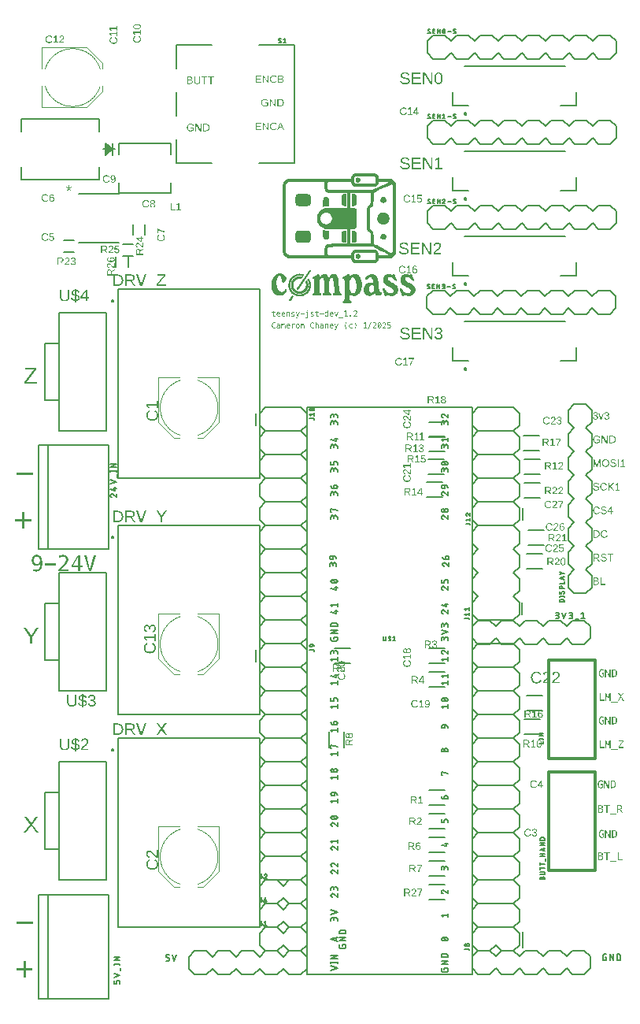
<source format=gbr>
G04 EAGLE Gerber RS-274X export*
G75*
%MOMM*%
%FSLAX34Y34*%
%LPD*%
%INSilkscreen Top*%
%IPPOS*%
%AMOC8*
5,1,8,0,0,1.08239X$1,22.5*%
G01*
G04 Define Apertures*
%ADD10C,0.304800*%
%ADD11C,0.101600*%
%ADD12C,0.127000*%
%ADD13C,0.200000*%
%ADD14C,0.203200*%
%ADD15C,0.152400*%
G36*
X-344766Y562180D02*
X-363350Y562180D01*
X-363350Y565143D01*
X-344766Y565143D01*
X-344766Y562180D01*
G37*
G36*
X-354320Y504806D02*
X-356897Y504806D01*
X-356897Y512310D01*
X-364331Y512310D01*
X-364331Y514869D01*
X-356897Y514869D01*
X-356897Y522373D01*
X-354320Y522373D01*
X-354320Y514869D01*
X-346886Y514869D01*
X-346886Y512310D01*
X-354320Y512310D01*
X-354320Y504806D01*
G37*
G36*
X-353050Y22206D02*
X-355627Y22206D01*
X-355627Y29710D01*
X-363061Y29710D01*
X-363061Y32269D01*
X-355627Y32269D01*
X-355627Y39773D01*
X-353050Y39773D01*
X-353050Y32269D01*
X-345616Y32269D01*
X-345616Y29710D01*
X-353050Y29710D01*
X-353050Y22206D01*
G37*
G36*
X-344766Y79580D02*
X-363350Y79580D01*
X-363350Y82543D01*
X-344766Y82543D01*
X-344766Y79580D01*
G37*
G36*
X259738Y621934D02*
X259446Y621942D01*
X259169Y621968D01*
X258907Y622010D01*
X258660Y622069D01*
X258429Y622145D01*
X258212Y622238D01*
X258011Y622348D01*
X257825Y622474D01*
X257656Y622618D01*
X257504Y622777D01*
X257371Y622953D01*
X257256Y623144D01*
X257159Y623352D01*
X257080Y623576D01*
X257019Y623817D01*
X256977Y624073D01*
X258018Y624168D01*
X258089Y623840D01*
X258201Y623556D01*
X258355Y623315D01*
X258549Y623118D01*
X258784Y622965D01*
X259061Y622856D01*
X259379Y622790D01*
X259738Y622768D01*
X260098Y622792D01*
X260417Y622862D01*
X260696Y622979D01*
X260933Y623144D01*
X261035Y623243D01*
X261123Y623354D01*
X261198Y623476D01*
X261259Y623610D01*
X261306Y623755D01*
X261340Y623911D01*
X261360Y624079D01*
X261367Y624258D01*
X261359Y624415D01*
X261336Y624562D01*
X261297Y624701D01*
X261243Y624831D01*
X261174Y624953D01*
X261088Y625065D01*
X260988Y625168D01*
X260872Y625263D01*
X260741Y625348D01*
X260596Y625421D01*
X260438Y625483D01*
X260266Y625534D01*
X259881Y625602D01*
X259441Y625624D01*
X258870Y625624D01*
X258870Y626498D01*
X259418Y626498D01*
X259810Y626521D01*
X260154Y626588D01*
X260452Y626701D01*
X260704Y626859D01*
X260903Y627057D01*
X260982Y627169D01*
X261046Y627290D01*
X261096Y627419D01*
X261131Y627557D01*
X261153Y627704D01*
X261160Y627859D01*
X261137Y628159D01*
X261067Y628425D01*
X260951Y628658D01*
X260788Y628858D01*
X260579Y629019D01*
X260325Y629133D01*
X260026Y629202D01*
X259682Y629225D01*
X259364Y629204D01*
X259079Y629140D01*
X258825Y629033D01*
X258604Y628884D01*
X258419Y628695D01*
X258278Y628472D01*
X258180Y628214D01*
X258125Y627920D01*
X257111Y627999D01*
X257148Y628234D01*
X257203Y628457D01*
X257277Y628666D01*
X257368Y628861D01*
X257478Y629044D01*
X257605Y629213D01*
X257751Y629368D01*
X257915Y629511D01*
X258094Y629638D01*
X258285Y629748D01*
X258489Y629842D01*
X258705Y629918D01*
X258934Y629978D01*
X259174Y630020D01*
X259427Y630045D01*
X259693Y630054D01*
X259981Y630045D01*
X260253Y630019D01*
X260509Y629976D01*
X260748Y629916D01*
X260970Y629838D01*
X261176Y629744D01*
X261365Y629632D01*
X261538Y629502D01*
X261692Y629358D01*
X261826Y629199D01*
X261939Y629028D01*
X262031Y628842D01*
X262103Y628643D01*
X262155Y628431D01*
X262186Y628205D01*
X262196Y627965D01*
X262189Y627781D01*
X262170Y627605D01*
X262137Y627438D01*
X262090Y627280D01*
X262031Y627131D01*
X261958Y626990D01*
X261773Y626736D01*
X261538Y626518D01*
X261254Y626339D01*
X260923Y626198D01*
X260544Y626095D01*
X260544Y626072D01*
X260759Y626042D01*
X260962Y626000D01*
X261152Y625944D01*
X261331Y625876D01*
X261497Y625796D01*
X261651Y625703D01*
X261792Y625597D01*
X261922Y625479D01*
X262037Y625350D01*
X262137Y625213D01*
X262222Y625069D01*
X262291Y624916D01*
X262345Y624755D01*
X262384Y624586D01*
X262407Y624409D01*
X262414Y624224D01*
X262404Y623959D01*
X262371Y623709D01*
X262317Y623475D01*
X262241Y623256D01*
X262143Y623052D01*
X262024Y622864D01*
X261883Y622691D01*
X261720Y622533D01*
X261537Y622393D01*
X261336Y622271D01*
X261116Y622168D01*
X260877Y622084D01*
X260620Y622018D01*
X260344Y621971D01*
X260050Y621943D01*
X259738Y621934D01*
G37*
G36*
X271831Y621934D02*
X271539Y621942D01*
X271262Y621968D01*
X271001Y622010D01*
X270754Y622069D01*
X270523Y622145D01*
X270306Y622238D01*
X270105Y622348D01*
X269919Y622474D01*
X269750Y622618D01*
X269598Y622777D01*
X269465Y622953D01*
X269350Y623144D01*
X269253Y623352D01*
X269174Y623576D01*
X269113Y623817D01*
X269071Y624073D01*
X270112Y624168D01*
X270183Y623840D01*
X270295Y623556D01*
X270448Y623315D01*
X270643Y623118D01*
X270878Y622965D01*
X271155Y622856D01*
X271473Y622790D01*
X271831Y622768D01*
X272192Y622792D01*
X272511Y622862D01*
X272789Y622979D01*
X273027Y623144D01*
X273129Y623243D01*
X273217Y623354D01*
X273291Y623476D01*
X273352Y623610D01*
X273400Y623755D01*
X273434Y623911D01*
X273454Y624079D01*
X273461Y624258D01*
X273453Y624415D01*
X273430Y624562D01*
X273391Y624701D01*
X273337Y624831D01*
X273267Y624953D01*
X273182Y625065D01*
X273081Y625168D01*
X272965Y625263D01*
X272835Y625348D01*
X272690Y625421D01*
X272532Y625483D01*
X272360Y625534D01*
X271975Y625602D01*
X271535Y625624D01*
X270963Y625624D01*
X270963Y626498D01*
X271512Y626498D01*
X271903Y626521D01*
X272248Y626588D01*
X272546Y626701D01*
X272797Y626859D01*
X272997Y627057D01*
X273075Y627169D01*
X273140Y627290D01*
X273190Y627419D01*
X273225Y627557D01*
X273247Y627704D01*
X273254Y627859D01*
X273230Y628159D01*
X273161Y628425D01*
X273044Y628658D01*
X272881Y628858D01*
X272673Y629019D01*
X272419Y629133D01*
X272120Y629202D01*
X271775Y629225D01*
X271458Y629204D01*
X271173Y629140D01*
X270919Y629033D01*
X270697Y628884D01*
X270513Y628695D01*
X270372Y628472D01*
X270274Y628214D01*
X270219Y627920D01*
X269205Y627999D01*
X269242Y628234D01*
X269297Y628457D01*
X269370Y628666D01*
X269462Y628861D01*
X269571Y629044D01*
X269699Y629213D01*
X269845Y629368D01*
X270009Y629511D01*
X270188Y629638D01*
X270379Y629748D01*
X270583Y629842D01*
X270799Y629918D01*
X271027Y629978D01*
X271268Y630020D01*
X271521Y630045D01*
X271787Y630054D01*
X272075Y630045D01*
X272347Y630019D01*
X272603Y629976D01*
X272841Y629916D01*
X273064Y629838D01*
X273270Y629744D01*
X273459Y629632D01*
X273632Y629502D01*
X273786Y629358D01*
X273920Y629199D01*
X274033Y629028D01*
X274125Y628842D01*
X274197Y628643D01*
X274249Y628431D01*
X274279Y628205D01*
X274290Y627965D01*
X274283Y627781D01*
X274263Y627605D01*
X274230Y627438D01*
X274184Y627280D01*
X274125Y627131D01*
X274052Y626990D01*
X273867Y626736D01*
X273632Y626518D01*
X273348Y626339D01*
X273017Y626198D01*
X272638Y626095D01*
X272638Y626072D01*
X272853Y626042D01*
X273056Y626000D01*
X273246Y625944D01*
X273425Y625876D01*
X273591Y625796D01*
X273744Y625703D01*
X273886Y625597D01*
X274015Y625479D01*
X274131Y625350D01*
X274231Y625213D01*
X274316Y625069D01*
X274385Y624916D01*
X274439Y624755D01*
X274477Y624586D01*
X274500Y624409D01*
X274508Y624224D01*
X274497Y623959D01*
X274465Y623709D01*
X274410Y623475D01*
X274335Y623256D01*
X274237Y623052D01*
X274118Y622864D01*
X273976Y622691D01*
X273814Y622533D01*
X273631Y622393D01*
X273429Y622271D01*
X273209Y622168D01*
X272971Y622084D01*
X272714Y622018D01*
X272438Y621971D01*
X272144Y621943D01*
X271831Y621934D01*
G37*
G36*
X266348Y622046D02*
X265155Y622046D01*
X262954Y628105D01*
X264029Y628105D01*
X265362Y624163D01*
X265749Y622836D01*
X265945Y623491D01*
X266163Y624152D01*
X267541Y628105D01*
X268610Y628105D01*
X266348Y622046D01*
G37*
G36*
X277619Y596646D02*
X274668Y596646D01*
X274668Y604536D01*
X277278Y604536D01*
X277765Y604521D01*
X278223Y604474D01*
X278653Y604395D01*
X279054Y604285D01*
X279426Y604144D01*
X279770Y603971D01*
X280085Y603767D01*
X280372Y603531D01*
X280627Y603267D01*
X280848Y602976D01*
X281036Y602658D01*
X281189Y602314D01*
X281308Y601943D01*
X281393Y601546D01*
X281444Y601123D01*
X281461Y600672D01*
X281454Y600372D01*
X281431Y600081D01*
X281394Y599800D01*
X281342Y599528D01*
X281275Y599266D01*
X281193Y599013D01*
X281097Y598770D01*
X280985Y598536D01*
X280860Y598314D01*
X280722Y598105D01*
X280572Y597910D01*
X280410Y597727D01*
X280235Y597559D01*
X280047Y597404D01*
X279848Y597262D01*
X279635Y597133D01*
X279413Y597019D01*
X279182Y596920D01*
X278942Y596836D01*
X278695Y596768D01*
X278438Y596715D01*
X278174Y596676D01*
X277901Y596654D01*
X277619Y596646D01*
G37*
%LPC*%
G36*
X277496Y597503D02*
X277917Y597527D01*
X278312Y597598D01*
X278680Y597717D01*
X279022Y597884D01*
X279332Y598095D01*
X279604Y598348D01*
X279838Y598644D01*
X280033Y598981D01*
X280187Y599356D01*
X280298Y599762D01*
X280364Y600201D01*
X280386Y600672D01*
X280373Y601028D01*
X280336Y601362D01*
X280273Y601675D01*
X280185Y601965D01*
X280072Y602234D01*
X279934Y602481D01*
X279771Y602706D01*
X279582Y602910D01*
X279370Y603090D01*
X279136Y603246D01*
X278878Y603379D01*
X278599Y603487D01*
X278297Y603571D01*
X277972Y603631D01*
X277625Y603668D01*
X277255Y603680D01*
X275738Y603680D01*
X275738Y597503D01*
X277496Y597503D01*
G37*
%LPD*%
G36*
X267339Y596646D02*
X266387Y596646D01*
X266387Y604536D01*
X267630Y604536D01*
X271897Y597772D01*
X271847Y598718D01*
X271830Y599362D01*
X271830Y604536D01*
X272793Y604536D01*
X272793Y596646D01*
X271505Y596646D01*
X267283Y603366D01*
X267311Y602823D01*
X267339Y601888D01*
X267339Y596646D01*
G37*
G36*
X261093Y596534D02*
X260789Y596542D01*
X260495Y596565D01*
X260213Y596603D01*
X259941Y596657D01*
X259679Y596726D01*
X259429Y596811D01*
X259189Y596911D01*
X258959Y597027D01*
X258742Y597157D01*
X258538Y597300D01*
X258347Y597457D01*
X258169Y597628D01*
X258004Y597812D01*
X257853Y598010D01*
X257715Y598221D01*
X257590Y598446D01*
X257479Y598683D01*
X257383Y598930D01*
X257302Y599188D01*
X257235Y599455D01*
X257183Y599733D01*
X257146Y600021D01*
X257124Y600319D01*
X257117Y600628D01*
X257133Y601094D01*
X257181Y601534D01*
X257262Y601946D01*
X257374Y602331D01*
X257519Y602690D01*
X257696Y603021D01*
X257906Y603324D01*
X258147Y603601D01*
X258418Y603848D01*
X258715Y604062D01*
X259037Y604243D01*
X259386Y604391D01*
X259761Y604506D01*
X260162Y604588D01*
X260589Y604638D01*
X261042Y604654D01*
X261362Y604647D01*
X261667Y604626D01*
X261956Y604592D01*
X262230Y604543D01*
X262488Y604481D01*
X262731Y604405D01*
X262958Y604315D01*
X263170Y604212D01*
X263369Y604093D01*
X263556Y603957D01*
X263731Y603805D01*
X263894Y603636D01*
X264046Y603451D01*
X264186Y603249D01*
X264314Y603030D01*
X264430Y602795D01*
X263411Y602492D01*
X263227Y602806D01*
X263011Y603073D01*
X262764Y603296D01*
X262484Y603472D01*
X262171Y603607D01*
X261821Y603703D01*
X261436Y603761D01*
X261014Y603780D01*
X260683Y603767D01*
X260371Y603729D01*
X260080Y603664D01*
X259809Y603574D01*
X259558Y603458D01*
X259327Y603316D01*
X259116Y603148D01*
X258926Y602954D01*
X258756Y602737D01*
X258610Y602499D01*
X258485Y602240D01*
X258384Y601960D01*
X258305Y601658D01*
X258248Y601336D01*
X258214Y600992D01*
X258203Y600628D01*
X258215Y600264D01*
X258251Y599919D01*
X258311Y599595D01*
X258395Y599290D01*
X258503Y599005D01*
X258635Y598739D01*
X258791Y598493D01*
X258970Y598267D01*
X259171Y598064D01*
X259391Y597889D01*
X259628Y597740D01*
X259885Y597618D01*
X260159Y597524D01*
X260452Y597456D01*
X260763Y597416D01*
X261093Y597402D01*
X261473Y597417D01*
X261840Y597461D01*
X262194Y597534D01*
X262535Y597637D01*
X262853Y597765D01*
X263140Y597914D01*
X263395Y598084D01*
X263618Y598276D01*
X263618Y599698D01*
X261261Y599698D01*
X261261Y600594D01*
X264604Y600594D01*
X264604Y597872D01*
X264273Y597571D01*
X263906Y597306D01*
X263504Y597077D01*
X263067Y596884D01*
X262602Y596731D01*
X262118Y596622D01*
X261615Y596556D01*
X261093Y596534D01*
G37*
G36*
X270523Y571134D02*
X270225Y571142D01*
X269936Y571165D01*
X269659Y571203D01*
X269391Y571257D01*
X269134Y571326D01*
X268888Y571411D01*
X268652Y571511D01*
X268426Y571627D01*
X268212Y571757D01*
X268011Y571901D01*
X267823Y572058D01*
X267648Y572229D01*
X267487Y572415D01*
X267338Y572613D01*
X267202Y572826D01*
X267079Y573052D01*
X266970Y573290D01*
X266876Y573538D01*
X266796Y573795D01*
X266731Y574062D01*
X266680Y574339D01*
X266643Y574625D01*
X266622Y574922D01*
X266614Y575228D01*
X266631Y575688D01*
X266679Y576122D01*
X266760Y576531D01*
X266873Y576914D01*
X267019Y577271D01*
X267197Y577602D01*
X267408Y577908D01*
X267650Y578187D01*
X267922Y578437D01*
X268219Y578654D01*
X268542Y578837D01*
X268889Y578987D01*
X269263Y579104D01*
X269661Y579187D01*
X270085Y579237D01*
X270534Y579254D01*
X270830Y579246D01*
X271116Y579224D01*
X271393Y579187D01*
X271659Y579134D01*
X271915Y579067D01*
X272161Y578985D01*
X272397Y578887D01*
X272623Y578775D01*
X272838Y578649D01*
X273040Y578509D01*
X273228Y578355D01*
X273404Y578188D01*
X273566Y578007D01*
X273716Y577813D01*
X273852Y577605D01*
X273976Y577384D01*
X274085Y577150D01*
X274180Y576907D01*
X274261Y576653D01*
X274326Y576388D01*
X274377Y576114D01*
X274414Y575829D01*
X274436Y575533D01*
X274443Y575228D01*
X274436Y574923D01*
X274414Y574628D01*
X274377Y574343D01*
X274325Y574067D01*
X274258Y573801D01*
X274177Y573544D01*
X274081Y573298D01*
X273970Y573060D01*
X273845Y572835D01*
X273708Y572623D01*
X273557Y572424D01*
X273394Y572239D01*
X273218Y572067D01*
X273029Y571909D01*
X272827Y571764D01*
X272612Y571632D01*
X272386Y571516D01*
X272150Y571414D01*
X271904Y571329D01*
X271647Y571259D01*
X271381Y571204D01*
X271105Y571165D01*
X270819Y571142D01*
X270523Y571134D01*
G37*
%LPC*%
G36*
X270523Y572002D02*
X270855Y572015D01*
X271167Y572055D01*
X271459Y572121D01*
X271731Y572213D01*
X271983Y572331D01*
X272215Y572476D01*
X272428Y572647D01*
X272620Y572845D01*
X272792Y573066D01*
X272940Y573310D01*
X273066Y573575D01*
X273169Y573862D01*
X273248Y574171D01*
X273306Y574501D01*
X273340Y574853D01*
X273351Y575228D01*
X273340Y575586D01*
X273305Y575924D01*
X273248Y576243D01*
X273167Y576542D01*
X273064Y576821D01*
X272937Y577081D01*
X272787Y577320D01*
X272615Y577540D01*
X272421Y577737D01*
X272209Y577908D01*
X271977Y578052D01*
X271727Y578170D01*
X271457Y578262D01*
X271168Y578328D01*
X270861Y578367D01*
X270534Y578380D01*
X270205Y578367D01*
X269895Y578329D01*
X269605Y578264D01*
X269333Y578173D01*
X269081Y578057D01*
X268848Y577914D01*
X268634Y577746D01*
X268440Y577552D01*
X268267Y577334D01*
X268117Y577096D01*
X267990Y576836D01*
X267886Y576556D01*
X267805Y576255D01*
X267747Y575934D01*
X267712Y575591D01*
X267701Y575228D01*
X267713Y574866D01*
X267748Y574524D01*
X267806Y574201D01*
X267888Y573897D01*
X267993Y573612D01*
X268121Y573347D01*
X268273Y573100D01*
X268448Y572873D01*
X268644Y572669D01*
X268858Y572492D01*
X269091Y572342D01*
X269341Y572220D01*
X269609Y572124D01*
X269896Y572056D01*
X270200Y572016D01*
X270523Y572002D01*
G37*
%LPD*%
G36*
X258433Y571246D02*
X257481Y571246D01*
X257481Y579136D01*
X258886Y579136D01*
X260986Y573665D01*
X261202Y572957D01*
X261339Y572411D01*
X261408Y572693D01*
X261527Y573091D01*
X261720Y573665D01*
X263781Y579136D01*
X265153Y579136D01*
X265153Y571246D01*
X264190Y571246D01*
X264190Y576510D01*
X264202Y577367D01*
X264240Y578190D01*
X263980Y577297D01*
X263747Y576622D01*
X261709Y571246D01*
X260958Y571246D01*
X258892Y576622D01*
X258578Y577574D01*
X258394Y578190D01*
X258410Y577568D01*
X258433Y576510D01*
X258433Y571246D01*
G37*
G36*
X278873Y571134D02*
X278522Y571142D01*
X278190Y571165D01*
X277876Y571205D01*
X277582Y571259D01*
X277307Y571330D01*
X277051Y571416D01*
X276813Y571518D01*
X276595Y571635D01*
X276395Y571768D01*
X276215Y571917D01*
X276053Y572082D01*
X275911Y572262D01*
X275787Y572457D01*
X275682Y572669D01*
X275596Y572896D01*
X275530Y573139D01*
X276566Y573346D01*
X276617Y573174D01*
X276680Y573014D01*
X276757Y572866D01*
X276846Y572729D01*
X276947Y572605D01*
X277061Y572492D01*
X277188Y572391D01*
X277327Y572302D01*
X277645Y572156D01*
X278015Y572052D01*
X278437Y571989D01*
X278912Y571968D01*
X279400Y571991D01*
X279830Y572057D01*
X280022Y572107D01*
X280200Y572168D01*
X280363Y572241D01*
X280511Y572324D01*
X280643Y572418D01*
X280757Y572523D01*
X280854Y572638D01*
X280933Y572763D01*
X280994Y572899D01*
X281038Y573045D01*
X281065Y573201D01*
X281074Y573368D01*
X281062Y573552D01*
X281029Y573718D01*
X280974Y573866D01*
X280897Y573996D01*
X280800Y574111D01*
X280685Y574215D01*
X280552Y574310D01*
X280402Y574393D01*
X280052Y574537D01*
X279640Y574656D01*
X278660Y574886D01*
X277837Y575093D01*
X277511Y575197D01*
X277240Y575300D01*
X277011Y575407D01*
X276807Y575519D01*
X276629Y575638D01*
X276476Y575762D01*
X276344Y575895D01*
X276229Y576039D01*
X276130Y576193D01*
X276048Y576359D01*
X275983Y576536D01*
X275936Y576726D01*
X275908Y576928D01*
X275899Y577143D01*
X275911Y577389D01*
X275948Y577621D01*
X276008Y577838D01*
X276093Y578040D01*
X276202Y578228D01*
X276335Y578402D01*
X276493Y578561D01*
X276675Y578705D01*
X276879Y578834D01*
X277104Y578945D01*
X277351Y579040D01*
X277618Y579117D01*
X277906Y579177D01*
X278215Y579220D01*
X278544Y579245D01*
X278895Y579254D01*
X279221Y579248D01*
X279528Y579228D01*
X279814Y579196D01*
X280081Y579151D01*
X280328Y579093D01*
X280555Y579022D01*
X280763Y578939D01*
X280950Y578842D01*
X281121Y578730D01*
X281279Y578600D01*
X281424Y578452D01*
X281555Y578286D01*
X281673Y578101D01*
X281778Y577899D01*
X281869Y577678D01*
X281947Y577440D01*
X280894Y577255D01*
X280788Y577547D01*
X280642Y577796D01*
X280458Y578002D01*
X280234Y578165D01*
X279966Y578288D01*
X279653Y578377D01*
X279292Y578430D01*
X278884Y578448D01*
X278439Y578428D01*
X278050Y578369D01*
X277716Y578271D01*
X277439Y578134D01*
X277322Y578051D01*
X277221Y577958D01*
X277135Y577855D01*
X277065Y577743D01*
X277011Y577622D01*
X276972Y577490D01*
X276949Y577349D01*
X276941Y577199D01*
X276953Y577025D01*
X276989Y576866D01*
X277049Y576724D01*
X277134Y576597D01*
X277241Y576482D01*
X277370Y576377D01*
X277520Y576281D01*
X277691Y576194D01*
X277918Y576106D01*
X278236Y576009D01*
X279142Y575788D01*
X279867Y575617D01*
X280220Y575522D01*
X280558Y575410D01*
X280878Y575279D01*
X281177Y575127D01*
X281447Y574946D01*
X281678Y574729D01*
X281868Y574473D01*
X282012Y574175D01*
X282064Y574008D01*
X282102Y573828D01*
X282124Y573633D01*
X282132Y573424D01*
X282119Y573159D01*
X282079Y572909D01*
X282012Y572675D01*
X281918Y572456D01*
X281798Y572252D01*
X281652Y572064D01*
X281478Y571891D01*
X281278Y571733D01*
X281054Y571593D01*
X280807Y571471D01*
X280539Y571368D01*
X280250Y571284D01*
X279938Y571218D01*
X279605Y571171D01*
X279250Y571143D01*
X278873Y571134D01*
G37*
G36*
X291640Y571246D02*
X286695Y571246D01*
X286695Y572103D01*
X288705Y572103D01*
X288705Y578173D01*
X286924Y576902D01*
X286924Y577854D01*
X288789Y579136D01*
X289719Y579136D01*
X289719Y572103D01*
X291640Y572103D01*
X291640Y571246D01*
G37*
G36*
X284762Y571246D02*
X283692Y571246D01*
X283692Y579136D01*
X284762Y579136D01*
X284762Y571246D01*
G37*
G36*
X260404Y545734D02*
X260053Y545742D01*
X259721Y545765D01*
X259408Y545805D01*
X259114Y545859D01*
X258838Y545930D01*
X258582Y546016D01*
X258345Y546118D01*
X258126Y546235D01*
X257927Y546368D01*
X257746Y546517D01*
X257585Y546682D01*
X257442Y546862D01*
X257318Y547057D01*
X257213Y547269D01*
X257128Y547496D01*
X257061Y547739D01*
X258097Y547946D01*
X258148Y547774D01*
X258212Y547614D01*
X258288Y547466D01*
X258377Y547329D01*
X258478Y547205D01*
X258592Y547092D01*
X258719Y546991D01*
X258858Y546902D01*
X259176Y546756D01*
X259546Y546652D01*
X259968Y546589D01*
X260443Y546568D01*
X260932Y546591D01*
X261361Y546657D01*
X261553Y546707D01*
X261731Y546768D01*
X261894Y546841D01*
X262042Y546924D01*
X262174Y547018D01*
X262288Y547123D01*
X262385Y547238D01*
X262464Y547363D01*
X262526Y547499D01*
X262570Y547645D01*
X262596Y547801D01*
X262605Y547968D01*
X262594Y548152D01*
X262561Y548318D01*
X262506Y548466D01*
X262428Y548596D01*
X262331Y548711D01*
X262216Y548815D01*
X262083Y548910D01*
X261933Y548993D01*
X261583Y549137D01*
X261171Y549256D01*
X260191Y549486D01*
X259369Y549693D01*
X259042Y549797D01*
X258772Y549900D01*
X258542Y550007D01*
X258338Y550119D01*
X258160Y550238D01*
X258007Y550362D01*
X257875Y550495D01*
X257760Y550639D01*
X257661Y550793D01*
X257579Y550959D01*
X257514Y551136D01*
X257467Y551326D01*
X257440Y551528D01*
X257430Y551743D01*
X257443Y551989D01*
X257479Y552221D01*
X257539Y552438D01*
X257624Y552640D01*
X257733Y552828D01*
X257867Y553002D01*
X258024Y553161D01*
X258206Y553305D01*
X258410Y553434D01*
X258636Y553545D01*
X258882Y553640D01*
X259149Y553717D01*
X259437Y553777D01*
X259746Y553820D01*
X260076Y553845D01*
X260426Y553854D01*
X260752Y553848D01*
X261059Y553828D01*
X261345Y553796D01*
X261612Y553751D01*
X261859Y553693D01*
X262086Y553622D01*
X262294Y553539D01*
X262482Y553442D01*
X262653Y553330D01*
X262811Y553200D01*
X262955Y553052D01*
X263086Y552886D01*
X263204Y552701D01*
X263309Y552499D01*
X263400Y552278D01*
X263478Y552040D01*
X262426Y551855D01*
X262319Y552147D01*
X262174Y552396D01*
X261989Y552602D01*
X261765Y552765D01*
X261498Y552888D01*
X261184Y552977D01*
X260823Y553030D01*
X260415Y553048D01*
X259970Y553028D01*
X259581Y552969D01*
X259248Y552871D01*
X258970Y552734D01*
X258854Y552651D01*
X258752Y552558D01*
X258667Y552455D01*
X258597Y552343D01*
X258542Y552222D01*
X258503Y552090D01*
X258480Y551949D01*
X258472Y551799D01*
X258484Y551625D01*
X258520Y551466D01*
X258581Y551324D01*
X258665Y551197D01*
X258772Y551082D01*
X258901Y550977D01*
X259051Y550881D01*
X259222Y550794D01*
X259450Y550706D01*
X259767Y550609D01*
X260673Y550388D01*
X261398Y550217D01*
X261751Y550122D01*
X262090Y550010D01*
X262409Y549879D01*
X262708Y549727D01*
X262978Y549546D01*
X263210Y549329D01*
X263399Y549073D01*
X263543Y548775D01*
X263595Y548608D01*
X263633Y548428D01*
X263656Y548233D01*
X263663Y548024D01*
X263650Y547759D01*
X263610Y547509D01*
X263543Y547275D01*
X263450Y547056D01*
X263330Y546852D01*
X263183Y546664D01*
X263009Y546491D01*
X262809Y546333D01*
X262585Y546193D01*
X262339Y546071D01*
X262071Y545968D01*
X261781Y545884D01*
X261469Y545818D01*
X261136Y545771D01*
X260781Y545743D01*
X260404Y545734D01*
G37*
G36*
X274457Y545846D02*
X273387Y545846D01*
X273387Y553736D01*
X274457Y553736D01*
X274457Y549783D01*
X278259Y553736D01*
X279519Y553736D01*
X276159Y550309D01*
X279967Y545846D01*
X278640Y545846D01*
X275487Y549654D01*
X274457Y548870D01*
X274457Y545846D01*
G37*
G36*
X268595Y545734D02*
X268301Y545742D01*
X268018Y545765D01*
X267745Y545804D01*
X267482Y545858D01*
X267229Y545928D01*
X266987Y546013D01*
X266754Y546113D01*
X266531Y546230D01*
X266320Y546360D01*
X266121Y546504D01*
X265936Y546661D01*
X265764Y546832D01*
X265604Y547015D01*
X265458Y547212D01*
X265324Y547423D01*
X265204Y547646D01*
X265097Y547882D01*
X265004Y548128D01*
X264926Y548385D01*
X264861Y548652D01*
X264812Y548930D01*
X264776Y549219D01*
X264755Y549518D01*
X264747Y549828D01*
X264763Y550287D01*
X264811Y550720D01*
X264891Y551128D01*
X265002Y551510D01*
X265146Y551867D01*
X265321Y552198D01*
X265528Y552504D01*
X265767Y552784D01*
X266034Y553035D01*
X266325Y553252D01*
X266641Y553436D01*
X266982Y553587D01*
X267347Y553704D01*
X267736Y553787D01*
X268150Y553837D01*
X268589Y553854D01*
X268898Y553846D01*
X269193Y553823D01*
X269476Y553785D01*
X269745Y553731D01*
X270002Y553661D01*
X270246Y553577D01*
X270477Y553477D01*
X270695Y553361D01*
X270899Y553231D01*
X271089Y553085D01*
X271266Y552925D01*
X271428Y552749D01*
X271577Y552559D01*
X271711Y552354D01*
X271831Y552134D01*
X271938Y551900D01*
X270924Y551564D01*
X270766Y551888D01*
X270566Y552171D01*
X270325Y552414D01*
X270042Y552616D01*
X269724Y552776D01*
X269378Y552889D01*
X269003Y552958D01*
X268600Y552980D01*
X268282Y552967D01*
X267981Y552928D01*
X267699Y552862D01*
X267435Y552770D01*
X267190Y552651D01*
X266962Y552506D01*
X266753Y552335D01*
X266562Y552138D01*
X266391Y551917D01*
X266243Y551677D01*
X266118Y551418D01*
X266016Y551139D01*
X265936Y550840D01*
X265879Y550522D01*
X265845Y550185D01*
X265834Y549828D01*
X265846Y549474D01*
X265881Y549138D01*
X265940Y548820D01*
X266023Y548519D01*
X266130Y548237D01*
X266261Y547972D01*
X266415Y547725D01*
X266593Y547495D01*
X266791Y547288D01*
X267005Y547109D01*
X267237Y546958D01*
X267485Y546834D01*
X267750Y546737D01*
X268032Y546668D01*
X268330Y546627D01*
X268645Y546613D01*
X268849Y546620D01*
X269047Y546639D01*
X269238Y546671D01*
X269422Y546716D01*
X269772Y546844D01*
X270097Y547023D01*
X270395Y547254D01*
X270668Y547536D01*
X270916Y547869D01*
X271137Y548254D01*
X272011Y547817D01*
X271883Y547570D01*
X271742Y547338D01*
X271590Y547121D01*
X271425Y546920D01*
X271247Y546734D01*
X271058Y546562D01*
X270856Y546407D01*
X270641Y546266D01*
X270416Y546141D01*
X270183Y546033D01*
X269940Y545942D01*
X269689Y545867D01*
X269428Y545809D01*
X269159Y545767D01*
X268881Y545742D01*
X268595Y545734D01*
G37*
G36*
X285921Y545846D02*
X280976Y545846D01*
X280976Y546703D01*
X282986Y546703D01*
X282986Y552773D01*
X281206Y551502D01*
X281206Y552454D01*
X283070Y553736D01*
X284000Y553736D01*
X284000Y546703D01*
X285921Y546703D01*
X285921Y545846D01*
G37*
G36*
X277380Y520446D02*
X276428Y520446D01*
X276428Y522232D01*
X272709Y522232D01*
X272709Y523016D01*
X276321Y528336D01*
X277380Y528336D01*
X277380Y523028D01*
X278489Y523028D01*
X278489Y522232D01*
X277380Y522232D01*
X277380Y520446D01*
G37*
%LPC*%
G36*
X276428Y523028D02*
X276428Y527200D01*
X276271Y526903D01*
X276053Y526533D01*
X274031Y523554D01*
X273729Y523140D01*
X273639Y523028D01*
X276428Y523028D01*
G37*
%LPD*%
G36*
X268685Y520334D02*
X268334Y520342D01*
X268002Y520365D01*
X267689Y520405D01*
X267395Y520459D01*
X267120Y520530D01*
X266863Y520616D01*
X266626Y520718D01*
X266407Y520835D01*
X266208Y520968D01*
X266027Y521117D01*
X265866Y521282D01*
X265723Y521462D01*
X265599Y521657D01*
X265495Y521869D01*
X265409Y522096D01*
X265342Y522339D01*
X266378Y522546D01*
X266429Y522374D01*
X266493Y522214D01*
X266569Y522066D01*
X266658Y521929D01*
X266760Y521805D01*
X266874Y521692D01*
X267000Y521591D01*
X267140Y521502D01*
X267457Y521356D01*
X267827Y521252D01*
X268249Y521189D01*
X268724Y521168D01*
X269213Y521191D01*
X269642Y521257D01*
X269835Y521307D01*
X270012Y521368D01*
X270175Y521441D01*
X270323Y521524D01*
X270455Y521618D01*
X270569Y521723D01*
X270666Y521838D01*
X270745Y521963D01*
X270807Y522099D01*
X270851Y522245D01*
X270877Y522401D01*
X270886Y522568D01*
X270875Y522752D01*
X270842Y522918D01*
X270787Y523066D01*
X270710Y523196D01*
X270612Y523311D01*
X270498Y523415D01*
X270365Y523510D01*
X270214Y523593D01*
X269864Y523737D01*
X269452Y523856D01*
X268472Y524086D01*
X267650Y524293D01*
X267323Y524397D01*
X267053Y524500D01*
X266823Y524607D01*
X266620Y524719D01*
X266441Y524838D01*
X266288Y524962D01*
X266157Y525095D01*
X266041Y525239D01*
X265942Y525393D01*
X265860Y525559D01*
X265795Y525736D01*
X265749Y525926D01*
X265721Y526128D01*
X265712Y526343D01*
X265724Y526589D01*
X265760Y526821D01*
X265821Y527038D01*
X265906Y527240D01*
X266015Y527428D01*
X266148Y527602D01*
X266305Y527761D01*
X266487Y527905D01*
X266692Y528034D01*
X266917Y528145D01*
X267163Y528240D01*
X267430Y528317D01*
X267718Y528377D01*
X268027Y528420D01*
X268357Y528445D01*
X268708Y528454D01*
X269034Y528448D01*
X269340Y528428D01*
X269627Y528396D01*
X269893Y528351D01*
X270140Y528293D01*
X270368Y528222D01*
X270575Y528139D01*
X270763Y528042D01*
X270934Y527930D01*
X271092Y527800D01*
X271236Y527652D01*
X271368Y527486D01*
X271486Y527301D01*
X271590Y527099D01*
X271682Y526878D01*
X271760Y526640D01*
X270707Y526455D01*
X270600Y526747D01*
X270455Y526996D01*
X270270Y527202D01*
X270046Y527365D01*
X269779Y527488D01*
X269465Y527577D01*
X269104Y527630D01*
X268696Y527648D01*
X268251Y527628D01*
X267862Y527569D01*
X267529Y527471D01*
X267252Y527334D01*
X267135Y527251D01*
X267034Y527158D01*
X266948Y527055D01*
X266878Y526943D01*
X266823Y526822D01*
X266784Y526690D01*
X266761Y526549D01*
X266753Y526399D01*
X266765Y526225D01*
X266802Y526066D01*
X266862Y525924D01*
X266946Y525797D01*
X267054Y525682D01*
X267182Y525577D01*
X267332Y525481D01*
X267504Y525394D01*
X267731Y525306D01*
X268048Y525209D01*
X268954Y524988D01*
X269679Y524817D01*
X270033Y524722D01*
X270371Y524610D01*
X270691Y524479D01*
X270990Y524327D01*
X271259Y524146D01*
X271491Y523929D01*
X271681Y523673D01*
X271824Y523375D01*
X271877Y523208D01*
X271914Y523028D01*
X271937Y522833D01*
X271944Y522624D01*
X271931Y522359D01*
X271891Y522109D01*
X271824Y521875D01*
X271731Y521656D01*
X271611Y521452D01*
X271464Y521264D01*
X271291Y521091D01*
X271090Y520933D01*
X270866Y520793D01*
X270620Y520671D01*
X270352Y520568D01*
X270062Y520484D01*
X269751Y520418D01*
X269417Y520371D01*
X269062Y520343D01*
X268685Y520334D01*
G37*
G36*
X260970Y520334D02*
X260676Y520342D01*
X260393Y520365D01*
X260120Y520404D01*
X259857Y520458D01*
X259604Y520528D01*
X259362Y520613D01*
X259129Y520713D01*
X258906Y520830D01*
X258695Y520960D01*
X258496Y521104D01*
X258311Y521261D01*
X258139Y521432D01*
X257979Y521615D01*
X257833Y521812D01*
X257699Y522023D01*
X257579Y522246D01*
X257472Y522482D01*
X257379Y522728D01*
X257301Y522985D01*
X257236Y523252D01*
X257187Y523530D01*
X257151Y523819D01*
X257130Y524118D01*
X257122Y524428D01*
X257138Y524887D01*
X257186Y525320D01*
X257266Y525728D01*
X257377Y526110D01*
X257521Y526467D01*
X257696Y526798D01*
X257903Y527104D01*
X258142Y527384D01*
X258409Y527635D01*
X258700Y527852D01*
X259016Y528036D01*
X259357Y528187D01*
X259722Y528304D01*
X260111Y528387D01*
X260525Y528437D01*
X260964Y528454D01*
X261273Y528446D01*
X261568Y528423D01*
X261851Y528385D01*
X262120Y528331D01*
X262377Y528261D01*
X262621Y528177D01*
X262852Y528077D01*
X263070Y527961D01*
X263274Y527831D01*
X263464Y527685D01*
X263641Y527525D01*
X263803Y527349D01*
X263952Y527159D01*
X264086Y526954D01*
X264206Y526734D01*
X264313Y526500D01*
X263299Y526164D01*
X263141Y526488D01*
X262941Y526771D01*
X262700Y527014D01*
X262417Y527216D01*
X262099Y527376D01*
X261753Y527489D01*
X261378Y527558D01*
X260975Y527580D01*
X260657Y527567D01*
X260356Y527528D01*
X260074Y527462D01*
X259810Y527370D01*
X259565Y527251D01*
X259337Y527106D01*
X259128Y526935D01*
X258937Y526738D01*
X258766Y526517D01*
X258618Y526277D01*
X258493Y526018D01*
X258391Y525739D01*
X258311Y525440D01*
X258254Y525122D01*
X258220Y524785D01*
X258209Y524428D01*
X258221Y524074D01*
X258256Y523738D01*
X258315Y523420D01*
X258398Y523119D01*
X258505Y522837D01*
X258636Y522572D01*
X258790Y522325D01*
X258968Y522095D01*
X259166Y521888D01*
X259380Y521709D01*
X259612Y521558D01*
X259860Y521434D01*
X260125Y521337D01*
X260407Y521268D01*
X260705Y521227D01*
X261020Y521213D01*
X261224Y521220D01*
X261422Y521239D01*
X261613Y521271D01*
X261797Y521316D01*
X262147Y521444D01*
X262472Y521623D01*
X262770Y521854D01*
X263043Y522136D01*
X263291Y522469D01*
X263512Y522854D01*
X264386Y522417D01*
X264258Y522170D01*
X264117Y521938D01*
X263965Y521721D01*
X263800Y521520D01*
X263622Y521334D01*
X263433Y521162D01*
X263231Y521007D01*
X263016Y520866D01*
X262791Y520741D01*
X262558Y520633D01*
X262315Y520542D01*
X262064Y520467D01*
X261803Y520409D01*
X261534Y520367D01*
X261256Y520342D01*
X260970Y520334D01*
G37*
G36*
X260432Y495046D02*
X257481Y495046D01*
X257481Y502936D01*
X260090Y502936D01*
X260577Y502921D01*
X261036Y502874D01*
X261465Y502795D01*
X261866Y502685D01*
X262239Y502544D01*
X262583Y502371D01*
X262898Y502167D01*
X263184Y501931D01*
X263440Y501667D01*
X263661Y501376D01*
X263848Y501058D01*
X264001Y500714D01*
X264120Y500343D01*
X264205Y499946D01*
X264257Y499523D01*
X264274Y499072D01*
X264266Y498772D01*
X264244Y498481D01*
X264207Y498200D01*
X264155Y497928D01*
X264088Y497666D01*
X264006Y497413D01*
X263909Y497170D01*
X263798Y496936D01*
X263672Y496714D01*
X263535Y496505D01*
X263385Y496310D01*
X263222Y496127D01*
X263047Y495959D01*
X262860Y495804D01*
X262660Y495662D01*
X262448Y495533D01*
X262225Y495419D01*
X261994Y495320D01*
X261755Y495236D01*
X261507Y495168D01*
X261251Y495115D01*
X260986Y495076D01*
X260713Y495054D01*
X260432Y495046D01*
G37*
%LPC*%
G36*
X260309Y495903D02*
X260730Y495927D01*
X261124Y495998D01*
X261493Y496117D01*
X261835Y496284D01*
X262145Y496495D01*
X262416Y496748D01*
X262650Y497044D01*
X262846Y497381D01*
X263000Y497756D01*
X263110Y498162D01*
X263176Y498601D01*
X263198Y499072D01*
X263186Y499428D01*
X263148Y499762D01*
X263085Y500075D01*
X262997Y500365D01*
X262884Y500634D01*
X262746Y500881D01*
X262583Y501106D01*
X262395Y501310D01*
X262183Y501490D01*
X261948Y501646D01*
X261691Y501779D01*
X261411Y501887D01*
X261109Y501971D01*
X260785Y502031D01*
X260438Y502068D01*
X260068Y502080D01*
X258550Y502080D01*
X258550Y495903D01*
X260309Y495903D01*
G37*
%LPD*%
G36*
X269251Y494934D02*
X268958Y494942D01*
X268675Y494965D01*
X268402Y495004D01*
X268139Y495058D01*
X267886Y495128D01*
X267643Y495213D01*
X267410Y495313D01*
X267187Y495430D01*
X266976Y495560D01*
X266778Y495704D01*
X266592Y495861D01*
X266420Y496032D01*
X266261Y496215D01*
X266114Y496412D01*
X265981Y496623D01*
X265860Y496846D01*
X265753Y497082D01*
X265660Y497328D01*
X265582Y497585D01*
X265518Y497852D01*
X265468Y498130D01*
X265432Y498419D01*
X265411Y498718D01*
X265404Y499028D01*
X265420Y499487D01*
X265467Y499920D01*
X265547Y500328D01*
X265658Y500710D01*
X265802Y501067D01*
X265977Y501398D01*
X266184Y501704D01*
X266423Y501984D01*
X266690Y502235D01*
X266981Y502452D01*
X267297Y502636D01*
X267638Y502787D01*
X268003Y502904D01*
X268393Y502987D01*
X268807Y503037D01*
X269245Y503054D01*
X269554Y503046D01*
X269849Y503023D01*
X270132Y502985D01*
X270402Y502931D01*
X270658Y502861D01*
X270902Y502777D01*
X271133Y502677D01*
X271351Y502561D01*
X271555Y502431D01*
X271746Y502285D01*
X271922Y502125D01*
X272084Y501949D01*
X272233Y501759D01*
X272367Y501554D01*
X272488Y501334D01*
X272594Y501100D01*
X271580Y500764D01*
X271422Y501088D01*
X271223Y501371D01*
X270981Y501614D01*
X270698Y501816D01*
X270380Y501976D01*
X270034Y502089D01*
X269659Y502158D01*
X269256Y502180D01*
X268938Y502167D01*
X268638Y502128D01*
X268356Y502062D01*
X268092Y501970D01*
X267846Y501851D01*
X267618Y501706D01*
X267409Y501535D01*
X267218Y501338D01*
X267047Y501117D01*
X266900Y500877D01*
X266774Y500618D01*
X266672Y500339D01*
X266592Y500040D01*
X266536Y499722D01*
X266501Y499385D01*
X266490Y499028D01*
X266502Y498674D01*
X266537Y498338D01*
X266597Y498020D01*
X266680Y497719D01*
X266786Y497437D01*
X266917Y497172D01*
X267071Y496925D01*
X267249Y496695D01*
X267447Y496488D01*
X267662Y496309D01*
X267893Y496158D01*
X268141Y496034D01*
X268406Y495937D01*
X268688Y495868D01*
X268986Y495827D01*
X269301Y495813D01*
X269505Y495820D01*
X269703Y495839D01*
X269894Y495871D01*
X270079Y495916D01*
X270429Y496044D01*
X270753Y496223D01*
X271052Y496454D01*
X271325Y496736D01*
X271572Y497069D01*
X271793Y497454D01*
X272667Y497017D01*
X272539Y496770D01*
X272399Y496538D01*
X272246Y496321D01*
X272081Y496120D01*
X271904Y495934D01*
X271714Y495762D01*
X271512Y495607D01*
X271298Y495466D01*
X271073Y495341D01*
X270839Y495233D01*
X270596Y495142D01*
X270345Y495067D01*
X270085Y495009D01*
X269816Y494967D01*
X269538Y494942D01*
X269251Y494934D01*
G37*
G36*
X258550Y469646D02*
X257481Y469646D01*
X257481Y477536D01*
X261194Y477536D01*
X261517Y477527D01*
X261822Y477499D01*
X262108Y477452D01*
X262374Y477387D01*
X262622Y477303D01*
X262851Y477201D01*
X263061Y477080D01*
X263252Y476940D01*
X263422Y476784D01*
X263569Y476613D01*
X263693Y476427D01*
X263795Y476227D01*
X263875Y476012D01*
X263931Y475782D01*
X263965Y475538D01*
X263977Y475280D01*
X263969Y475064D01*
X263945Y474857D01*
X263905Y474660D01*
X263849Y474470D01*
X263777Y474290D01*
X263689Y474118D01*
X263584Y473955D01*
X263464Y473801D01*
X263330Y473658D01*
X263184Y473529D01*
X263025Y473414D01*
X262954Y473372D01*
X262855Y473313D01*
X262672Y473225D01*
X262477Y473151D01*
X262270Y473091D01*
X262050Y473045D01*
X263004Y471598D01*
X264290Y469646D01*
X263058Y469646D01*
X261009Y472922D01*
X258550Y472922D01*
X258550Y469646D01*
G37*
%LPC*%
G36*
X261132Y473768D02*
X261337Y473774D01*
X261531Y473792D01*
X261712Y473823D01*
X261882Y473866D01*
X262039Y473922D01*
X262185Y473990D01*
X262318Y474070D01*
X262440Y474162D01*
X262548Y474266D01*
X262642Y474380D01*
X262721Y474503D01*
X262786Y474636D01*
X262837Y474779D01*
X262873Y474933D01*
X262894Y475096D01*
X262902Y475268D01*
X262894Y475435D01*
X262872Y475592D01*
X262836Y475739D01*
X262785Y475875D01*
X262719Y476001D01*
X262639Y476117D01*
X262544Y476223D01*
X262434Y476318D01*
X262311Y476403D01*
X262174Y476476D01*
X261863Y476589D01*
X261501Y476657D01*
X261087Y476680D01*
X258550Y476680D01*
X258550Y473768D01*
X261132Y473768D01*
G37*
%LPD*%
G36*
X268685Y469534D02*
X268334Y469542D01*
X268002Y469565D01*
X267689Y469605D01*
X267395Y469659D01*
X267120Y469730D01*
X266863Y469816D01*
X266626Y469918D01*
X266407Y470035D01*
X266208Y470168D01*
X266027Y470317D01*
X265866Y470482D01*
X265723Y470662D01*
X265599Y470857D01*
X265495Y471069D01*
X265409Y471296D01*
X265342Y471539D01*
X266378Y471746D01*
X266429Y471574D01*
X266493Y471414D01*
X266569Y471266D01*
X266658Y471129D01*
X266760Y471005D01*
X266874Y470892D01*
X267000Y470791D01*
X267140Y470702D01*
X267457Y470556D01*
X267827Y470452D01*
X268249Y470389D01*
X268724Y470368D01*
X269213Y470391D01*
X269642Y470457D01*
X269835Y470507D01*
X270012Y470568D01*
X270175Y470641D01*
X270323Y470724D01*
X270455Y470818D01*
X270569Y470923D01*
X270666Y471038D01*
X270745Y471163D01*
X270807Y471299D01*
X270851Y471445D01*
X270877Y471601D01*
X270886Y471768D01*
X270875Y471952D01*
X270842Y472118D01*
X270787Y472266D01*
X270710Y472396D01*
X270612Y472511D01*
X270498Y472615D01*
X270365Y472710D01*
X270214Y472793D01*
X269864Y472937D01*
X269452Y473056D01*
X268472Y473286D01*
X267650Y473493D01*
X267323Y473597D01*
X267053Y473700D01*
X266823Y473807D01*
X266620Y473919D01*
X266441Y474038D01*
X266288Y474162D01*
X266157Y474295D01*
X266041Y474439D01*
X265942Y474593D01*
X265860Y474759D01*
X265795Y474936D01*
X265749Y475126D01*
X265721Y475328D01*
X265712Y475543D01*
X265724Y475789D01*
X265760Y476021D01*
X265821Y476238D01*
X265906Y476440D01*
X266015Y476628D01*
X266148Y476802D01*
X266305Y476961D01*
X266487Y477105D01*
X266692Y477234D01*
X266917Y477345D01*
X267163Y477440D01*
X267430Y477517D01*
X267718Y477577D01*
X268027Y477620D01*
X268357Y477645D01*
X268708Y477654D01*
X269034Y477648D01*
X269340Y477628D01*
X269627Y477596D01*
X269893Y477551D01*
X270140Y477493D01*
X270368Y477422D01*
X270575Y477339D01*
X270763Y477242D01*
X270934Y477130D01*
X271092Y477000D01*
X271236Y476852D01*
X271368Y476686D01*
X271486Y476501D01*
X271590Y476299D01*
X271682Y476078D01*
X271760Y475840D01*
X270707Y475655D01*
X270600Y475947D01*
X270455Y476196D01*
X270270Y476402D01*
X270046Y476565D01*
X269779Y476688D01*
X269465Y476777D01*
X269104Y476830D01*
X268696Y476848D01*
X268251Y476828D01*
X267862Y476769D01*
X267529Y476671D01*
X267252Y476534D01*
X267135Y476451D01*
X267034Y476358D01*
X266948Y476255D01*
X266878Y476143D01*
X266823Y476022D01*
X266784Y475890D01*
X266761Y475749D01*
X266753Y475599D01*
X266765Y475425D01*
X266802Y475266D01*
X266862Y475124D01*
X266946Y474997D01*
X267054Y474882D01*
X267182Y474777D01*
X267332Y474681D01*
X267504Y474594D01*
X267731Y474506D01*
X268048Y474409D01*
X268954Y474188D01*
X269679Y474017D01*
X270033Y473922D01*
X270371Y473810D01*
X270691Y473679D01*
X270990Y473527D01*
X271259Y473346D01*
X271491Y473129D01*
X271681Y472873D01*
X271824Y472575D01*
X271877Y472408D01*
X271914Y472228D01*
X271937Y472033D01*
X271944Y471824D01*
X271931Y471559D01*
X271891Y471309D01*
X271824Y471075D01*
X271731Y470856D01*
X271611Y470652D01*
X271464Y470464D01*
X271291Y470291D01*
X271090Y470133D01*
X270866Y469993D01*
X270620Y469871D01*
X270352Y469768D01*
X270062Y469684D01*
X269751Y469618D01*
X269417Y469571D01*
X269062Y469543D01*
X268685Y469534D01*
G37*
G36*
X276478Y469646D02*
X275414Y469646D01*
X275414Y476663D01*
X272704Y476663D01*
X272704Y477536D01*
X279189Y477536D01*
X279189Y476663D01*
X276478Y476663D01*
X276478Y469646D01*
G37*
G36*
X260684Y444246D02*
X257481Y444246D01*
X257481Y452136D01*
X260348Y452136D01*
X260684Y452129D01*
X260999Y452106D01*
X261292Y452069D01*
X261563Y452017D01*
X261813Y451949D01*
X262041Y451867D01*
X262247Y451770D01*
X262431Y451658D01*
X262594Y451530D01*
X262735Y451388D01*
X262854Y451231D01*
X262952Y451059D01*
X263028Y450872D01*
X263082Y450670D01*
X263115Y450453D01*
X263126Y450221D01*
X263119Y450050D01*
X263101Y449885D01*
X263028Y449577D01*
X262905Y449297D01*
X262734Y449045D01*
X262566Y448876D01*
X262517Y448827D01*
X262260Y448648D01*
X261963Y448508D01*
X261625Y448407D01*
X261853Y448372D01*
X262068Y448325D01*
X262270Y448266D01*
X262458Y448193D01*
X262632Y448108D01*
X262793Y448010D01*
X262941Y447900D01*
X263003Y447843D01*
X263075Y447777D01*
X263195Y447643D01*
X263298Y447501D01*
X263386Y447350D01*
X263457Y447191D01*
X263513Y447023D01*
X263553Y446847D01*
X263577Y446662D01*
X263585Y446469D01*
X263573Y446213D01*
X263537Y445972D01*
X263477Y445745D01*
X263393Y445533D01*
X263285Y445336D01*
X263153Y445153D01*
X262997Y444985D01*
X262818Y444831D01*
X262616Y444694D01*
X262397Y444575D01*
X262158Y444475D01*
X261901Y444392D01*
X261625Y444328D01*
X261330Y444283D01*
X261016Y444255D01*
X260684Y444246D01*
G37*
%LPC*%
G36*
X260628Y445103D02*
X261085Y445126D01*
X261288Y445154D01*
X261475Y445194D01*
X261645Y445245D01*
X261799Y445308D01*
X261936Y445381D01*
X262056Y445467D01*
X262161Y445563D01*
X262252Y445671D01*
X262329Y445790D01*
X262392Y445920D01*
X262441Y446062D01*
X262476Y446214D01*
X262497Y446378D01*
X262504Y446553D01*
X262496Y446722D01*
X262473Y446880D01*
X262435Y447027D01*
X262381Y447163D01*
X262313Y447289D01*
X262228Y447403D01*
X262129Y447506D01*
X262014Y447599D01*
X261884Y447681D01*
X261738Y447751D01*
X261578Y447811D01*
X261401Y447860D01*
X261003Y447926D01*
X260544Y447948D01*
X258550Y447948D01*
X258550Y445103D01*
X260628Y445103D01*
G37*
G36*
X260348Y448782D02*
X260749Y448802D01*
X261096Y448862D01*
X261389Y448963D01*
X261628Y449104D01*
X261727Y449190D01*
X261813Y449287D01*
X261885Y449394D01*
X261945Y449512D01*
X261991Y449641D01*
X262024Y449781D01*
X262044Y449931D01*
X262050Y450092D01*
X262044Y450246D01*
X262023Y450389D01*
X261989Y450520D01*
X261941Y450640D01*
X261880Y450748D01*
X261805Y450845D01*
X261716Y450931D01*
X261614Y451005D01*
X261371Y451125D01*
X261079Y451211D01*
X260738Y451262D01*
X260348Y451280D01*
X258550Y451280D01*
X258550Y448782D01*
X260348Y448782D01*
G37*
%LPD*%
G36*
X270163Y444246D02*
X265106Y444246D01*
X265106Y452136D01*
X266175Y452136D01*
X266175Y445120D01*
X270163Y445120D01*
X270163Y444246D01*
G37*
G36*
X-176196Y982726D02*
X-179399Y982726D01*
X-179399Y990616D01*
X-176532Y990616D01*
X-176196Y990609D01*
X-175881Y990586D01*
X-175588Y990549D01*
X-175317Y990497D01*
X-175067Y990429D01*
X-174839Y990347D01*
X-174633Y990250D01*
X-174449Y990138D01*
X-174286Y990010D01*
X-174145Y989868D01*
X-174026Y989711D01*
X-173928Y989539D01*
X-173852Y989352D01*
X-173798Y989150D01*
X-173765Y988933D01*
X-173754Y988701D01*
X-173761Y988530D01*
X-173779Y988365D01*
X-173852Y988057D01*
X-173975Y987777D01*
X-174146Y987525D01*
X-174314Y987356D01*
X-174363Y987307D01*
X-174620Y987128D01*
X-174917Y986988D01*
X-175255Y986887D01*
X-175027Y986852D01*
X-174812Y986805D01*
X-174610Y986746D01*
X-174422Y986673D01*
X-174248Y986588D01*
X-174087Y986490D01*
X-173939Y986380D01*
X-173877Y986323D01*
X-173805Y986257D01*
X-173685Y986123D01*
X-173582Y985981D01*
X-173494Y985830D01*
X-173423Y985671D01*
X-173367Y985503D01*
X-173327Y985327D01*
X-173303Y985142D01*
X-173295Y984949D01*
X-173307Y984693D01*
X-173343Y984452D01*
X-173403Y984225D01*
X-173487Y984013D01*
X-173595Y983816D01*
X-173727Y983633D01*
X-173883Y983465D01*
X-174062Y983311D01*
X-174264Y983174D01*
X-174484Y983055D01*
X-174722Y982955D01*
X-174979Y982872D01*
X-175256Y982808D01*
X-175550Y982763D01*
X-175864Y982735D01*
X-176196Y982726D01*
G37*
%LPC*%
G36*
X-176252Y983583D02*
X-175795Y983606D01*
X-175592Y983634D01*
X-175405Y983674D01*
X-175235Y983725D01*
X-175081Y983788D01*
X-174944Y983861D01*
X-174824Y983947D01*
X-174719Y984043D01*
X-174628Y984151D01*
X-174551Y984270D01*
X-174488Y984400D01*
X-174439Y984542D01*
X-174404Y984694D01*
X-174383Y984858D01*
X-174376Y985033D01*
X-174384Y985202D01*
X-174407Y985360D01*
X-174445Y985507D01*
X-174499Y985643D01*
X-174567Y985769D01*
X-174652Y985883D01*
X-174751Y985986D01*
X-174866Y986079D01*
X-174996Y986161D01*
X-175142Y986231D01*
X-175302Y986291D01*
X-175479Y986340D01*
X-175877Y986406D01*
X-176336Y986428D01*
X-178330Y986428D01*
X-178330Y983583D01*
X-176252Y983583D01*
G37*
G36*
X-176532Y987262D02*
X-176131Y987282D01*
X-175784Y987342D01*
X-175491Y987443D01*
X-175252Y987584D01*
X-175153Y987670D01*
X-175067Y987767D01*
X-174995Y987874D01*
X-174935Y987992D01*
X-174889Y988121D01*
X-174856Y988261D01*
X-174836Y988411D01*
X-174830Y988572D01*
X-174836Y988726D01*
X-174857Y988869D01*
X-174891Y989000D01*
X-174939Y989120D01*
X-175000Y989228D01*
X-175075Y989325D01*
X-175164Y989411D01*
X-175266Y989485D01*
X-175509Y989605D01*
X-175801Y989691D01*
X-176142Y989742D01*
X-176532Y989760D01*
X-178330Y989760D01*
X-178330Y987262D01*
X-176532Y987262D01*
G37*
%LPD*%
G36*
X-168621Y982614D02*
X-169090Y982636D01*
X-169529Y982702D01*
X-169936Y982812D01*
X-170313Y982967D01*
X-170654Y983163D01*
X-170954Y983399D01*
X-171214Y983676D01*
X-171433Y983992D01*
X-171607Y984344D01*
X-171731Y984728D01*
X-171774Y984932D01*
X-171805Y985144D01*
X-171824Y985365D01*
X-171830Y985593D01*
X-171830Y990616D01*
X-170761Y990616D01*
X-170761Y985683D01*
X-170752Y985421D01*
X-170726Y985175D01*
X-170683Y984945D01*
X-170623Y984732D01*
X-170546Y984535D01*
X-170452Y984355D01*
X-170340Y984190D01*
X-170212Y984042D01*
X-170067Y983911D01*
X-169907Y983797D01*
X-169732Y983701D01*
X-169541Y983622D01*
X-169336Y983561D01*
X-169115Y983517D01*
X-168878Y983491D01*
X-168627Y983482D01*
X-168368Y983491D01*
X-168125Y983518D01*
X-167896Y983564D01*
X-167681Y983627D01*
X-167482Y983708D01*
X-167297Y983808D01*
X-167127Y983926D01*
X-166972Y984062D01*
X-166834Y984215D01*
X-166714Y984385D01*
X-166612Y984571D01*
X-166529Y984775D01*
X-166465Y984995D01*
X-166418Y985232D01*
X-166391Y985485D01*
X-166381Y985756D01*
X-166381Y990616D01*
X-165317Y990616D01*
X-165317Y985694D01*
X-165324Y985459D01*
X-165343Y985232D01*
X-165375Y985013D01*
X-165419Y984802D01*
X-165546Y984406D01*
X-165723Y984042D01*
X-165947Y983715D01*
X-166213Y983429D01*
X-166521Y983185D01*
X-166871Y982981D01*
X-167259Y982820D01*
X-167680Y982706D01*
X-168134Y982637D01*
X-168621Y982614D01*
G37*
G36*
X-160402Y982726D02*
X-161466Y982726D01*
X-161466Y989743D01*
X-164176Y989743D01*
X-164176Y990616D01*
X-157691Y990616D01*
X-157691Y989743D01*
X-160402Y989743D01*
X-160402Y982726D01*
G37*
G36*
X-153402Y982726D02*
X-154466Y982726D01*
X-154466Y989743D01*
X-157176Y989743D01*
X-157176Y990616D01*
X-150691Y990616D01*
X-150691Y989743D01*
X-153402Y989743D01*
X-153402Y982726D01*
G37*
G36*
X-159261Y931926D02*
X-162212Y931926D01*
X-162212Y939816D01*
X-159602Y939816D01*
X-159115Y939801D01*
X-158657Y939754D01*
X-158227Y939675D01*
X-157826Y939565D01*
X-157454Y939424D01*
X-157110Y939251D01*
X-156795Y939047D01*
X-156508Y938811D01*
X-156253Y938547D01*
X-156032Y938256D01*
X-155844Y937938D01*
X-155691Y937594D01*
X-155572Y937223D01*
X-155487Y936826D01*
X-155436Y936403D01*
X-155419Y935952D01*
X-155426Y935652D01*
X-155449Y935361D01*
X-155486Y935080D01*
X-155538Y934808D01*
X-155605Y934546D01*
X-155687Y934293D01*
X-155783Y934050D01*
X-155895Y933816D01*
X-156020Y933594D01*
X-156158Y933385D01*
X-156308Y933190D01*
X-156470Y933007D01*
X-156645Y932839D01*
X-156833Y932684D01*
X-157032Y932542D01*
X-157245Y932413D01*
X-157467Y932299D01*
X-157698Y932200D01*
X-157938Y932116D01*
X-158185Y932048D01*
X-158442Y931995D01*
X-158706Y931956D01*
X-158979Y931934D01*
X-159261Y931926D01*
G37*
%LPC*%
G36*
X-159384Y932783D02*
X-158963Y932807D01*
X-158568Y932878D01*
X-158200Y932997D01*
X-157858Y933164D01*
X-157548Y933375D01*
X-157276Y933628D01*
X-157042Y933924D01*
X-156847Y934261D01*
X-156693Y934636D01*
X-156582Y935042D01*
X-156516Y935481D01*
X-156494Y935952D01*
X-156507Y936308D01*
X-156544Y936642D01*
X-156607Y936955D01*
X-156695Y937245D01*
X-156808Y937514D01*
X-156946Y937761D01*
X-157109Y937986D01*
X-157298Y938190D01*
X-157510Y938370D01*
X-157745Y938526D01*
X-158002Y938659D01*
X-158281Y938767D01*
X-158583Y938851D01*
X-158908Y938911D01*
X-159255Y938948D01*
X-159625Y938960D01*
X-161142Y938960D01*
X-161142Y932783D01*
X-159384Y932783D01*
G37*
%LPD*%
G36*
X-169541Y931926D02*
X-170493Y931926D01*
X-170493Y939816D01*
X-169250Y939816D01*
X-164983Y933052D01*
X-165033Y933998D01*
X-165050Y934642D01*
X-165050Y939816D01*
X-164087Y939816D01*
X-164087Y931926D01*
X-165375Y931926D01*
X-169597Y938646D01*
X-169569Y938103D01*
X-169541Y937168D01*
X-169541Y931926D01*
G37*
G36*
X-175787Y931814D02*
X-176091Y931822D01*
X-176385Y931845D01*
X-176667Y931883D01*
X-176939Y931937D01*
X-177201Y932006D01*
X-177451Y932091D01*
X-177692Y932191D01*
X-177921Y932307D01*
X-178138Y932437D01*
X-178342Y932580D01*
X-178533Y932737D01*
X-178711Y932908D01*
X-178876Y933092D01*
X-179027Y933290D01*
X-179165Y933501D01*
X-179290Y933726D01*
X-179401Y933963D01*
X-179497Y934210D01*
X-179578Y934468D01*
X-179645Y934735D01*
X-179697Y935013D01*
X-179734Y935301D01*
X-179756Y935599D01*
X-179763Y935908D01*
X-179747Y936374D01*
X-179699Y936814D01*
X-179618Y937226D01*
X-179506Y937611D01*
X-179361Y937970D01*
X-179184Y938301D01*
X-178974Y938604D01*
X-178733Y938881D01*
X-178462Y939128D01*
X-178165Y939342D01*
X-177843Y939523D01*
X-177494Y939671D01*
X-177119Y939786D01*
X-176718Y939868D01*
X-176291Y939918D01*
X-175838Y939934D01*
X-175518Y939927D01*
X-175213Y939906D01*
X-174924Y939872D01*
X-174650Y939823D01*
X-174392Y939761D01*
X-174149Y939685D01*
X-173922Y939595D01*
X-173710Y939492D01*
X-173511Y939373D01*
X-173324Y939237D01*
X-173149Y939085D01*
X-172986Y938916D01*
X-172834Y938731D01*
X-172694Y938529D01*
X-172566Y938310D01*
X-172450Y938075D01*
X-173469Y937772D01*
X-173653Y938086D01*
X-173869Y938353D01*
X-174116Y938576D01*
X-174396Y938752D01*
X-174709Y938887D01*
X-175059Y938983D01*
X-175444Y939041D01*
X-175866Y939060D01*
X-176197Y939047D01*
X-176509Y939009D01*
X-176800Y938944D01*
X-177071Y938854D01*
X-177322Y938738D01*
X-177553Y938596D01*
X-177764Y938428D01*
X-177954Y938234D01*
X-178124Y938017D01*
X-178270Y937779D01*
X-178395Y937520D01*
X-178496Y937240D01*
X-178575Y936938D01*
X-178632Y936616D01*
X-178666Y936272D01*
X-178677Y935908D01*
X-178665Y935544D01*
X-178629Y935199D01*
X-178569Y934875D01*
X-178485Y934570D01*
X-178377Y934285D01*
X-178245Y934019D01*
X-178089Y933773D01*
X-177910Y933547D01*
X-177709Y933344D01*
X-177489Y933169D01*
X-177252Y933020D01*
X-176995Y932898D01*
X-176721Y932804D01*
X-176428Y932736D01*
X-176117Y932696D01*
X-175787Y932682D01*
X-175407Y932697D01*
X-175040Y932741D01*
X-174686Y932814D01*
X-174345Y932917D01*
X-174027Y933045D01*
X-173740Y933194D01*
X-173485Y933364D01*
X-173262Y933556D01*
X-173262Y934978D01*
X-175619Y934978D01*
X-175619Y935874D01*
X-172276Y935874D01*
X-172276Y933152D01*
X-172607Y932851D01*
X-172974Y932586D01*
X-173376Y932357D01*
X-173813Y932164D01*
X-174278Y932011D01*
X-174762Y931902D01*
X-175265Y931836D01*
X-175787Y931814D01*
G37*
G36*
X-78462Y983996D02*
X-81665Y983996D01*
X-81665Y991886D01*
X-78798Y991886D01*
X-78461Y991879D01*
X-78147Y991856D01*
X-77854Y991819D01*
X-77583Y991767D01*
X-77333Y991699D01*
X-77105Y991617D01*
X-76899Y991520D01*
X-76715Y991408D01*
X-76552Y991280D01*
X-76411Y991138D01*
X-76291Y990981D01*
X-76194Y990809D01*
X-76118Y990622D01*
X-76064Y990420D01*
X-76031Y990203D01*
X-76020Y989971D01*
X-76026Y989800D01*
X-76045Y989635D01*
X-76118Y989327D01*
X-76241Y989047D01*
X-76412Y988795D01*
X-76580Y988626D01*
X-76629Y988577D01*
X-76885Y988398D01*
X-77183Y988258D01*
X-77521Y988157D01*
X-77293Y988122D01*
X-77078Y988075D01*
X-76876Y988016D01*
X-76688Y987943D01*
X-76513Y987858D01*
X-76352Y987760D01*
X-76205Y987650D01*
X-76143Y987593D01*
X-76071Y987527D01*
X-75951Y987393D01*
X-75848Y987251D01*
X-75760Y987100D01*
X-75688Y986941D01*
X-75633Y986773D01*
X-75593Y986597D01*
X-75569Y986412D01*
X-75561Y986219D01*
X-75573Y985963D01*
X-75609Y985722D01*
X-75669Y985495D01*
X-75753Y985283D01*
X-75861Y985086D01*
X-75993Y984903D01*
X-76148Y984735D01*
X-76328Y984581D01*
X-76529Y984444D01*
X-76749Y984325D01*
X-76988Y984225D01*
X-77245Y984142D01*
X-77521Y984078D01*
X-77816Y984033D01*
X-78130Y984005D01*
X-78462Y983996D01*
G37*
%LPC*%
G36*
X-78518Y984853D02*
X-78061Y984876D01*
X-77858Y984904D01*
X-77671Y984944D01*
X-77501Y984995D01*
X-77347Y985058D01*
X-77210Y985131D01*
X-77090Y985217D01*
X-76985Y985313D01*
X-76894Y985421D01*
X-76817Y985540D01*
X-76754Y985670D01*
X-76705Y985812D01*
X-76670Y985964D01*
X-76649Y986128D01*
X-76642Y986303D01*
X-76649Y986472D01*
X-76672Y986630D01*
X-76711Y986777D01*
X-76764Y986913D01*
X-76833Y987039D01*
X-76917Y987153D01*
X-77017Y987256D01*
X-77132Y987349D01*
X-77262Y987431D01*
X-77407Y987501D01*
X-77568Y987561D01*
X-77744Y987610D01*
X-78142Y987676D01*
X-78602Y987698D01*
X-80595Y987698D01*
X-80595Y984853D01*
X-78518Y984853D01*
G37*
G36*
X-78798Y988532D02*
X-78397Y988552D01*
X-78050Y988612D01*
X-77757Y988713D01*
X-77518Y988854D01*
X-77419Y988940D01*
X-77333Y989037D01*
X-77261Y989144D01*
X-77201Y989262D01*
X-77155Y989391D01*
X-77122Y989531D01*
X-77102Y989681D01*
X-77095Y989842D01*
X-77102Y989996D01*
X-77123Y990139D01*
X-77157Y990270D01*
X-77205Y990390D01*
X-77266Y990498D01*
X-77341Y990595D01*
X-77430Y990681D01*
X-77532Y990755D01*
X-77775Y990875D01*
X-78067Y990961D01*
X-78408Y991012D01*
X-78798Y991030D01*
X-80595Y991030D01*
X-80595Y988532D01*
X-78798Y988532D01*
G37*
%LPD*%
G36*
X-97276Y983996D02*
X-98228Y983996D01*
X-98228Y991886D01*
X-96984Y991886D01*
X-92717Y985122D01*
X-92768Y986068D01*
X-92784Y986712D01*
X-92784Y991886D01*
X-91821Y991886D01*
X-91821Y983996D01*
X-93109Y983996D01*
X-97332Y990716D01*
X-97304Y990173D01*
X-97276Y989238D01*
X-97276Y983996D01*
G37*
G36*
X-99637Y983996D02*
X-105853Y983996D01*
X-105853Y991886D01*
X-99866Y991886D01*
X-99866Y991013D01*
X-104783Y991013D01*
X-104783Y988482D01*
X-100202Y988482D01*
X-100202Y987619D01*
X-104783Y987619D01*
X-104783Y984870D01*
X-99637Y984870D01*
X-99637Y983996D01*
G37*
G36*
X-86457Y983884D02*
X-86751Y983892D01*
X-87034Y983915D01*
X-87307Y983954D01*
X-87570Y984008D01*
X-87823Y984078D01*
X-88066Y984163D01*
X-88298Y984263D01*
X-88521Y984380D01*
X-88732Y984510D01*
X-88931Y984654D01*
X-89116Y984811D01*
X-89288Y984982D01*
X-89448Y985165D01*
X-89594Y985362D01*
X-89728Y985573D01*
X-89848Y985796D01*
X-89955Y986032D01*
X-90048Y986278D01*
X-90126Y986535D01*
X-90191Y986802D01*
X-90240Y987080D01*
X-90276Y987369D01*
X-90298Y987668D01*
X-90305Y987978D01*
X-90289Y988437D01*
X-90241Y988870D01*
X-90161Y989278D01*
X-90050Y989660D01*
X-89907Y990017D01*
X-89731Y990348D01*
X-89524Y990654D01*
X-89285Y990934D01*
X-89018Y991185D01*
X-88727Y991402D01*
X-88411Y991586D01*
X-88070Y991737D01*
X-87705Y991854D01*
X-87316Y991937D01*
X-86902Y991987D01*
X-86463Y992004D01*
X-86155Y991996D01*
X-85859Y991973D01*
X-85576Y991935D01*
X-85307Y991881D01*
X-85050Y991811D01*
X-84806Y991727D01*
X-84575Y991627D01*
X-84357Y991511D01*
X-84153Y991381D01*
X-83963Y991235D01*
X-83786Y991075D01*
X-83624Y990899D01*
X-83475Y990709D01*
X-83341Y990504D01*
X-83221Y990284D01*
X-83114Y990050D01*
X-84128Y989714D01*
X-84286Y990038D01*
X-84486Y990321D01*
X-84727Y990564D01*
X-85010Y990766D01*
X-85328Y990926D01*
X-85674Y991039D01*
X-86049Y991108D01*
X-86452Y991130D01*
X-86770Y991117D01*
X-87071Y991078D01*
X-87353Y991012D01*
X-87617Y990920D01*
X-87862Y990801D01*
X-88090Y990656D01*
X-88299Y990485D01*
X-88490Y990288D01*
X-88661Y990067D01*
X-88809Y989827D01*
X-88934Y989568D01*
X-89036Y989289D01*
X-89116Y988990D01*
X-89173Y988672D01*
X-89207Y988335D01*
X-89218Y987978D01*
X-89206Y987624D01*
X-89171Y987288D01*
X-89112Y986970D01*
X-89029Y986669D01*
X-88922Y986387D01*
X-88791Y986122D01*
X-88637Y985875D01*
X-88459Y985645D01*
X-88261Y985438D01*
X-88047Y985259D01*
X-87815Y985108D01*
X-87567Y984984D01*
X-87302Y984887D01*
X-87020Y984818D01*
X-86722Y984777D01*
X-86407Y984763D01*
X-86203Y984770D01*
X-86006Y984789D01*
X-85814Y984821D01*
X-85630Y984866D01*
X-85280Y984994D01*
X-84955Y985173D01*
X-84657Y985404D01*
X-84384Y985686D01*
X-84137Y986019D01*
X-83915Y986404D01*
X-83041Y985967D01*
X-83169Y985720D01*
X-83310Y985488D01*
X-83462Y985271D01*
X-83627Y985070D01*
X-83805Y984884D01*
X-83994Y984712D01*
X-84196Y984557D01*
X-84411Y984416D01*
X-84636Y984291D01*
X-84869Y984183D01*
X-85112Y984092D01*
X-85363Y984017D01*
X-85624Y983959D01*
X-85893Y983917D01*
X-86171Y983892D01*
X-86457Y983884D01*
G37*
G36*
X-79335Y958596D02*
X-82287Y958596D01*
X-82287Y966486D01*
X-79677Y966486D01*
X-79190Y966471D01*
X-78732Y966424D01*
X-78302Y966345D01*
X-77901Y966235D01*
X-77529Y966094D01*
X-77185Y965921D01*
X-76870Y965717D01*
X-76583Y965481D01*
X-76328Y965217D01*
X-76106Y964926D01*
X-75919Y964608D01*
X-75766Y964264D01*
X-75647Y963893D01*
X-75562Y963496D01*
X-75511Y963073D01*
X-75494Y962622D01*
X-75501Y962322D01*
X-75524Y962031D01*
X-75561Y961750D01*
X-75613Y961478D01*
X-75680Y961216D01*
X-75762Y960963D01*
X-75858Y960720D01*
X-75970Y960486D01*
X-76095Y960264D01*
X-76233Y960055D01*
X-76383Y959860D01*
X-76545Y959677D01*
X-76720Y959509D01*
X-76907Y959354D01*
X-77107Y959212D01*
X-77319Y959083D01*
X-77542Y958969D01*
X-77773Y958870D01*
X-78012Y958786D01*
X-78260Y958718D01*
X-78516Y958665D01*
X-78781Y958626D01*
X-79054Y958604D01*
X-79335Y958596D01*
G37*
%LPC*%
G36*
X-79459Y959453D02*
X-79038Y959477D01*
X-78643Y959548D01*
X-78275Y959667D01*
X-77933Y959834D01*
X-77623Y960045D01*
X-77351Y960298D01*
X-77117Y960594D01*
X-76922Y960931D01*
X-76767Y961306D01*
X-76657Y961712D01*
X-76591Y962151D01*
X-76569Y962622D01*
X-76582Y962978D01*
X-76619Y963312D01*
X-76682Y963625D01*
X-76770Y963915D01*
X-76883Y964184D01*
X-77021Y964431D01*
X-77184Y964656D01*
X-77373Y964860D01*
X-77585Y965040D01*
X-77819Y965196D01*
X-78076Y965329D01*
X-78356Y965437D01*
X-78658Y965521D01*
X-78983Y965581D01*
X-79330Y965618D01*
X-79699Y965630D01*
X-81217Y965630D01*
X-81217Y959453D01*
X-79459Y959453D01*
G37*
%LPD*%
G36*
X-89616Y958596D02*
X-90568Y958596D01*
X-90568Y966486D01*
X-89325Y966486D01*
X-85057Y959722D01*
X-85108Y960668D01*
X-85125Y961312D01*
X-85125Y966486D01*
X-84161Y966486D01*
X-84161Y958596D01*
X-85449Y958596D01*
X-89672Y965316D01*
X-89644Y964773D01*
X-89616Y963838D01*
X-89616Y958596D01*
G37*
G36*
X-95862Y958484D02*
X-96166Y958492D01*
X-96460Y958515D01*
X-96742Y958553D01*
X-97014Y958607D01*
X-97276Y958676D01*
X-97526Y958761D01*
X-97766Y958861D01*
X-97996Y958977D01*
X-98213Y959107D01*
X-98417Y959250D01*
X-98608Y959407D01*
X-98786Y959578D01*
X-98951Y959762D01*
X-99102Y959960D01*
X-99240Y960171D01*
X-99365Y960396D01*
X-99476Y960633D01*
X-99572Y960880D01*
X-99653Y961138D01*
X-99720Y961405D01*
X-99772Y961683D01*
X-99809Y961971D01*
X-99831Y962269D01*
X-99838Y962578D01*
X-99822Y963044D01*
X-99774Y963484D01*
X-99693Y963896D01*
X-99580Y964281D01*
X-99436Y964640D01*
X-99258Y964971D01*
X-99049Y965274D01*
X-98808Y965551D01*
X-98537Y965798D01*
X-98240Y966012D01*
X-97918Y966193D01*
X-97569Y966341D01*
X-97194Y966456D01*
X-96793Y966538D01*
X-96366Y966588D01*
X-95912Y966604D01*
X-95593Y966597D01*
X-95288Y966576D01*
X-94999Y966542D01*
X-94725Y966493D01*
X-94467Y966431D01*
X-94224Y966355D01*
X-93997Y966265D01*
X-93785Y966162D01*
X-93586Y966043D01*
X-93399Y965907D01*
X-93224Y965755D01*
X-93061Y965586D01*
X-92909Y965401D01*
X-92769Y965199D01*
X-92641Y964980D01*
X-92525Y964745D01*
X-93544Y964442D01*
X-93728Y964756D01*
X-93943Y965023D01*
X-94191Y965246D01*
X-94471Y965422D01*
X-94784Y965557D01*
X-95133Y965653D01*
X-95519Y965711D01*
X-95940Y965730D01*
X-96272Y965717D01*
X-96583Y965679D01*
X-96875Y965614D01*
X-97146Y965524D01*
X-97397Y965408D01*
X-97628Y965266D01*
X-97839Y965098D01*
X-98029Y964904D01*
X-98199Y964687D01*
X-98345Y964449D01*
X-98469Y964190D01*
X-98571Y963910D01*
X-98650Y963608D01*
X-98707Y963286D01*
X-98740Y962942D01*
X-98752Y962578D01*
X-98740Y962214D01*
X-98704Y961869D01*
X-98644Y961545D01*
X-98560Y961240D01*
X-98452Y960955D01*
X-98320Y960689D01*
X-98164Y960443D01*
X-97984Y960217D01*
X-97783Y960014D01*
X-97564Y959839D01*
X-97326Y959690D01*
X-97070Y959568D01*
X-96796Y959474D01*
X-96503Y959406D01*
X-96192Y959366D01*
X-95862Y959352D01*
X-95482Y959367D01*
X-95115Y959411D01*
X-94761Y959484D01*
X-94420Y959587D01*
X-94101Y959715D01*
X-93815Y959864D01*
X-93560Y960034D01*
X-93337Y960226D01*
X-93337Y961648D01*
X-95694Y961648D01*
X-95694Y962544D01*
X-92351Y962544D01*
X-92351Y959822D01*
X-92682Y959521D01*
X-93049Y959256D01*
X-93451Y959027D01*
X-93888Y958834D01*
X-94353Y958681D01*
X-94837Y958572D01*
X-95340Y958506D01*
X-95862Y958484D01*
G37*
G36*
X-81475Y933196D02*
X-82583Y933196D01*
X-79363Y941086D01*
X-78148Y941086D01*
X-74979Y933196D01*
X-76071Y933196D01*
X-76972Y935503D01*
X-80567Y935503D01*
X-81475Y933196D01*
G37*
%LPC*%
G36*
X-77291Y936338D02*
X-78305Y938942D01*
X-78462Y939353D01*
X-78619Y939815D01*
X-78770Y940280D01*
X-78820Y940123D01*
X-78994Y939593D01*
X-79235Y938930D01*
X-80243Y936338D01*
X-77291Y936338D01*
G37*
%LPD*%
G36*
X-97276Y933196D02*
X-98228Y933196D01*
X-98228Y941086D01*
X-96984Y941086D01*
X-92717Y934322D01*
X-92768Y935268D01*
X-92784Y935912D01*
X-92784Y941086D01*
X-91821Y941086D01*
X-91821Y933196D01*
X-93109Y933196D01*
X-97332Y939916D01*
X-97304Y939373D01*
X-97276Y938438D01*
X-97276Y933196D01*
G37*
G36*
X-99637Y933196D02*
X-105853Y933196D01*
X-105853Y941086D01*
X-99866Y941086D01*
X-99866Y940213D01*
X-104783Y940213D01*
X-104783Y937682D01*
X-100202Y937682D01*
X-100202Y936819D01*
X-104783Y936819D01*
X-104783Y934070D01*
X-99637Y934070D01*
X-99637Y933196D01*
G37*
G36*
X-86457Y933084D02*
X-86751Y933092D01*
X-87034Y933115D01*
X-87307Y933154D01*
X-87570Y933208D01*
X-87823Y933278D01*
X-88066Y933363D01*
X-88298Y933463D01*
X-88521Y933580D01*
X-88732Y933710D01*
X-88931Y933854D01*
X-89116Y934011D01*
X-89288Y934182D01*
X-89448Y934365D01*
X-89594Y934562D01*
X-89728Y934773D01*
X-89848Y934996D01*
X-89955Y935232D01*
X-90048Y935478D01*
X-90126Y935735D01*
X-90191Y936002D01*
X-90240Y936280D01*
X-90276Y936569D01*
X-90298Y936868D01*
X-90305Y937178D01*
X-90289Y937637D01*
X-90241Y938070D01*
X-90161Y938478D01*
X-90050Y938860D01*
X-89907Y939217D01*
X-89731Y939548D01*
X-89524Y939854D01*
X-89285Y940134D01*
X-89018Y940385D01*
X-88727Y940602D01*
X-88411Y940786D01*
X-88070Y940937D01*
X-87705Y941054D01*
X-87316Y941137D01*
X-86902Y941187D01*
X-86463Y941204D01*
X-86155Y941196D01*
X-85859Y941173D01*
X-85576Y941135D01*
X-85307Y941081D01*
X-85050Y941011D01*
X-84806Y940927D01*
X-84575Y940827D01*
X-84357Y940711D01*
X-84153Y940581D01*
X-83963Y940435D01*
X-83786Y940275D01*
X-83624Y940099D01*
X-83475Y939909D01*
X-83341Y939704D01*
X-83221Y939484D01*
X-83114Y939250D01*
X-84128Y938914D01*
X-84286Y939238D01*
X-84486Y939521D01*
X-84727Y939764D01*
X-85010Y939966D01*
X-85328Y940126D01*
X-85674Y940239D01*
X-86049Y940308D01*
X-86452Y940330D01*
X-86770Y940317D01*
X-87071Y940278D01*
X-87353Y940212D01*
X-87617Y940120D01*
X-87862Y940001D01*
X-88090Y939856D01*
X-88299Y939685D01*
X-88490Y939488D01*
X-88661Y939267D01*
X-88809Y939027D01*
X-88934Y938768D01*
X-89036Y938489D01*
X-89116Y938190D01*
X-89173Y937872D01*
X-89207Y937535D01*
X-89218Y937178D01*
X-89206Y936824D01*
X-89171Y936488D01*
X-89112Y936170D01*
X-89029Y935869D01*
X-88922Y935587D01*
X-88791Y935322D01*
X-88637Y935075D01*
X-88459Y934845D01*
X-88261Y934638D01*
X-88047Y934459D01*
X-87815Y934308D01*
X-87567Y934184D01*
X-87302Y934087D01*
X-87020Y934018D01*
X-86722Y933977D01*
X-86407Y933963D01*
X-86203Y933970D01*
X-86006Y933989D01*
X-85814Y934021D01*
X-85630Y934066D01*
X-85280Y934194D01*
X-84955Y934373D01*
X-84657Y934604D01*
X-84384Y934886D01*
X-84137Y935219D01*
X-83915Y935604D01*
X-83041Y935167D01*
X-83169Y934920D01*
X-83310Y934688D01*
X-83462Y934471D01*
X-83627Y934270D01*
X-83805Y934084D01*
X-83994Y933912D01*
X-84196Y933757D01*
X-84411Y933616D01*
X-84636Y933491D01*
X-84869Y933383D01*
X-85112Y933292D01*
X-85363Y933217D01*
X-85624Y933159D01*
X-85893Y933117D01*
X-86171Y933092D01*
X-86457Y933084D01*
G37*
G36*
X11777Y790151D02*
X5552Y790169D01*
X3557Y790190D01*
X2308Y790221D01*
X1882Y790244D01*
X1479Y790278D01*
X1101Y790323D01*
X747Y790379D01*
X417Y790446D01*
X111Y790524D01*
X-170Y790612D01*
X-428Y790712D01*
X-670Y790862D01*
X-906Y791032D01*
X-1135Y791222D01*
X-1357Y791431D01*
X-1573Y791660D01*
X-1782Y791909D01*
X-1985Y792177D01*
X-2181Y792466D01*
X-2362Y792761D01*
X-2519Y793049D01*
X-2652Y793330D01*
X-2760Y793606D01*
X-2844Y793874D01*
X-2905Y794136D01*
X-2941Y794391D01*
X-2953Y794640D01*
X-2970Y794708D01*
X-3021Y794773D01*
X-3106Y794833D01*
X-3225Y794890D01*
X-3565Y794992D01*
X-4040Y795079D01*
X-4652Y795150D01*
X-5399Y795206D01*
X-6283Y795246D01*
X-7302Y795272D01*
X-10792Y795311D01*
X-16912Y795359D01*
X-37043Y795482D01*
X-70993Y795482D01*
X-72536Y796464D01*
X-72880Y796646D01*
X-73207Y796841D01*
X-73520Y797049D01*
X-73817Y797271D01*
X-74098Y797505D01*
X-74365Y797753D01*
X-74616Y798014D01*
X-74851Y798288D01*
X-75285Y798866D01*
X-75675Y799480D01*
X-76022Y800129D01*
X-76324Y800813D01*
X-76391Y801117D01*
X-76451Y801606D01*
X-76505Y802283D01*
X-76552Y803145D01*
X-76593Y804194D01*
X-76627Y805429D01*
X-76675Y808459D01*
X-76706Y812856D01*
X-76728Y819243D01*
X-76745Y837990D01*
X-76728Y853702D01*
X-76706Y859980D01*
X-76675Y865206D01*
X-76636Y869353D01*
X-76587Y872396D01*
X-76530Y874333D01*
X-76499Y874888D01*
X-76465Y875166D01*
X-76348Y875517D01*
X-76210Y875868D01*
X-76050Y876218D01*
X-75868Y876569D01*
X-75665Y876920D01*
X-75439Y877271D01*
X-75191Y877621D01*
X-74921Y877972D01*
X-74636Y878310D01*
X-74343Y878621D01*
X-74040Y878906D01*
X-73729Y879165D01*
X-73409Y879397D01*
X-73080Y879603D01*
X-72743Y879783D01*
X-72396Y879936D01*
X-70713Y880918D01*
X-36903Y880918D01*
X-2953Y881058D01*
X-2953Y881900D01*
X-2941Y882182D01*
X-2905Y882466D01*
X-2844Y882752D01*
X-2760Y883040D01*
X-2652Y883330D01*
X-2519Y883623D01*
X-2362Y883918D01*
X-2181Y884215D01*
X-1985Y884503D01*
X-1782Y884772D01*
X-1573Y885021D01*
X-1357Y885250D01*
X-1135Y885459D01*
X-906Y885649D01*
X-670Y885818D01*
X-428Y885969D01*
X-170Y886069D01*
X111Y886161D01*
X417Y886245D01*
X747Y886319D01*
X1479Y886442D01*
X2308Y886530D01*
X2842Y886563D01*
X3566Y886591D01*
X5587Y886635D01*
X8371Y886661D01*
X11918Y886670D01*
X15517Y886661D01*
X18318Y886635D01*
X20322Y886591D01*
X21024Y886563D01*
X21528Y886530D01*
X21921Y886488D01*
X22295Y886433D01*
X22649Y886365D01*
X22983Y886284D01*
X23298Y886190D01*
X23592Y886083D01*
X23868Y885962D01*
X24123Y885828D01*
X24397Y885679D01*
X24658Y885513D01*
X24905Y885328D01*
X25140Y885127D01*
X25361Y884908D01*
X25570Y884671D01*
X25765Y884417D01*
X25947Y884145D01*
X26111Y883864D01*
X26254Y883584D01*
X26374Y883303D01*
X26473Y883022D01*
X26549Y882742D01*
X26604Y882461D01*
X26637Y882181D01*
X26648Y881900D01*
X26648Y881058D01*
X33101Y880918D01*
X39695Y880918D01*
X41378Y879936D01*
X42080Y879340D01*
X42781Y878674D01*
X43115Y878323D01*
X43413Y877972D01*
X43676Y877621D01*
X43904Y877271D01*
X44886Y875587D01*
X44886Y800673D01*
X43904Y799129D01*
X43676Y798779D01*
X43413Y798428D01*
X43115Y798077D01*
X42781Y797727D01*
X42080Y797060D01*
X41378Y796464D01*
X39695Y795482D01*
X33242Y795482D01*
X26648Y795342D01*
X26508Y794219D01*
X26465Y793942D01*
X26407Y793671D01*
X26334Y793407D01*
X26245Y793150D01*
X26141Y792899D01*
X26021Y792654D01*
X25886Y792416D01*
X25736Y792185D01*
X25571Y791963D01*
X25390Y791751D01*
X25194Y791551D01*
X24982Y791361D01*
X24755Y791182D01*
X24513Y791015D01*
X24255Y790858D01*
X23983Y790712D01*
X23757Y790612D01*
X23500Y790524D01*
X23213Y790446D01*
X22895Y790379D01*
X22547Y790323D01*
X22168Y790278D01*
X21758Y790244D01*
X21317Y790221D01*
X20037Y790190D01*
X18020Y790169D01*
X11777Y790151D01*
G37*
%LPC*%
G36*
X-31572Y798709D02*
X-31572Y802777D01*
X-31597Y803655D01*
X-31603Y804465D01*
X-31588Y805207D01*
X-31554Y805881D01*
X-31501Y806487D01*
X-31497Y806514D01*
X-31427Y807025D01*
X-31350Y807417D01*
X-31334Y807495D01*
X-31265Y807740D01*
X-31221Y807898D01*
X-31080Y808256D01*
X-30901Y808595D01*
X-30685Y808914D01*
X-30432Y809213D01*
X-30142Y809492D01*
X-29814Y809752D01*
X-29449Y809992D01*
X-29047Y810212D01*
X-28790Y810313D01*
X-28512Y810405D01*
X-27889Y810563D01*
X-27179Y810686D01*
X-26381Y810773D01*
X-25873Y810806D01*
X-25189Y810835D01*
X-23295Y810879D01*
X-20700Y810905D01*
X-17403Y810914D01*
X-7021Y810914D01*
X-7021Y826626D01*
X-19086Y826766D01*
X-31151Y826766D01*
X-33396Y827889D01*
X-33877Y828140D01*
X-34338Y828402D01*
X-34731Y828645D01*
X-34780Y828675D01*
X-35202Y828958D01*
X-35604Y829253D01*
X-35987Y829559D01*
X-36350Y829876D01*
X-36693Y830204D01*
X-37018Y830547D01*
X-37328Y830909D01*
X-37623Y831292D01*
X-37903Y831694D01*
X-38167Y832116D01*
X-38292Y832338D01*
X-38415Y832558D01*
X-38649Y833019D01*
X-38867Y833500D01*
X-39121Y834105D01*
X-39323Y834658D01*
X-39472Y835158D01*
X-39569Y835605D01*
X-39630Y836078D01*
X-39666Y836556D01*
X-39674Y836657D01*
X-39676Y836703D01*
X-39700Y837341D01*
X-39709Y838130D01*
X-39700Y838980D01*
X-39674Y839708D01*
X-39672Y839731D01*
X-39630Y840313D01*
X-39569Y840795D01*
X-39472Y841243D01*
X-39323Y841742D01*
X-39121Y842295D01*
X-39000Y842583D01*
X-38867Y842900D01*
X-38649Y843349D01*
X-38415Y843785D01*
X-38167Y844208D01*
X-37903Y844618D01*
X-37623Y845015D01*
X-37328Y845399D01*
X-37018Y845769D01*
X-36693Y846126D01*
X-36350Y846471D01*
X-35987Y846802D01*
X-35604Y847119D01*
X-35202Y847424D01*
X-34780Y847716D01*
X-34338Y847994D01*
X-33983Y848198D01*
X-33877Y848259D01*
X-33396Y848511D01*
X-31151Y849493D01*
X-30471Y849501D01*
X-26341Y849549D01*
X-19086Y849634D01*
X-17402Y849653D01*
X-7021Y849774D01*
X-7021Y865486D01*
X-17403Y865486D01*
X-20700Y865495D01*
X-23295Y865521D01*
X-25189Y865565D01*
X-25873Y865594D01*
X-26381Y865627D01*
X-27179Y865714D01*
X-27889Y865837D01*
X-28512Y865995D01*
X-28790Y866087D01*
X-29047Y866188D01*
X-29449Y866408D01*
X-29814Y866648D01*
X-30142Y866908D01*
X-30432Y867187D01*
X-30685Y867487D01*
X-30901Y867805D01*
X-31080Y868144D01*
X-31221Y868503D01*
X-31334Y868905D01*
X-31427Y869375D01*
X-31501Y869913D01*
X-31554Y870519D01*
X-31586Y871152D01*
X-31588Y871193D01*
X-31603Y871935D01*
X-31597Y872745D01*
X-31572Y873623D01*
X-31572Y877691D01*
X-50932Y877691D01*
X-70432Y877551D01*
X-71414Y876850D01*
X-71629Y876692D01*
X-71853Y876499D01*
X-72085Y876271D01*
X-72326Y876008D01*
X-72550Y875736D01*
X-72729Y875482D01*
X-72865Y875245D01*
X-72957Y875026D01*
X-73009Y874901D01*
X-73057Y874737D01*
X-73146Y874289D01*
X-73224Y873684D01*
X-73291Y872922D01*
X-73346Y872001D01*
X-73391Y870923D01*
X-73425Y869686D01*
X-73448Y868292D01*
X-73479Y864197D01*
X-73482Y863472D01*
X-73501Y857805D01*
X-73519Y838130D01*
X-73501Y817227D01*
X-73482Y811631D01*
X-73479Y810773D01*
X-73448Y806986D01*
X-73423Y805822D01*
X-73407Y805400D01*
X-73383Y804785D01*
X-73344Y804149D01*
X-73334Y803988D01*
X-73327Y803875D01*
X-73316Y803759D01*
X-73315Y803747D01*
X-73303Y803618D01*
X-73278Y803338D01*
X-73255Y803093D01*
X-73228Y802885D01*
X-73175Y802484D01*
X-73171Y802450D01*
X-73169Y802437D01*
X-73088Y802017D01*
X-73072Y801938D01*
X-73072Y801934D01*
X-73067Y801909D01*
X-72950Y801508D01*
X-72945Y801496D01*
X-72885Y801355D01*
X-72878Y801343D01*
X-72866Y801321D01*
X-72830Y801257D01*
X-72817Y801234D01*
X-72659Y800953D01*
X-72558Y800806D01*
X-72466Y800673D01*
X-72362Y800545D01*
X-72238Y800392D01*
X-71975Y800112D01*
X-71695Y799848D01*
X-71414Y799620D01*
X-71134Y799428D01*
X-70853Y799270D01*
X-70612Y799170D01*
X-70309Y799081D01*
X-69946Y799003D01*
X-69520Y798937D01*
X-69034Y798881D01*
X-68486Y798836D01*
X-67876Y798802D01*
X-67205Y798779D01*
X-65110Y798748D01*
X-61629Y798726D01*
X-50511Y798709D01*
X-31572Y798709D01*
G37*
%LPD*%
G36*
X-54720Y851317D02*
X-55826Y851323D01*
X-56828Y851339D01*
X-57728Y851366D01*
X-58525Y851405D01*
X-59219Y851454D01*
X-59810Y851514D01*
X-60297Y851586D01*
X-60682Y851668D01*
X-61003Y851768D01*
X-61300Y851891D01*
X-61573Y852039D01*
X-61822Y852211D01*
X-62047Y852408D01*
X-62247Y852628D01*
X-62424Y852872D01*
X-62576Y853141D01*
X-62646Y853351D01*
X-62716Y853702D01*
X-62786Y854193D01*
X-62857Y854824D01*
X-62918Y855543D01*
X-62962Y856297D01*
X-62988Y857087D01*
X-62997Y857911D01*
X-62991Y858718D01*
X-62975Y859458D01*
X-62947Y860130D01*
X-62909Y860734D01*
X-62860Y861270D01*
X-62800Y861738D01*
X-62728Y862138D01*
X-62646Y862470D01*
X-62544Y862758D01*
X-62414Y863027D01*
X-62255Y863276D01*
X-62067Y863505D01*
X-61851Y863714D01*
X-61607Y863904D01*
X-61334Y864074D01*
X-61033Y864224D01*
X-60940Y864258D01*
X-60800Y864289D01*
X-60384Y864346D01*
X-59783Y864395D01*
X-58999Y864434D01*
X-57052Y864487D01*
X-54720Y864504D01*
X-53288Y864491D01*
X-52010Y864452D01*
X-50886Y864386D01*
X-49915Y864294D01*
X-49097Y864175D01*
X-48746Y864106D01*
X-48433Y864031D01*
X-48158Y863949D01*
X-47922Y863860D01*
X-47724Y863764D01*
X-47565Y863663D01*
X-47429Y863541D01*
X-47302Y863389D01*
X-47184Y863204D01*
X-47074Y862987D01*
X-46973Y862739D01*
X-46881Y862459D01*
X-46798Y862147D01*
X-46723Y861804D01*
X-46657Y861428D01*
X-46601Y861021D01*
X-46513Y860111D01*
X-46460Y859075D01*
X-46443Y857911D01*
X-46460Y856779D01*
X-46513Y855767D01*
X-46601Y854876D01*
X-46723Y854105D01*
X-46798Y853765D01*
X-46881Y853455D01*
X-46973Y853176D01*
X-47074Y852926D01*
X-47184Y852707D01*
X-47302Y852517D01*
X-47429Y852358D01*
X-47565Y852229D01*
X-47724Y852119D01*
X-47922Y852015D01*
X-48158Y851919D01*
X-48433Y851830D01*
X-48746Y851748D01*
X-49097Y851673D01*
X-49915Y851545D01*
X-50886Y851445D01*
X-52010Y851374D01*
X-53288Y851331D01*
X-54720Y851317D01*
G37*
%LPC*%
G36*
X40396Y801234D02*
X40541Y801247D01*
X40695Y801286D01*
X40857Y801352D01*
X41028Y801444D01*
X41190Y801554D01*
X41326Y801672D01*
X41435Y801799D01*
X41519Y801935D01*
X41554Y802209D01*
X41589Y802821D01*
X41659Y805057D01*
X41729Y808643D01*
X41799Y813579D01*
X41799Y838200D01*
X41791Y844754D01*
X41764Y851019D01*
X41720Y856994D01*
X41659Y862681D01*
X41642Y867599D01*
X41620Y869539D01*
X41589Y871133D01*
X41549Y872380D01*
X41501Y873281D01*
X41444Y873836D01*
X41412Y873983D01*
X41378Y874044D01*
X41186Y874184D01*
X40887Y874325D01*
X40554Y874430D01*
X40401Y874456D01*
X40256Y874465D01*
X40137Y874449D01*
X39954Y874400D01*
X39397Y874206D01*
X38586Y873883D01*
X37521Y873430D01*
X34627Y872137D01*
X30716Y870326D01*
X26823Y868481D01*
X25271Y867725D01*
X23983Y867082D01*
X22957Y866551D01*
X22194Y866131D01*
X21694Y865823D01*
X21543Y865711D01*
X21457Y865627D01*
X21391Y865537D01*
X21330Y865407D01*
X21277Y865239D01*
X21229Y865030D01*
X21155Y864496D01*
X21107Y863803D01*
X21076Y862926D01*
X21054Y861839D01*
X21037Y859033D01*
X21031Y857797D01*
X21015Y856683D01*
X20987Y855692D01*
X20949Y854824D01*
X20900Y854079D01*
X20839Y853457D01*
X20768Y852957D01*
X20686Y852580D01*
X20575Y852264D01*
X20560Y852234D01*
X20418Y851948D01*
X20216Y851633D01*
X19967Y851317D01*
X19672Y851001D01*
X19331Y850686D01*
X18944Y850370D01*
X18511Y850055D01*
X17108Y849072D01*
X17108Y827187D01*
X18932Y825504D01*
X20896Y823820D01*
X21037Y817648D01*
X21107Y815969D01*
X21115Y815794D01*
X21177Y814579D01*
X21247Y813478D01*
X21317Y812667D01*
X21396Y812067D01*
X21492Y811598D01*
X21606Y811260D01*
X21670Y811141D01*
X21738Y811054D01*
X22037Y810818D01*
X22584Y810462D01*
X23379Y809985D01*
X24421Y809388D01*
X27249Y807832D01*
X31067Y805793D01*
X34886Y803798D01*
X36423Y803015D01*
X37713Y802374D01*
X38756Y801875D01*
X39550Y801519D01*
X40097Y801305D01*
X40278Y801252D01*
X40396Y801234D01*
G37*
%LPD*%
G36*
X31450Y831644D02*
X31090Y831655D01*
X30738Y831685D01*
X30393Y831734D01*
X30056Y831802D01*
X29725Y831888D01*
X29401Y831992D01*
X29085Y832116D01*
X28775Y832257D01*
X28473Y832418D01*
X28178Y832597D01*
X27890Y832795D01*
X27609Y833012D01*
X27336Y833247D01*
X27069Y833500D01*
X26793Y833790D01*
X26525Y834097D01*
X26267Y834421D01*
X26017Y834763D01*
X25793Y835096D01*
X25613Y835394D01*
X25478Y835657D01*
X25385Y835885D01*
X25290Y836241D01*
X25215Y836609D01*
X25159Y836987D01*
X25122Y837376D01*
X25106Y837776D01*
X25109Y838187D01*
X25132Y838609D01*
X25175Y839042D01*
X25238Y839470D01*
X25320Y839879D01*
X25422Y840268D01*
X25543Y840638D01*
X25685Y840987D01*
X25846Y841317D01*
X26027Y841627D01*
X26227Y841918D01*
X26478Y842256D01*
X26740Y842571D01*
X27013Y842861D01*
X27297Y843128D01*
X27592Y843370D01*
X27898Y843588D01*
X28214Y843782D01*
X28542Y843952D01*
X28883Y844100D01*
X29239Y844228D01*
X29611Y844337D01*
X29997Y844425D01*
X30400Y844494D01*
X30817Y844544D01*
X31250Y844573D01*
X31698Y844583D01*
X32147Y844572D01*
X32580Y844539D01*
X32997Y844485D01*
X33400Y844408D01*
X33786Y844309D01*
X34158Y844189D01*
X34514Y844046D01*
X34855Y843882D01*
X35183Y843695D01*
X35499Y843487D01*
X35805Y843257D01*
X36100Y843005D01*
X36384Y842731D01*
X36657Y842435D01*
X36919Y842117D01*
X37170Y841777D01*
X37424Y841365D01*
X37626Y840971D01*
X37775Y840594D01*
X37871Y840234D01*
X37933Y839840D01*
X37976Y839357D01*
X38003Y838788D01*
X38012Y838130D01*
X38003Y837477D01*
X37976Y836920D01*
X37933Y836460D01*
X37871Y836096D01*
X37766Y835758D01*
X37591Y835377D01*
X37345Y834951D01*
X37029Y834482D01*
X36797Y834176D01*
X36555Y833886D01*
X36304Y833614D01*
X36043Y833360D01*
X35773Y833123D01*
X35494Y832904D01*
X35205Y832702D01*
X34908Y832518D01*
X34600Y832352D01*
X34284Y832203D01*
X33958Y832071D01*
X33623Y831957D01*
X33279Y831861D01*
X32925Y831782D01*
X32562Y831720D01*
X32190Y831677D01*
X31816Y831651D01*
X31450Y831644D01*
G37*
%LPC*%
G36*
X17950Y810914D02*
X17842Y815290D01*
X17670Y822277D01*
X16126Y823680D01*
X15460Y824364D01*
X14864Y825013D01*
X14408Y825556D01*
X14259Y825763D01*
X14162Y825925D01*
X14127Y826039D01*
X14092Y826240D01*
X14022Y826907D01*
X13952Y827924D01*
X13882Y829292D01*
X13820Y830984D01*
X13800Y831890D01*
X13777Y832974D01*
X13750Y835263D01*
X13741Y837849D01*
X13759Y842080D01*
X13781Y843843D01*
X13812Y845372D01*
X13851Y846667D01*
X13896Y847658D01*
X13899Y847727D01*
X13956Y848552D01*
X13977Y848740D01*
X14022Y849143D01*
X14114Y849606D01*
X14250Y850050D01*
X14430Y850474D01*
X14653Y850879D01*
X14921Y851263D01*
X15232Y851628D01*
X15587Y851974D01*
X15986Y852299D01*
X16258Y852448D01*
X16512Y852615D01*
X16749Y852799D01*
X16968Y853001D01*
X17529Y853562D01*
X17670Y855526D01*
X17731Y856473D01*
X17775Y857490D01*
X17801Y858577D01*
X17810Y859734D01*
X17810Y865486D01*
X-3654Y865486D01*
X-3654Y849774D01*
X-1690Y849774D01*
X-1279Y849766D01*
X-888Y849743D01*
X-517Y849705D01*
X-165Y849651D01*
X167Y849582D01*
X480Y849498D01*
X772Y849398D01*
X1045Y849283D01*
X1298Y849155D01*
X1532Y849015D01*
X1746Y848865D01*
X1940Y848704D01*
X2114Y848532D01*
X2268Y848349D01*
X2403Y848155D01*
X2518Y847950D01*
X2569Y847797D01*
X2617Y847582D01*
X2702Y846968D01*
X2775Y846109D01*
X2834Y845004D01*
X2880Y843654D01*
X2896Y842859D01*
X2913Y842058D01*
X2914Y841956D01*
X2933Y840217D01*
X2939Y838130D01*
X2933Y836043D01*
X2913Y834202D01*
X2880Y832606D01*
X2834Y831256D01*
X2775Y830151D01*
X2702Y829292D01*
X2617Y828678D01*
X2569Y828463D01*
X2518Y828310D01*
X2371Y828106D01*
X2211Y827915D01*
X2181Y827884D01*
X2038Y827738D01*
X1852Y827573D01*
X1652Y827422D01*
X1440Y827284D01*
X1214Y827159D01*
X975Y827047D01*
X719Y826948D01*
X440Y826863D01*
X140Y826791D01*
X-182Y826731D01*
X-526Y826685D01*
X-892Y826652D01*
X-1280Y826633D01*
X-1455Y826630D01*
X-1690Y826626D01*
X-3654Y826626D01*
X-3654Y810914D01*
X17950Y810914D01*
G37*
%LPD*%
G36*
X-849Y851317D02*
X-1971Y851317D01*
X-1971Y864504D01*
X-849Y864504D01*
X-571Y864497D01*
X-301Y864474D01*
X-37Y864435D01*
X221Y864382D01*
X472Y864312D01*
X716Y864228D01*
X954Y864128D01*
X1186Y864013D01*
X1406Y863885D01*
X1611Y863746D01*
X1800Y863596D01*
X1975Y863435D01*
X2134Y863263D01*
X2277Y863079D01*
X2405Y862885D01*
X2518Y862681D01*
X2588Y862474D01*
X2659Y862137D01*
X2729Y861668D01*
X2799Y861067D01*
X2860Y860370D01*
X2904Y859612D01*
X2930Y858792D01*
X2939Y857911D01*
X2930Y857091D01*
X2904Y856315D01*
X2860Y855583D01*
X2799Y854894D01*
X2729Y854285D01*
X2659Y853790D01*
X2588Y853408D01*
X2518Y853141D01*
X2405Y852936D01*
X2277Y852742D01*
X2134Y852559D01*
X1975Y852387D01*
X1800Y852226D01*
X1611Y852076D01*
X1406Y851936D01*
X1186Y851808D01*
X954Y851693D01*
X716Y851593D01*
X472Y851509D01*
X221Y851440D01*
X-37Y851386D01*
X-301Y851348D01*
X-571Y851325D01*
X-849Y851317D01*
G37*
%LPC*%
G36*
X19914Y868853D02*
X28752Y872922D01*
X35206Y876008D01*
X37240Y876990D01*
X37784Y877271D01*
X38012Y877411D01*
X38020Y877445D01*
X37976Y877477D01*
X37731Y877534D01*
X37275Y877582D01*
X36609Y877621D01*
X35776Y877652D01*
X34820Y877674D01*
X32540Y877691D01*
X26648Y877691D01*
X26648Y876850D01*
X26637Y876569D01*
X26604Y876289D01*
X26549Y876008D01*
X26473Y875727D01*
X26374Y875447D01*
X26254Y875166D01*
X26111Y874886D01*
X25947Y874605D01*
X25765Y874333D01*
X25570Y874079D01*
X25361Y873842D01*
X25140Y873623D01*
X24905Y873421D01*
X24658Y873237D01*
X24397Y873071D01*
X24123Y872922D01*
X23868Y872788D01*
X23592Y872667D01*
X23298Y872560D01*
X22983Y872466D01*
X22649Y872385D01*
X22295Y872317D01*
X21921Y872262D01*
X21528Y872220D01*
X21024Y872187D01*
X20322Y872159D01*
X18318Y872115D01*
X15517Y872089D01*
X11918Y872080D01*
X8371Y872089D01*
X5587Y872115D01*
X3566Y872159D01*
X2842Y872187D01*
X2308Y872220D01*
X1479Y872308D01*
X747Y872431D01*
X417Y872505D01*
X111Y872588D01*
X-170Y872681D01*
X-428Y872781D01*
X-670Y872932D01*
X-906Y873101D01*
X-1135Y873291D01*
X-1357Y873500D01*
X-1558Y873713D01*
X-1573Y873729D01*
X-1782Y873978D01*
X-1985Y874247D01*
X-2181Y874535D01*
X-2362Y874832D01*
X-2519Y875127D01*
X-2652Y875419D01*
X-2760Y875710D01*
X-2844Y875998D01*
X-2905Y876284D01*
X-2941Y876568D01*
X-2953Y876850D01*
X-2953Y877691D01*
X-15158Y877691D01*
X-22050Y877674D01*
X-24246Y877652D01*
X-25610Y877621D01*
X-26058Y877598D01*
X-26456Y877564D01*
X-26803Y877519D01*
X-27100Y877464D01*
X-27347Y877397D01*
X-27543Y877319D01*
X-27689Y877230D01*
X-27784Y877130D01*
X-27869Y877033D01*
X-27948Y876916D01*
X-28026Y876751D01*
X-28087Y876622D01*
X-28202Y876249D01*
X-28293Y875798D01*
X-28360Y875267D01*
X-28402Y874658D01*
X-28421Y873969D01*
X-28416Y873202D01*
X-28390Y872437D01*
X-28350Y871756D01*
X-28294Y871157D01*
X-28223Y870642D01*
X-28136Y870210D01*
X-28034Y869862D01*
X-27917Y869596D01*
X-27784Y869414D01*
X-27718Y869363D01*
X-27626Y869315D01*
X-27363Y869226D01*
X-26995Y869148D01*
X-26522Y869081D01*
X-25943Y869025D01*
X-25259Y868980D01*
X-24470Y868946D01*
X-23576Y868923D01*
X-20910Y868893D01*
X-16701Y868871D01*
X-12234Y868865D01*
X-6539Y868857D01*
X-3654Y868853D01*
X19914Y868853D01*
G37*
G36*
X-2953Y798709D02*
X-2953Y799691D01*
X-2941Y799973D01*
X-2905Y800261D01*
X-2844Y800552D01*
X-2808Y800679D01*
X-2760Y800848D01*
X-2652Y801148D01*
X-2519Y801453D01*
X-2362Y801762D01*
X-2181Y802076D01*
X-1985Y802380D01*
X-1782Y802663D01*
X-1573Y802924D01*
X-1357Y803163D01*
X-1135Y803380D01*
X-906Y803575D01*
X-670Y803748D01*
X-428Y803899D01*
X-170Y804032D01*
X111Y804149D01*
X417Y804251D01*
X747Y804338D01*
X1101Y804409D01*
X1479Y804465D01*
X1882Y804505D01*
X2308Y804531D01*
X3566Y804561D01*
X5587Y804583D01*
X11918Y804601D01*
X17705Y804583D01*
X19677Y804561D01*
X21037Y804531D01*
X21541Y804508D01*
X22001Y804474D01*
X22417Y804429D01*
X22790Y804373D01*
X23119Y804306D01*
X23404Y804228D01*
X23645Y804139D01*
X23842Y804040D01*
X24116Y803892D01*
X24377Y803728D01*
X24625Y803550D01*
X24859Y803356D01*
X25081Y803146D01*
X25289Y802922D01*
X25484Y802682D01*
X25666Y802426D01*
X25990Y801887D01*
X26262Y801322D01*
X26481Y800730D01*
X26571Y800424D01*
X26648Y800112D01*
X26788Y798709D01*
X35697Y798709D01*
X36341Y798717D01*
X36802Y798744D01*
X37078Y798788D01*
X37147Y798816D01*
X37170Y798849D01*
X34715Y800182D01*
X32067Y801602D01*
X29033Y803198D01*
X20896Y807547D01*
X-3234Y807547D01*
X-16964Y807529D01*
X-21291Y807507D01*
X-23926Y807477D01*
X-24769Y807454D01*
X-25509Y807420D01*
X-26146Y807375D01*
X-26679Y807319D01*
X-27110Y807252D01*
X-27438Y807174D01*
X-27663Y807085D01*
X-27736Y807037D01*
X-27784Y806986D01*
X-27917Y806770D01*
X-28034Y806473D01*
X-28136Y806095D01*
X-28223Y805635D01*
X-28294Y805095D01*
X-28350Y804474D01*
X-28390Y803771D01*
X-28416Y802987D01*
X-28421Y802206D01*
X-28402Y801510D01*
X-28360Y800900D01*
X-28337Y800726D01*
X-28293Y800375D01*
X-28202Y799935D01*
X-28087Y799581D01*
X-27948Y799313D01*
X-27869Y799210D01*
X-27784Y799129D01*
X-27684Y799063D01*
X-27526Y799002D01*
X-27307Y798949D01*
X-27030Y798902D01*
X-26298Y798827D01*
X-25329Y798779D01*
X-23878Y798748D01*
X-21699Y798726D01*
X-15158Y798709D01*
X-2953Y798709D01*
G37*
G36*
X11918Y793378D02*
X17442Y793395D01*
X19296Y793417D01*
X20545Y793448D01*
X20996Y793471D01*
X21400Y793505D01*
X21759Y793550D01*
X22071Y793606D01*
X22337Y793672D01*
X22558Y793750D01*
X22732Y793839D01*
X22860Y793939D01*
X22992Y794115D01*
X23106Y794364D01*
X23202Y794685D01*
X23281Y795079D01*
X23343Y795544D01*
X23386Y796083D01*
X23413Y796693D01*
X23421Y797376D01*
X23413Y798059D01*
X23386Y798669D01*
X23343Y799207D01*
X23281Y799673D01*
X23202Y800067D01*
X23106Y800388D01*
X22992Y800636D01*
X22860Y800813D01*
X22732Y800880D01*
X22558Y800940D01*
X22337Y800994D01*
X22071Y801041D01*
X21400Y801115D01*
X20545Y801164D01*
X19296Y801194D01*
X17442Y801216D01*
X11918Y801234D01*
X6026Y801216D01*
X4132Y801194D01*
X2939Y801164D01*
X2538Y801141D01*
X2176Y801107D01*
X1854Y801062D01*
X1571Y801006D01*
X1328Y800939D01*
X1124Y800861D01*
X960Y800772D01*
X835Y800673D01*
X703Y800502D01*
X589Y800269D01*
X493Y799976D01*
X414Y799620D01*
X353Y799186D01*
X309Y798656D01*
X282Y798029D01*
X274Y797306D01*
X291Y796576D01*
X344Y795929D01*
X393Y795616D01*
X432Y795366D01*
X554Y794886D01*
X629Y794677D01*
X712Y794489D01*
X804Y794322D01*
X905Y794176D01*
X1015Y794050D01*
X1133Y793945D01*
X1260Y793862D01*
X1396Y793798D01*
X1569Y793748D01*
X1806Y793700D01*
X2474Y793614D01*
X3402Y793542D01*
X4588Y793483D01*
X6032Y793437D01*
X7735Y793404D01*
X9697Y793384D01*
X11918Y793378D01*
G37*
%LPD*%
G36*
X4202Y794640D02*
X3987Y794653D01*
X3763Y794693D01*
X3531Y794759D01*
X3290Y794851D01*
X3049Y794969D01*
X2816Y795114D01*
X2593Y795285D01*
X2378Y795482D01*
X2097Y795920D01*
X1817Y796394D01*
X1694Y796635D01*
X1606Y796867D01*
X1554Y797091D01*
X1536Y797306D01*
X1549Y797549D01*
X1589Y797788D01*
X1655Y798023D01*
X1747Y798253D01*
X1865Y798478D01*
X2010Y798700D01*
X2181Y798917D01*
X2378Y799129D01*
X2591Y799327D01*
X2808Y799498D01*
X3029Y799642D01*
X3255Y799761D01*
X3485Y799853D01*
X3720Y799919D01*
X3958Y799958D01*
X4202Y799971D01*
X4425Y799965D01*
X4639Y799946D01*
X4844Y799914D01*
X5039Y799870D01*
X5225Y799814D01*
X5402Y799744D01*
X5727Y799568D01*
X6016Y799341D01*
X6267Y799064D01*
X6480Y798736D01*
X6657Y798358D01*
X6785Y797960D01*
X6827Y797765D01*
X6854Y797573D01*
X6866Y797384D01*
X6864Y797197D01*
X6847Y797013D01*
X6815Y796832D01*
X6768Y796654D01*
X6706Y796478D01*
X6538Y796135D01*
X6312Y795803D01*
X6026Y795482D01*
X5872Y795285D01*
X5692Y795114D01*
X5486Y794969D01*
X5254Y794851D01*
X5004Y794759D01*
X4745Y794693D01*
X4478Y794653D01*
X4202Y794640D01*
G37*
%LPC*%
G36*
X11918Y875447D02*
X17442Y875464D01*
X19296Y875486D01*
X20545Y875517D01*
X20996Y875540D01*
X21400Y875574D01*
X21759Y875619D01*
X22071Y875675D01*
X22337Y875742D01*
X22558Y875820D01*
X22732Y875908D01*
X22860Y876008D01*
X22992Y876183D01*
X23106Y876429D01*
X23202Y876745D01*
X23281Y877130D01*
X23343Y877586D01*
X23386Y878112D01*
X23413Y878709D01*
X23421Y879375D01*
X23410Y880041D01*
X23378Y880638D01*
X23323Y881164D01*
X23246Y881620D01*
X23147Y882005D01*
X23027Y882321D01*
X22884Y882567D01*
X22720Y882742D01*
X22593Y882842D01*
X22422Y882930D01*
X22207Y883008D01*
X21948Y883075D01*
X21646Y883131D01*
X21300Y883176D01*
X20909Y883210D01*
X20475Y883233D01*
X19248Y883264D01*
X17389Y883286D01*
X11777Y883303D01*
X5903Y883286D01*
X4031Y883264D01*
X2869Y883233D01*
X2484Y883210D01*
X2137Y883176D01*
X1827Y883131D01*
X1554Y883075D01*
X1318Y883008D01*
X1120Y882930D01*
X959Y882842D01*
X835Y882742D01*
X703Y882571D01*
X589Y882339D01*
X493Y882045D01*
X414Y881690D01*
X353Y881256D01*
X309Y880725D01*
X282Y880098D01*
X274Y879375D01*
X291Y878613D01*
X344Y877941D01*
X432Y877359D01*
X554Y876867D01*
X629Y876655D01*
X712Y876465D01*
X804Y876298D01*
X905Y876153D01*
X923Y876133D01*
X1015Y876030D01*
X1133Y875930D01*
X1260Y875853D01*
X1396Y875798D01*
X1569Y875755D01*
X1806Y875715D01*
X2474Y875644D01*
X3402Y875584D01*
X4588Y875535D01*
X6032Y875496D01*
X7735Y875469D01*
X9697Y875452D01*
X11918Y875447D01*
G37*
%LPD*%
G36*
X4093Y876740D02*
X3909Y876752D01*
X3728Y876780D01*
X3550Y876822D01*
X3374Y876880D01*
X3031Y877043D01*
X2699Y877266D01*
X2378Y877551D01*
X2097Y877990D01*
X1817Y878463D01*
X1694Y878704D01*
X1606Y878937D01*
X1554Y879160D01*
X1536Y879375D01*
X1549Y879618D01*
X1589Y879857D01*
X1655Y880092D01*
X1747Y880322D01*
X1865Y880548D01*
X2010Y880769D01*
X2181Y880986D01*
X2378Y881199D01*
X2591Y881396D01*
X2808Y881567D01*
X3029Y881712D01*
X3255Y881830D01*
X3485Y881922D01*
X3720Y881988D01*
X3958Y882027D01*
X4202Y882040D01*
X4445Y882027D01*
X4684Y881988D01*
X4919Y881922D01*
X5149Y881830D01*
X5375Y881712D01*
X5596Y881567D01*
X5813Y881396D01*
X6026Y881199D01*
X6223Y880986D01*
X6394Y880769D01*
X6538Y880548D01*
X6657Y880322D01*
X6749Y880092D01*
X6815Y879857D01*
X6854Y879618D01*
X6867Y879375D01*
X6861Y879168D01*
X6842Y878969D01*
X6811Y878778D01*
X6766Y878595D01*
X6640Y878250D01*
X6464Y877937D01*
X6237Y877654D01*
X5960Y877402D01*
X5632Y877181D01*
X5254Y876990D01*
X4856Y876845D01*
X4661Y876796D01*
X4469Y876762D01*
X4280Y876743D01*
X4093Y876740D01*
G37*
%LPC*%
G36*
X-29652Y831931D02*
X-29172Y831956D01*
X-28707Y832021D01*
X-28256Y832127D01*
X-27819Y832273D01*
X-27397Y832460D01*
X-26988Y832687D01*
X-26594Y832955D01*
X-26215Y833264D01*
X-25849Y833613D01*
X-25498Y834002D01*
X-25161Y834433D01*
X-24838Y834903D01*
X-24544Y835393D01*
X-24491Y835497D01*
X-24295Y835879D01*
X-24088Y836361D01*
X-23926Y836841D01*
X-23808Y837317D01*
X-23733Y837790D01*
X-23703Y838260D01*
X-23716Y838726D01*
X-23773Y839189D01*
X-23874Y839649D01*
X-24018Y840105D01*
X-24207Y840559D01*
X-24439Y841009D01*
X-24715Y841455D01*
X-25035Y841899D01*
X-25399Y842339D01*
X-25701Y842642D01*
X-25777Y842711D01*
X-26009Y842922D01*
X-26323Y843177D01*
X-26644Y843408D01*
X-26972Y843615D01*
X-27306Y843798D01*
X-27647Y843957D01*
X-27995Y844092D01*
X-28349Y844203D01*
X-28709Y844289D01*
X-29076Y844352D01*
X-29450Y844390D01*
X-29830Y844405D01*
X-30217Y844395D01*
X-30611Y844361D01*
X-31011Y844303D01*
X-31407Y844223D01*
X-31789Y844123D01*
X-31964Y844066D01*
X-32157Y844003D01*
X-32510Y843864D01*
X-32849Y843705D01*
X-33174Y843527D01*
X-33485Y843328D01*
X-33782Y843110D01*
X-34064Y842872D01*
X-34332Y842615D01*
X-34585Y842337D01*
X-34825Y842040D01*
X-35050Y841724D01*
X-35261Y841387D01*
X-35458Y841031D01*
X-35640Y840655D01*
X-35763Y840362D01*
X-35772Y840341D01*
X-35886Y840028D01*
X-35982Y839718D01*
X-36061Y839410D01*
X-36123Y839104D01*
X-36166Y838801D01*
X-36193Y838499D01*
X-36202Y838200D01*
X-36193Y837901D01*
X-36166Y837599D01*
X-36123Y837296D01*
X-36061Y836990D01*
X-35982Y836682D01*
X-35886Y836372D01*
X-35772Y836060D01*
X-35640Y835745D01*
X-35494Y835403D01*
X-35334Y835079D01*
X-35222Y834882D01*
X-35160Y834772D01*
X-34974Y834482D01*
X-34775Y834211D01*
X-34562Y833956D01*
X-34336Y833720D01*
X-34097Y833500D01*
X-33845Y833297D01*
X-33580Y833106D01*
X-33302Y832928D01*
X-33010Y832764D01*
X-32705Y832613D01*
X-32387Y832474D01*
X-32056Y832350D01*
X-31712Y832238D01*
X-31176Y832100D01*
X-30654Y832003D01*
X-30146Y831947D01*
X-29813Y831936D01*
X-29652Y831931D01*
G37*
%LPD*%
G36*
X-54720Y811896D02*
X-54975Y811898D01*
X-55432Y811902D01*
X-56828Y811913D01*
X-58525Y811966D01*
X-59219Y812005D01*
X-59557Y812033D01*
X-59810Y812054D01*
X-60297Y812111D01*
X-60682Y812176D01*
X-61003Y812260D01*
X-61300Y812369D01*
X-61573Y812505D01*
X-61822Y812667D01*
X-61922Y812751D01*
X-62047Y812856D01*
X-62247Y813071D01*
X-62424Y813312D01*
X-62576Y813579D01*
X-62646Y813790D01*
X-62706Y814091D01*
X-62716Y814140D01*
X-62716Y814140D01*
X-62786Y814631D01*
X-62842Y815129D01*
X-62857Y815263D01*
X-62905Y815831D01*
X-62918Y815982D01*
X-62962Y816736D01*
X-62988Y817525D01*
X-62997Y818349D01*
X-62991Y819157D01*
X-62975Y819897D01*
X-62947Y820569D01*
X-62909Y821172D01*
X-62860Y821708D01*
X-62816Y822052D01*
X-62800Y822176D01*
X-62728Y822576D01*
X-62646Y822909D01*
X-62544Y823197D01*
X-62414Y823465D01*
X-62255Y823714D01*
X-62067Y823943D01*
X-61851Y824152D01*
X-61607Y824342D01*
X-61334Y824512D01*
X-61212Y824573D01*
X-61033Y824662D01*
X-60800Y824732D01*
X-60384Y824802D01*
X-59783Y824873D01*
X-58999Y824943D01*
X-58074Y825004D01*
X-57052Y825048D01*
X-55934Y825074D01*
X-54720Y825083D01*
X-54638Y825082D01*
X-53479Y825071D01*
X-53288Y825069D01*
X-52010Y825026D01*
X-51625Y825002D01*
X-51523Y824995D01*
X-50886Y824955D01*
X-49915Y824855D01*
X-49097Y824727D01*
X-48746Y824652D01*
X-48433Y824570D01*
X-48158Y824481D01*
X-47922Y824385D01*
X-47900Y824373D01*
X-47724Y824282D01*
X-47565Y824171D01*
X-47429Y824042D01*
X-47302Y823883D01*
X-47184Y823694D01*
X-47074Y823474D01*
X-46973Y823224D01*
X-46881Y822945D01*
X-46798Y822635D01*
X-46723Y822295D01*
X-46601Y821524D01*
X-46525Y820753D01*
X-46513Y820633D01*
X-46460Y819622D01*
X-46443Y818489D01*
X-46460Y817325D01*
X-46495Y816645D01*
X-46513Y816292D01*
X-46513Y816289D01*
X-46601Y815379D01*
X-46657Y814972D01*
X-46723Y814596D01*
X-46798Y814253D01*
X-46881Y813941D01*
X-46973Y813661D01*
X-47074Y813413D01*
X-47184Y813196D01*
X-47302Y813012D01*
X-47429Y812859D01*
X-47565Y812738D01*
X-47724Y812636D01*
X-47922Y812540D01*
X-48158Y812451D01*
X-48433Y812369D01*
X-48746Y812294D01*
X-49097Y812225D01*
X-49915Y812106D01*
X-50886Y812014D01*
X-52010Y811948D01*
X-53288Y811909D01*
X-54720Y811896D01*
G37*
G36*
X-33255Y850475D02*
X-33255Y854544D01*
X-33238Y856683D01*
X-33216Y857464D01*
X-33185Y858051D01*
X-33128Y858516D01*
X-33028Y858928D01*
X-32883Y859287D01*
X-32794Y859447D01*
X-32694Y859594D01*
X-32544Y859894D01*
X-32374Y860164D01*
X-32185Y860403D01*
X-31975Y860611D01*
X-31746Y860789D01*
X-31497Y860936D01*
X-31229Y861052D01*
X-30941Y861137D01*
X-30639Y861194D01*
X-30331Y861225D01*
X-30017Y861229D01*
X-29696Y861207D01*
X-29368Y861159D01*
X-29034Y861085D01*
X-28693Y860984D01*
X-28345Y860857D01*
X-28111Y860708D01*
X-27898Y860541D01*
X-27707Y860357D01*
X-27539Y860155D01*
X-27392Y859936D01*
X-27267Y859699D01*
X-27164Y859445D01*
X-27083Y859173D01*
X-27017Y858862D01*
X-26960Y858489D01*
X-26912Y858055D01*
X-26872Y857560D01*
X-26820Y856385D01*
X-26802Y854965D01*
X-26802Y851317D01*
X-28345Y851317D01*
X-28771Y851306D01*
X-29012Y851300D01*
X-29889Y851247D01*
X-30362Y851199D01*
X-30800Y851124D01*
X-31204Y851023D01*
X-31572Y850896D01*
X-33255Y850475D01*
G37*
G36*
X-30029Y815122D02*
X-30209Y815131D01*
X-30397Y815158D01*
X-30594Y815201D01*
X-30800Y815263D01*
X-31239Y815438D01*
X-31712Y815684D01*
X-32159Y815973D01*
X-32220Y816021D01*
X-32260Y816053D01*
X-32350Y816124D01*
X-32519Y816280D01*
X-32666Y816440D01*
X-32791Y816604D01*
X-32894Y816773D01*
X-32975Y816946D01*
X-33041Y817157D01*
X-33098Y817507D01*
X-33146Y817998D01*
X-33185Y818630D01*
X-33238Y820103D01*
X-33255Y821716D01*
X-33255Y825925D01*
X-31712Y825504D01*
X-31405Y825377D01*
X-31046Y825276D01*
X-30634Y825201D01*
X-30416Y825179D01*
X-30169Y825153D01*
X-29519Y825116D01*
X-29257Y825101D01*
X-28486Y825083D01*
X-26802Y825083D01*
X-26802Y821435D01*
X-26820Y819962D01*
X-26872Y818630D01*
X-26912Y818051D01*
X-26927Y817898D01*
X-26933Y817844D01*
X-26960Y817578D01*
X-27017Y817209D01*
X-27083Y816946D01*
X-27319Y816604D01*
X-27609Y816280D01*
X-27951Y815973D01*
X-28345Y815684D01*
X-28766Y815438D01*
X-28977Y815342D01*
X-29187Y815263D01*
X-29398Y815201D01*
X-29608Y815158D01*
X-29818Y815131D01*
X-30029Y815122D01*
G37*
G36*
X-8565Y811896D02*
X-9827Y811896D01*
X-10073Y811903D01*
X-10318Y811926D01*
X-10564Y811965D01*
X-10809Y812019D01*
X-11300Y812172D01*
X-11791Y812387D01*
X-12247Y812645D01*
X-12633Y812930D01*
X-12800Y813083D01*
X-12949Y813242D01*
X-13080Y813407D01*
X-13194Y813579D01*
X-13260Y813839D01*
X-13317Y814197D01*
X-13365Y814654D01*
X-13405Y815210D01*
X-13435Y815864D01*
X-13457Y816617D01*
X-13475Y818419D01*
X-13457Y820221D01*
X-13435Y820974D01*
X-13405Y821628D01*
X-13365Y822184D01*
X-13328Y822536D01*
X-13321Y822604D01*
X-13317Y822641D01*
X-13260Y822999D01*
X-13194Y823259D01*
X-12953Y823601D01*
X-12650Y823926D01*
X-12287Y824232D01*
X-11861Y824522D01*
X-11630Y824653D01*
X-11392Y824767D01*
X-11148Y824864D01*
X-10897Y824943D01*
X-10639Y825004D01*
X-10375Y825048D01*
X-10104Y825074D01*
X-9827Y825083D01*
X-8565Y825083D01*
X-8565Y811896D01*
G37*
G36*
X-8565Y851317D02*
X-9827Y851317D01*
X-10073Y851326D01*
X-10318Y851352D01*
X-10564Y851396D01*
X-10809Y851457D01*
X-11055Y851536D01*
X-11300Y851633D01*
X-11791Y851878D01*
X-12247Y852168D01*
X-12633Y852474D01*
X-12949Y852799D01*
X-13080Y852968D01*
X-13194Y853141D01*
X-13260Y853369D01*
X-13317Y853702D01*
X-13365Y854140D01*
X-13405Y854684D01*
X-13435Y855333D01*
X-13457Y856087D01*
X-13475Y857911D01*
X-13457Y859734D01*
X-13435Y860489D01*
X-13405Y861137D01*
X-13365Y861681D01*
X-13317Y862119D01*
X-13290Y862274D01*
X-13260Y862453D01*
X-13194Y862681D01*
X-13081Y862885D01*
X-12953Y863079D01*
X-12809Y863263D01*
X-12650Y863435D01*
X-12476Y863596D01*
X-12287Y863746D01*
X-12082Y863885D01*
X-11861Y864013D01*
X-11630Y864128D01*
X-11392Y864228D01*
X-11228Y864285D01*
X-11148Y864312D01*
X-10897Y864382D01*
X-10639Y864435D01*
X-10375Y864474D01*
X-10104Y864497D01*
X-9827Y864504D01*
X-8565Y864504D01*
X-8565Y851317D01*
G37*
G36*
X-849Y811896D02*
X-1971Y811896D01*
X-1971Y825083D01*
X-849Y825083D01*
X-571Y825074D01*
X-301Y825048D01*
X-37Y825004D01*
X221Y824943D01*
X472Y824864D01*
X716Y824767D01*
X954Y824653D01*
X1186Y824522D01*
X1611Y824232D01*
X1975Y823926D01*
X2277Y823601D01*
X2518Y823259D01*
X2588Y822992D01*
X2659Y822610D01*
X2729Y822115D01*
X2799Y821506D01*
X2860Y820817D01*
X2904Y820085D01*
X2930Y819309D01*
X2939Y818489D01*
X2930Y817608D01*
X2904Y816788D01*
X2860Y816030D01*
X2799Y815333D01*
X2729Y814724D01*
X2659Y814228D01*
X2588Y813847D01*
X2518Y813579D01*
X2277Y813242D01*
X1975Y812930D01*
X1848Y812831D01*
X1611Y812645D01*
X1186Y812387D01*
X954Y812272D01*
X716Y812172D01*
X472Y812088D01*
X221Y812019D01*
X-37Y811965D01*
X-301Y811926D01*
X-571Y811903D01*
X-849Y811896D01*
G37*
G36*
X31558Y854684D02*
X31380Y854693D01*
X31194Y854719D01*
X31003Y854763D01*
X30804Y854824D01*
X30388Y855000D01*
X29945Y855245D01*
X29520Y855535D01*
X29156Y855841D01*
X28853Y856166D01*
X28612Y856508D01*
X28463Y856895D01*
X28367Y857284D01*
X28338Y857479D01*
X28323Y857675D01*
X28321Y857872D01*
X28332Y858069D01*
X28393Y858464D01*
X28507Y858862D01*
X28674Y859262D01*
X28893Y859664D01*
X29149Y860042D01*
X29428Y860370D01*
X29728Y860647D01*
X30050Y860874D01*
X30394Y861051D01*
X30760Y861177D01*
X31148Y861252D01*
X31351Y861271D01*
X31558Y861278D01*
X31871Y861261D01*
X32176Y861212D01*
X32476Y861130D01*
X32768Y861015D01*
X33054Y860867D01*
X33334Y860686D01*
X33607Y860472D01*
X33873Y860225D01*
X34120Y859959D01*
X34333Y859686D01*
X34514Y859407D01*
X34662Y859121D01*
X34777Y858828D01*
X34859Y858529D01*
X34909Y858223D01*
X34925Y857911D01*
X34909Y857599D01*
X34859Y857297D01*
X34777Y857003D01*
X34662Y856718D01*
X34514Y856442D01*
X34333Y856175D01*
X34120Y855916D01*
X33873Y855666D01*
X33607Y855436D01*
X33334Y855236D01*
X33054Y855068D01*
X32768Y854930D01*
X32476Y854822D01*
X32176Y854745D01*
X31871Y854699D01*
X31558Y854684D01*
G37*
G36*
X31558Y815122D02*
X31380Y815131D01*
X31194Y815158D01*
X31003Y815201D01*
X30804Y815263D01*
X30388Y815438D01*
X29945Y815684D01*
X29520Y815973D01*
X29156Y816280D01*
X28853Y816604D01*
X28612Y816946D01*
X28463Y817333D01*
X28367Y817722D01*
X28338Y817918D01*
X28323Y818113D01*
X28321Y818310D01*
X28332Y818507D01*
X28393Y818903D01*
X28507Y819300D01*
X28674Y819700D01*
X28893Y820103D01*
X29149Y820481D01*
X29428Y820809D01*
X29728Y821086D01*
X30050Y821313D01*
X30394Y821489D01*
X30760Y821615D01*
X31148Y821691D01*
X31351Y821710D01*
X31558Y821716D01*
X31871Y821701D01*
X32176Y821655D01*
X32476Y821578D01*
X32768Y821471D01*
X33054Y821332D01*
X33334Y821164D01*
X33607Y820964D01*
X33873Y820734D01*
X34120Y820484D01*
X34333Y820225D01*
X34514Y819958D01*
X34662Y819682D01*
X34777Y819397D01*
X34859Y819103D01*
X34909Y818801D01*
X34925Y818489D01*
X34909Y818177D01*
X34859Y817871D01*
X34777Y817572D01*
X34662Y817279D01*
X34514Y816993D01*
X34333Y816714D01*
X34120Y816441D01*
X33873Y816175D01*
X33607Y815928D01*
X33334Y815714D01*
X33054Y815533D01*
X32768Y815386D01*
X32476Y815270D01*
X32176Y815188D01*
X31871Y815139D01*
X31558Y815122D01*
G37*
G36*
X-3833Y747161D02*
X-4491Y747179D01*
X-5271Y747231D01*
X-5729Y747262D01*
X-6261Y747284D01*
X-7550Y747301D01*
X-8698Y747284D01*
X-9161Y747262D01*
X-9549Y747231D01*
X-10224Y747179D01*
X-10846Y747161D01*
X-11155Y747183D01*
X-11416Y747249D01*
X-11628Y747358D01*
X-11793Y747512D01*
X-11915Y747691D01*
X-12003Y747880D01*
X-12056Y748077D01*
X-12073Y748283D01*
X-12059Y748597D01*
X-12017Y748870D01*
X-11948Y749105D01*
X-11850Y749300D01*
X-11724Y749456D01*
X-11570Y749572D01*
X-11389Y749648D01*
X-11179Y749686D01*
X-11071Y749704D01*
X-10970Y749743D01*
X-10875Y749802D01*
X-10788Y749881D01*
X-10708Y749980D01*
X-10634Y750098D01*
X-10509Y750396D01*
X-10411Y750773D01*
X-10341Y751231D01*
X-10299Y751768D01*
X-10285Y752386D01*
X-10285Y771075D01*
X-10301Y771558D01*
X-10349Y771974D01*
X-10428Y772321D01*
X-10539Y772600D01*
X-10682Y772812D01*
X-10766Y772892D01*
X-10857Y772956D01*
X-10956Y773002D01*
X-11064Y773031D01*
X-11179Y773043D01*
X-11302Y773039D01*
X-11540Y773036D01*
X-11747Y773078D01*
X-11922Y773167D01*
X-12065Y773302D01*
X-12176Y773483D01*
X-12255Y773709D01*
X-12303Y773982D01*
X-12319Y774301D01*
X-12308Y774465D01*
X-12276Y774622D01*
X-12223Y774774D01*
X-12148Y774919D01*
X-12052Y775059D01*
X-11934Y775192D01*
X-11795Y775319D01*
X-11635Y775441D01*
X-11211Y775714D01*
X-10622Y776059D01*
X-8953Y776966D01*
X-6919Y778018D01*
X-6632Y778156D01*
X-6367Y778255D01*
X-6123Y778314D01*
X-5902Y778334D01*
X-5710Y778322D01*
X-5539Y778288D01*
X-5388Y778230D01*
X-5258Y778149D01*
X-5147Y778046D01*
X-5057Y777919D01*
X-4987Y777770D01*
X-4938Y777597D01*
X-4819Y776931D01*
X-4790Y776650D01*
X-4780Y776405D01*
X-4780Y774722D01*
X-4543Y775134D01*
X-4289Y775527D01*
X-4017Y775903D01*
X-3728Y776260D01*
X-3421Y776600D01*
X-3097Y776921D01*
X-2755Y777224D01*
X-2395Y777510D01*
X-2017Y777768D01*
X-1617Y777993D01*
X-1197Y778183D01*
X-756Y778338D01*
X-294Y778459D01*
X188Y778545D01*
X692Y778597D01*
X1216Y778614D01*
X1590Y778601D01*
X1959Y778561D01*
X2322Y778496D01*
X2680Y778404D01*
X3033Y778285D01*
X3379Y778141D01*
X3721Y777970D01*
X4057Y777773D01*
X4384Y777551D01*
X4700Y777309D01*
X5004Y777045D01*
X5297Y776760D01*
X5578Y776453D01*
X5848Y776126D01*
X6106Y775776D01*
X6353Y775406D01*
X6588Y775014D01*
X6810Y774602D01*
X7020Y774170D01*
X7217Y773718D01*
X7401Y773246D01*
X7573Y772753D01*
X7732Y772240D01*
X7879Y771706D01*
X8018Y771164D01*
X8139Y770606D01*
X8242Y770033D01*
X8326Y769445D01*
X8391Y768841D01*
X8437Y768222D01*
X8465Y767587D01*
X8475Y766938D01*
X8464Y766253D01*
X8433Y765585D01*
X8381Y764934D01*
X8308Y764299D01*
X8214Y763680D01*
X8100Y763078D01*
X7965Y762493D01*
X7808Y761923D01*
X7643Y761373D01*
X7462Y760843D01*
X7266Y760334D01*
X7055Y759846D01*
X6828Y759378D01*
X6586Y758932D01*
X6328Y758506D01*
X6055Y758101D01*
X5769Y757718D01*
X5470Y757358D01*
X5159Y757021D01*
X4837Y756707D01*
X4502Y756416D01*
X4155Y756149D01*
X3796Y755904D01*
X3425Y755682D01*
X3044Y755485D01*
X2654Y755314D01*
X2255Y755169D01*
X1847Y755051D01*
X1431Y754959D01*
X1006Y754893D01*
X572Y754853D01*
X129Y754840D01*
X-348Y754850D01*
X-799Y754879D01*
X-1223Y754927D01*
X-1620Y754994D01*
X-1990Y755080D01*
X-2333Y755185D01*
X-2649Y755310D01*
X-2939Y755454D01*
X-3468Y755773D01*
X-3951Y756116D01*
X-4389Y756483D01*
X-4780Y756874D01*
X-4780Y752386D01*
X-4763Y751777D01*
X-4712Y751247D01*
X-4627Y750797D01*
X-4508Y750426D01*
X-4436Y750271D01*
X-4355Y750135D01*
X-4266Y750019D01*
X-4168Y749923D01*
X-4062Y749847D01*
X-3948Y749791D01*
X-3824Y749755D01*
X-3693Y749738D01*
X-3438Y749704D01*
X-3217Y749628D01*
X-3030Y749509D01*
X-2878Y749348D01*
X-2759Y749145D01*
X-2674Y748900D01*
X-2623Y748613D01*
X-2606Y748283D01*
X-2624Y748091D01*
X-2680Y747902D01*
X-2773Y747714D01*
X-2904Y747529D01*
X-3074Y747368D01*
X-3285Y747253D01*
X-3538Y747184D01*
X-3833Y747161D01*
G37*
%LPC*%
G36*
X-747Y757716D02*
X-574Y757723D01*
X-404Y757746D01*
X-237Y757785D01*
X-73Y757839D01*
X243Y757994D01*
X546Y758211D01*
X835Y758489D01*
X1110Y758830D01*
X1372Y759232D01*
X1620Y759697D01*
X1846Y760220D01*
X2041Y760800D01*
X2207Y761436D01*
X2343Y762129D01*
X2448Y762879D01*
X2524Y763684D01*
X2569Y764546D01*
X2584Y765465D01*
X2564Y766429D01*
X2505Y767358D01*
X2406Y768252D01*
X2268Y769112D01*
X2097Y769925D01*
X1900Y770681D01*
X1676Y771380D01*
X1427Y772022D01*
X1151Y772603D01*
X848Y773118D01*
X519Y773567D01*
X164Y773950D01*
X-13Y774107D01*
X-193Y774242D01*
X-376Y774356D01*
X-563Y774450D01*
X-753Y774523D01*
X-947Y774575D01*
X-1144Y774606D01*
X-1343Y774617D01*
X-1526Y774609D01*
X-1704Y774588D01*
X-1878Y774551D01*
X-2049Y774501D01*
X-2379Y774355D01*
X-2693Y774152D01*
X-2993Y773891D01*
X-3276Y773571D01*
X-3545Y773194D01*
X-3798Y772758D01*
X-4028Y772272D01*
X-4228Y771744D01*
X-4396Y771172D01*
X-4534Y770558D01*
X-4642Y769901D01*
X-4718Y769201D01*
X-4764Y768459D01*
X-4780Y767674D01*
X-4780Y765290D01*
X-4763Y764468D01*
X-4712Y763685D01*
X-4627Y762942D01*
X-4508Y762239D01*
X-4355Y761575D01*
X-4168Y760950D01*
X-3948Y760365D01*
X-3693Y759819D01*
X-3409Y759326D01*
X-3101Y758899D01*
X-2769Y758537D01*
X-2413Y758241D01*
X-2226Y758118D01*
X-2033Y758011D01*
X-1834Y757921D01*
X-1628Y757847D01*
X-1417Y757789D01*
X-1200Y757748D01*
X-977Y757724D01*
X-747Y757716D01*
G37*
%LPD*%
G36*
X-14668Y755331D02*
X-15312Y755349D01*
X-15983Y755401D01*
X-16365Y755432D01*
X-16829Y755454D01*
X-17999Y755471D01*
X-19218Y755454D01*
X-19689Y755432D01*
X-20068Y755401D01*
X-20725Y755349D01*
X-21365Y755331D01*
X-21678Y755351D01*
X-21948Y755410D01*
X-22177Y755509D01*
X-22365Y755647D01*
X-22511Y755813D01*
X-22615Y755997D01*
X-22677Y756199D01*
X-22698Y756418D01*
X-22684Y756715D01*
X-22642Y756975D01*
X-22572Y757197D01*
X-22474Y757382D01*
X-22349Y757530D01*
X-22195Y757641D01*
X-22013Y757714D01*
X-21804Y757751D01*
X-21695Y757767D01*
X-21594Y757797D01*
X-21500Y757842D01*
X-21413Y757902D01*
X-21259Y758065D01*
X-21133Y758285D01*
X-21035Y758564D01*
X-20965Y758901D01*
X-20924Y759296D01*
X-20910Y759749D01*
X-20923Y760117D01*
X-20962Y760591D01*
X-21050Y761608D01*
X-21751Y768796D01*
X-21868Y769817D01*
X-22010Y770777D01*
X-22175Y771676D01*
X-22365Y772513D01*
X-22478Y772891D01*
X-22616Y773219D01*
X-22778Y773496D01*
X-22965Y773723D01*
X-23177Y773899D01*
X-23413Y774025D01*
X-23674Y774101D01*
X-23814Y774120D01*
X-23960Y774126D01*
X-24195Y774106D01*
X-24425Y774047D01*
X-24651Y773948D01*
X-24872Y773810D01*
X-25089Y773633D01*
X-25301Y773416D01*
X-25510Y773159D01*
X-25713Y772863D01*
X-25902Y772518D01*
X-26066Y772114D01*
X-26205Y771650D01*
X-26318Y771128D01*
X-26407Y770546D01*
X-26470Y769905D01*
X-26507Y769205D01*
X-26520Y768445D01*
X-26520Y760591D01*
X-26504Y759965D01*
X-26457Y759419D01*
X-26379Y758955D01*
X-26270Y758570D01*
X-26130Y758266D01*
X-26048Y758145D01*
X-25958Y758043D01*
X-25860Y757962D01*
X-25755Y757900D01*
X-25642Y757859D01*
X-25521Y757838D01*
X-25286Y757797D01*
X-25083Y757717D01*
X-24912Y757597D01*
X-24771Y757439D01*
X-24662Y757242D01*
X-24584Y757007D01*
X-24537Y756732D01*
X-24521Y756418D01*
X-24539Y756242D01*
X-24591Y756063D01*
X-24679Y755882D01*
X-24802Y755699D01*
X-24878Y755613D01*
X-24966Y755538D01*
X-25179Y755423D01*
X-25440Y755354D01*
X-25749Y755331D01*
X-26384Y755349D01*
X-27099Y755401D01*
X-27516Y755432D01*
X-28015Y755454D01*
X-29255Y755471D01*
X-30430Y755454D01*
X-30899Y755432D01*
X-31289Y755401D01*
X-31955Y755349D01*
X-32551Y755331D01*
X-32861Y755354D01*
X-33125Y755423D01*
X-33343Y755538D01*
X-33515Y755699D01*
X-33646Y755882D01*
X-33739Y756063D01*
X-33795Y756242D01*
X-33813Y756418D01*
X-33799Y756732D01*
X-33756Y757007D01*
X-33685Y757242D01*
X-33585Y757439D01*
X-33457Y757597D01*
X-33301Y757717D01*
X-33115Y757797D01*
X-32902Y757838D01*
X-32791Y757859D01*
X-32688Y757900D01*
X-32592Y757962D01*
X-32503Y758043D01*
X-32421Y758145D01*
X-32346Y758266D01*
X-32218Y758570D01*
X-32118Y758955D01*
X-32047Y759419D01*
X-32004Y759965D01*
X-31990Y760591D01*
X-31990Y768480D01*
X-31997Y768985D01*
X-32016Y769483D01*
X-32049Y769974D01*
X-32095Y770457D01*
X-32154Y770934D01*
X-32227Y771403D01*
X-32312Y771865D01*
X-32411Y772320D01*
X-32531Y772743D01*
X-32683Y773110D01*
X-32864Y773420D01*
X-33077Y773674D01*
X-33320Y773872D01*
X-33453Y773949D01*
X-33594Y774013D01*
X-33743Y774062D01*
X-33899Y774098D01*
X-34063Y774119D01*
X-34234Y774126D01*
X-34504Y774105D01*
X-34769Y774044D01*
X-35030Y773941D01*
X-35286Y773797D01*
X-35538Y773612D01*
X-35786Y773386D01*
X-36029Y773119D01*
X-36268Y772811D01*
X-36490Y772452D01*
X-36682Y772034D01*
X-36845Y771556D01*
X-36978Y771018D01*
X-37082Y770421D01*
X-37155Y769764D01*
X-37200Y769047D01*
X-37215Y768270D01*
X-37215Y760591D01*
X-37200Y759965D01*
X-37157Y759419D01*
X-37084Y758955D01*
X-36982Y758570D01*
X-36852Y758266D01*
X-36775Y758145D01*
X-36692Y758043D01*
X-36601Y757962D01*
X-36503Y757900D01*
X-36398Y757859D01*
X-36285Y757838D01*
X-36068Y757797D01*
X-35879Y757717D01*
X-35719Y757597D01*
X-35589Y757439D01*
X-35487Y757242D01*
X-35414Y757007D01*
X-35371Y756732D01*
X-35356Y756418D01*
X-35375Y756242D01*
X-35431Y756063D01*
X-35524Y755882D01*
X-35654Y755699D01*
X-35824Y755538D01*
X-36036Y755423D01*
X-36289Y755354D01*
X-36584Y755331D01*
X-37188Y755349D01*
X-37881Y755401D01*
X-38284Y755432D01*
X-38758Y755454D01*
X-39915Y755471D01*
X-41116Y755454D01*
X-41591Y755432D01*
X-41983Y755401D01*
X-42658Y755349D01*
X-43281Y755331D01*
X-43591Y755354D01*
X-43855Y755423D01*
X-44073Y755538D01*
X-44245Y755699D01*
X-44376Y755882D01*
X-44469Y756063D01*
X-44525Y756242D01*
X-44543Y756418D01*
X-44529Y756732D01*
X-44485Y757007D01*
X-44413Y757242D01*
X-44311Y757439D01*
X-44180Y757597D01*
X-44021Y757717D01*
X-43832Y757797D01*
X-43614Y757838D01*
X-43501Y757859D01*
X-43396Y757900D01*
X-43298Y757962D01*
X-43207Y758043D01*
X-43124Y758145D01*
X-43048Y758266D01*
X-42917Y758570D01*
X-42815Y758955D01*
X-42743Y759419D01*
X-42699Y759965D01*
X-42685Y760591D01*
X-42685Y771075D01*
X-42701Y771558D01*
X-42749Y771974D01*
X-42830Y772321D01*
X-42943Y772600D01*
X-43089Y772812D01*
X-43174Y772892D01*
X-43267Y772956D01*
X-43368Y773002D01*
X-43477Y773031D01*
X-43594Y773043D01*
X-43719Y773039D01*
X-43962Y773036D01*
X-44172Y773078D01*
X-44350Y773167D01*
X-44495Y773302D01*
X-44608Y773483D01*
X-44689Y773709D01*
X-44737Y773982D01*
X-44754Y774301D01*
X-44742Y774473D01*
X-44706Y774639D01*
X-44648Y774798D01*
X-44565Y774950D01*
X-44459Y775096D01*
X-44330Y775235D01*
X-44176Y775367D01*
X-44000Y775493D01*
X-43554Y775769D01*
X-42970Y776107D01*
X-41387Y776966D01*
X-40037Y777685D01*
X-39213Y778088D01*
X-38946Y778196D01*
X-38705Y778272D01*
X-38490Y778318D01*
X-38302Y778334D01*
X-38118Y778323D01*
X-37954Y778290D01*
X-37809Y778235D01*
X-37684Y778158D01*
X-37577Y778060D01*
X-37490Y777939D01*
X-37421Y777797D01*
X-37372Y777632D01*
X-37303Y777295D01*
X-37254Y776984D01*
X-37225Y776699D01*
X-37215Y776440D01*
X-37215Y773986D01*
X-37180Y773986D01*
X-36985Y774442D01*
X-36768Y774882D01*
X-36529Y775305D01*
X-36268Y775712D01*
X-35985Y776103D01*
X-35681Y776477D01*
X-35354Y776835D01*
X-35006Y777176D01*
X-34640Y777489D01*
X-34260Y777759D01*
X-33868Y777988D01*
X-33463Y778176D01*
X-33044Y778322D01*
X-32612Y778426D01*
X-32168Y778488D01*
X-31710Y778509D01*
X-31264Y778488D01*
X-30841Y778427D01*
X-30438Y778324D01*
X-30057Y778180D01*
X-29697Y777995D01*
X-29359Y777769D01*
X-29042Y777502D01*
X-28747Y777194D01*
X-28471Y776855D01*
X-28213Y776496D01*
X-27973Y776117D01*
X-27752Y775717D01*
X-27548Y775297D01*
X-27363Y774857D01*
X-27195Y774396D01*
X-27046Y773915D01*
X-26853Y774396D01*
X-26640Y774857D01*
X-26410Y775297D01*
X-26161Y775717D01*
X-25893Y776117D01*
X-25606Y776496D01*
X-25301Y776855D01*
X-24977Y777194D01*
X-24633Y777502D01*
X-24267Y777769D01*
X-23879Y777995D01*
X-23469Y778180D01*
X-23038Y778324D01*
X-22584Y778427D01*
X-22108Y778488D01*
X-21611Y778509D01*
X-21217Y778495D01*
X-20844Y778454D01*
X-20490Y778386D01*
X-20156Y778290D01*
X-19841Y778166D01*
X-19546Y778016D01*
X-19271Y777838D01*
X-19016Y777632D01*
X-18778Y777398D01*
X-18554Y777150D01*
X-18344Y776889D01*
X-18148Y776615D01*
X-17967Y776328D01*
X-17800Y776028D01*
X-17647Y775715D01*
X-17508Y775388D01*
X-17265Y774707D01*
X-17061Y773994D01*
X-16897Y773251D01*
X-16772Y772478D01*
X-16579Y770988D01*
X-16421Y769602D01*
X-15510Y761012D01*
X-15422Y760271D01*
X-15316Y759629D01*
X-15192Y759084D01*
X-15049Y758636D01*
X-14889Y758286D01*
X-14802Y758147D01*
X-14711Y758033D01*
X-14615Y757944D01*
X-14514Y757878D01*
X-14409Y757837D01*
X-14300Y757821D01*
X-14090Y757791D01*
X-13909Y757718D01*
X-13755Y757602D01*
X-13629Y757444D01*
X-13531Y757243D01*
X-13462Y756999D01*
X-13420Y756712D01*
X-13406Y756383D01*
X-13427Y756151D01*
X-13489Y755945D01*
X-13593Y755765D01*
X-13739Y755612D01*
X-13922Y755489D01*
X-14138Y755401D01*
X-14386Y755349D01*
X-14668Y755331D01*
G37*
G36*
X16434Y754875D02*
X16105Y754883D01*
X15785Y754905D01*
X15473Y754943D01*
X15170Y754996D01*
X14875Y755064D01*
X14589Y755146D01*
X14311Y755244D01*
X14041Y755357D01*
X13780Y755485D01*
X13528Y755629D01*
X13284Y755787D01*
X13048Y755960D01*
X12821Y756148D01*
X12603Y756352D01*
X12192Y756804D01*
X11822Y757303D01*
X11501Y757836D01*
X11230Y758403D01*
X11008Y759004D01*
X10836Y759639D01*
X10768Y759969D01*
X10712Y760308D01*
X10669Y760655D01*
X10638Y761011D01*
X10620Y761375D01*
X10614Y761748D01*
X10621Y762121D01*
X10642Y762488D01*
X10676Y762848D01*
X10725Y763201D01*
X10788Y763547D01*
X10865Y763886D01*
X10956Y764219D01*
X11061Y764544D01*
X11179Y764863D01*
X11312Y765175D01*
X11620Y765778D01*
X11983Y766354D01*
X12402Y766902D01*
X12631Y767161D01*
X12870Y767404D01*
X13121Y767629D01*
X13382Y767838D01*
X13653Y768030D01*
X13935Y768206D01*
X14228Y768365D01*
X14532Y768507D01*
X14846Y768632D01*
X15171Y768741D01*
X15507Y768833D01*
X15854Y768908D01*
X16211Y768966D01*
X16578Y769008D01*
X16957Y769033D01*
X17346Y769041D01*
X17891Y769026D01*
X18402Y768980D01*
X18881Y768903D01*
X19327Y768796D01*
X19745Y768667D01*
X20138Y768524D01*
X20507Y768369D01*
X20853Y768200D01*
X20782Y768796D01*
X20704Y769533D01*
X20609Y770219D01*
X20498Y770855D01*
X20370Y771439D01*
X20226Y771972D01*
X20066Y772455D01*
X19889Y772886D01*
X19695Y773267D01*
X19485Y773600D01*
X19257Y773888D01*
X19012Y774132D01*
X18749Y774332D01*
X18468Y774487D01*
X18170Y774598D01*
X17854Y774665D01*
X17521Y774687D01*
X17270Y774677D01*
X17025Y774647D01*
X16786Y774598D01*
X16553Y774529D01*
X16326Y774440D01*
X16105Y774332D01*
X15889Y774204D01*
X15680Y774056D01*
X15267Y773725D01*
X14852Y773363D01*
X14435Y772971D01*
X14015Y772548D01*
X13726Y772294D01*
X13419Y772092D01*
X13263Y772015D01*
X13112Y771961D01*
X12965Y771928D01*
X12823Y771917D01*
X12677Y771933D01*
X12520Y771982D01*
X12353Y772065D01*
X12174Y772180D01*
X12013Y772330D01*
X11898Y772517D01*
X11829Y772742D01*
X11806Y773004D01*
X11826Y773236D01*
X11885Y773477D01*
X11983Y773727D01*
X12121Y773986D01*
X12472Y774512D01*
X12893Y775037D01*
X13181Y775373D01*
X13485Y775697D01*
X13803Y776009D01*
X14138Y776309D01*
X14487Y776596D01*
X14852Y776872D01*
X15232Y777135D01*
X15628Y777387D01*
X16038Y777617D01*
X16463Y777816D01*
X16902Y777985D01*
X17355Y778123D01*
X17822Y778231D01*
X18304Y778307D01*
X18800Y778353D01*
X19310Y778369D01*
X19677Y778360D01*
X20035Y778335D01*
X20384Y778292D01*
X20722Y778233D01*
X21051Y778156D01*
X21370Y778063D01*
X21679Y777953D01*
X21979Y777825D01*
X22269Y777681D01*
X22549Y777519D01*
X22819Y777341D01*
X23080Y777146D01*
X23331Y776933D01*
X23572Y776704D01*
X23804Y776458D01*
X24026Y776195D01*
X24438Y775627D01*
X24807Y775011D01*
X25133Y774347D01*
X25415Y773635D01*
X25654Y772874D01*
X25850Y772066D01*
X26003Y771209D01*
X26112Y770304D01*
X26884Y762730D01*
X26958Y762170D01*
X27043Y761664D01*
X27136Y761212D01*
X27239Y760814D01*
X27351Y760471D01*
X27472Y760182D01*
X27603Y759947D01*
X27743Y759767D01*
X27900Y759617D01*
X28081Y759474D01*
X28288Y759339D01*
X28519Y759210D01*
X28774Y759089D01*
X29054Y758975D01*
X29689Y758767D01*
X29822Y758723D01*
X29943Y758658D01*
X30050Y758574D01*
X30145Y758469D01*
X30221Y758348D01*
X30276Y758211D01*
X30309Y758059D01*
X30320Y757891D01*
X30302Y757686D01*
X30249Y757474D01*
X30160Y757256D01*
X30035Y757032D01*
X29875Y756801D01*
X29679Y756563D01*
X29447Y756318D01*
X29180Y756067D01*
X28881Y755829D01*
X28552Y755623D01*
X28195Y755448D01*
X27808Y755305D01*
X27393Y755194D01*
X26948Y755114D01*
X26475Y755066D01*
X25972Y755051D01*
X25668Y755062D01*
X25368Y755097D01*
X25074Y755154D01*
X24784Y755235D01*
X24500Y755338D01*
X24220Y755465D01*
X23945Y755614D01*
X23675Y755787D01*
X23417Y755985D01*
X23177Y756210D01*
X22954Y756463D01*
X22750Y756742D01*
X22564Y757050D01*
X22396Y757385D01*
X22247Y757747D01*
X22231Y757793D01*
X22115Y758136D01*
X21992Y757968D01*
X21870Y757801D01*
X21610Y757479D01*
X21333Y757170D01*
X21041Y756874D01*
X20733Y756591D01*
X20409Y756322D01*
X20069Y756065D01*
X19713Y755822D01*
X19343Y755600D01*
X18962Y755408D01*
X18570Y755245D01*
X18166Y755112D01*
X17750Y755008D01*
X17323Y754934D01*
X16884Y754890D01*
X16434Y754875D01*
G37*
%LPC*%
G36*
X18573Y758277D02*
X18808Y758289D01*
X19039Y758327D01*
X19266Y758390D01*
X19489Y758478D01*
X19709Y758592D01*
X19924Y758730D01*
X20136Y758894D01*
X20344Y759083D01*
X20396Y759139D01*
X20731Y759499D01*
X21067Y759942D01*
X21353Y760411D01*
X21589Y760906D01*
X21098Y765710D01*
X20897Y765858D01*
X20682Y765986D01*
X20450Y766095D01*
X20204Y766184D01*
X19948Y766253D01*
X19691Y766302D01*
X19431Y766332D01*
X19169Y766341D01*
X18844Y766325D01*
X18533Y766276D01*
X18237Y766194D01*
X17955Y766078D01*
X17689Y765931D01*
X17437Y765750D01*
X17200Y765536D01*
X16978Y765290D01*
X16777Y765012D01*
X16602Y764707D01*
X16454Y764372D01*
X16334Y764010D01*
X16240Y763618D01*
X16172Y763199D01*
X16132Y762751D01*
X16119Y762274D01*
X16129Y761845D01*
X16162Y761437D01*
X16215Y761048D01*
X16290Y760678D01*
X16386Y760329D01*
X16503Y759999D01*
X16642Y759689D01*
X16803Y759399D01*
X16980Y759136D01*
X17170Y758908D01*
X17372Y758715D01*
X17587Y758557D01*
X17815Y758434D01*
X18055Y758347D01*
X18308Y758294D01*
X18573Y758277D01*
G37*
%LPD*%
G36*
X34107Y754595D02*
X33946Y754604D01*
X33796Y754630D01*
X33657Y754674D01*
X33528Y754735D01*
X33411Y754814D01*
X33305Y754910D01*
X33210Y755024D01*
X33125Y755156D01*
X32836Y755726D01*
X32599Y756313D01*
X31547Y759399D01*
X30951Y761222D01*
X30859Y761538D01*
X30793Y761818D01*
X30754Y762064D01*
X30741Y762274D01*
X30762Y762538D01*
X30824Y762769D01*
X30928Y762968D01*
X31074Y763133D01*
X31246Y763263D01*
X31429Y763357D01*
X31623Y763412D01*
X31828Y763431D01*
X32047Y763410D01*
X32249Y763348D01*
X32433Y763244D01*
X32599Y763098D01*
X32888Y762778D01*
X33125Y762484D01*
X33852Y761536D01*
X34593Y760657D01*
X35351Y759845D01*
X36123Y759101D01*
X36519Y758768D01*
X36926Y758479D01*
X37345Y758235D01*
X37776Y758035D01*
X38217Y757880D01*
X38671Y757769D01*
X39136Y757703D01*
X39612Y757680D01*
X39920Y757692D01*
X40214Y757726D01*
X40492Y757784D01*
X40756Y757865D01*
X41005Y757968D01*
X41239Y758095D01*
X41459Y758244D01*
X41663Y758417D01*
X41848Y758606D01*
X42009Y758807D01*
X42144Y759018D01*
X42255Y759241D01*
X42341Y759474D01*
X42403Y759719D01*
X42440Y759974D01*
X42452Y760240D01*
X42433Y760607D01*
X42376Y760955D01*
X42280Y761282D01*
X42146Y761590D01*
X41973Y761878D01*
X41762Y762147D01*
X41513Y762396D01*
X41225Y762625D01*
X40557Y763074D01*
X39779Y763545D01*
X38891Y764038D01*
X37894Y764553D01*
X36663Y765220D01*
X36072Y765568D01*
X35496Y765925D01*
X34937Y766291D01*
X34393Y766667D01*
X33865Y767052D01*
X33353Y767446D01*
X33109Y767652D01*
X32881Y767869D01*
X32668Y768099D01*
X32471Y768341D01*
X32290Y768596D01*
X32124Y768862D01*
X31975Y769141D01*
X31841Y769432D01*
X31723Y769735D01*
X31620Y770050D01*
X31534Y770377D01*
X31463Y770717D01*
X31408Y771069D01*
X31368Y771433D01*
X31345Y771809D01*
X31337Y772197D01*
X31344Y772539D01*
X31365Y772874D01*
X31400Y773200D01*
X31449Y773518D01*
X31511Y773828D01*
X31588Y774129D01*
X31679Y774423D01*
X31784Y774709D01*
X31903Y774986D01*
X32035Y775256D01*
X32182Y775517D01*
X32343Y775771D01*
X32706Y776253D01*
X33125Y776703D01*
X33584Y777110D01*
X34065Y777462D01*
X34570Y777761D01*
X35098Y778005D01*
X35648Y778195D01*
X35932Y778269D01*
X36222Y778330D01*
X36517Y778378D01*
X36818Y778412D01*
X37125Y778432D01*
X37438Y778439D01*
X37806Y778432D01*
X38157Y778412D01*
X38490Y778380D01*
X38806Y778334D01*
X39104Y778274D01*
X39384Y778202D01*
X39647Y778117D01*
X39893Y778018D01*
X40331Y777834D01*
X40699Y777702D01*
X40997Y777624D01*
X41225Y777597D01*
X41320Y777604D01*
X41412Y777626D01*
X41589Y777711D01*
X41754Y777854D01*
X41909Y778053D01*
X42077Y778252D01*
X42174Y778331D01*
X42281Y778395D01*
X42398Y778445D01*
X42524Y778480D01*
X42659Y778502D01*
X42803Y778509D01*
X42956Y778501D01*
X43099Y778478D01*
X43232Y778440D01*
X43355Y778386D01*
X43469Y778317D01*
X43572Y778233D01*
X43666Y778133D01*
X43750Y778018D01*
X44057Y777492D01*
X44346Y776896D01*
X45538Y774301D01*
X46099Y772881D01*
X46206Y772577D01*
X46283Y772316D01*
X46329Y772095D01*
X46345Y771917D01*
X46327Y771687D01*
X46274Y771487D01*
X46187Y771318D01*
X46064Y771180D01*
X45919Y771073D01*
X45766Y770996D01*
X45604Y770950D01*
X45433Y770935D01*
X45230Y770950D01*
X45043Y770996D01*
X44871Y771073D01*
X44714Y771180D01*
X44394Y771461D01*
X44030Y771812D01*
X43302Y772607D01*
X42588Y773311D01*
X41890Y773922D01*
X41208Y774441D01*
X40871Y774663D01*
X40538Y774856D01*
X40207Y775018D01*
X39879Y775151D01*
X39554Y775255D01*
X39232Y775329D01*
X38912Y775373D01*
X38595Y775388D01*
X38355Y775379D01*
X38126Y775351D01*
X37908Y775304D01*
X37701Y775239D01*
X37505Y775155D01*
X37320Y775053D01*
X37146Y774932D01*
X36982Y774792D01*
X36834Y774636D01*
X36706Y774468D01*
X36598Y774286D01*
X36509Y774091D01*
X36440Y773883D01*
X36391Y773661D01*
X36361Y773427D01*
X36351Y773179D01*
X36369Y772863D01*
X36423Y772565D01*
X36514Y772285D01*
X36640Y772022D01*
X36803Y771776D01*
X37002Y771549D01*
X37237Y771338D01*
X37508Y771145D01*
X38849Y770330D01*
X40559Y769357D01*
X41829Y768629D01*
X43044Y767884D01*
X44204Y767122D01*
X45310Y766341D01*
X45571Y766137D01*
X45816Y765919D01*
X46043Y765687D01*
X46254Y765441D01*
X46447Y765181D01*
X46624Y764907D01*
X46784Y764618D01*
X46927Y764316D01*
X47054Y764000D01*
X47163Y763670D01*
X47256Y763327D01*
X47332Y762969D01*
X47391Y762597D01*
X47433Y762211D01*
X47458Y761811D01*
X47467Y761397D01*
X47458Y761004D01*
X47432Y760623D01*
X47389Y760254D01*
X47329Y759896D01*
X47251Y759550D01*
X47156Y759216D01*
X47044Y758894D01*
X46914Y758583D01*
X46768Y758285D01*
X46604Y757998D01*
X46422Y757723D01*
X46224Y757459D01*
X46008Y757208D01*
X45775Y756968D01*
X45525Y756740D01*
X45258Y756523D01*
X44697Y756129D01*
X44120Y755787D01*
X43527Y755498D01*
X42917Y755261D01*
X42291Y755077D01*
X41648Y754945D01*
X41321Y754899D01*
X40989Y754867D01*
X40653Y754847D01*
X40313Y754840D01*
X39918Y754847D01*
X39539Y754869D01*
X39175Y754904D01*
X38828Y754954D01*
X38496Y755018D01*
X38180Y755097D01*
X37880Y755189D01*
X37596Y755296D01*
X37078Y755495D01*
X36627Y755638D01*
X36245Y755723D01*
X35930Y755752D01*
X35771Y755743D01*
X35628Y755716D01*
X35500Y755671D01*
X35387Y755607D01*
X35289Y755526D01*
X35207Y755426D01*
X35140Y755309D01*
X35089Y755173D01*
X35035Y755038D01*
X34962Y754920D01*
X34869Y754821D01*
X34756Y754739D01*
X34623Y754676D01*
X34471Y754631D01*
X34299Y754604D01*
X34107Y754595D01*
G37*
G36*
X52621Y754595D02*
X52468Y754604D01*
X52324Y754630D01*
X52190Y754674D01*
X52064Y754735D01*
X51949Y754814D01*
X51842Y754910D01*
X51745Y755024D01*
X51657Y755156D01*
X51500Y755439D01*
X51363Y755726D01*
X51246Y756017D01*
X51148Y756313D01*
X50096Y759399D01*
X49733Y760433D01*
X49483Y761222D01*
X49398Y761538D01*
X49338Y761818D01*
X49302Y762064D01*
X49290Y762274D01*
X49311Y762538D01*
X49373Y762769D01*
X49477Y762968D01*
X49623Y763133D01*
X49795Y763263D01*
X49978Y763357D01*
X50172Y763412D01*
X50377Y763431D01*
X50581Y763410D01*
X50771Y763348D01*
X50949Y763244D01*
X51113Y763098D01*
X51674Y762484D01*
X52400Y761536D01*
X53138Y760657D01*
X53890Y759845D01*
X54655Y759101D01*
X55047Y758768D01*
X55450Y758479D01*
X55866Y758235D01*
X56294Y758035D01*
X56734Y757880D01*
X57186Y757769D01*
X57650Y757703D01*
X58126Y757680D01*
X58435Y757692D01*
X58729Y757726D01*
X59009Y757784D01*
X59275Y757865D01*
X59526Y757968D01*
X59763Y758095D01*
X59986Y758244D01*
X60195Y758417D01*
X60384Y758606D01*
X60548Y758807D01*
X60687Y759018D01*
X60800Y759241D01*
X60888Y759474D01*
X60951Y759719D01*
X60989Y759974D01*
X61002Y760240D01*
X60982Y760607D01*
X60924Y760955D01*
X60827Y761282D01*
X60690Y761590D01*
X60515Y761878D01*
X60301Y762147D01*
X60049Y762396D01*
X59757Y762625D01*
X59081Y763074D01*
X58297Y763545D01*
X57406Y764038D01*
X56408Y764553D01*
X55193Y765220D01*
X54037Y765925D01*
X52940Y766667D01*
X51902Y767446D01*
X51658Y767652D01*
X51430Y767869D01*
X51217Y768099D01*
X51020Y768341D01*
X50839Y768596D01*
X50674Y768862D01*
X50524Y769141D01*
X50390Y769432D01*
X50272Y769735D01*
X50170Y770050D01*
X50083Y770377D01*
X50012Y770717D01*
X49957Y771069D01*
X49918Y771433D01*
X49894Y771809D01*
X49886Y772197D01*
X49893Y772539D01*
X49914Y772874D01*
X49949Y773200D01*
X49998Y773518D01*
X50061Y773828D01*
X50138Y774129D01*
X50228Y774423D01*
X50333Y774709D01*
X50452Y774986D01*
X50585Y775256D01*
X50731Y775517D01*
X50892Y775771D01*
X51255Y776253D01*
X51674Y776703D01*
X52133Y777110D01*
X52615Y777462D01*
X53119Y777761D01*
X53647Y778005D01*
X54197Y778195D01*
X54481Y778269D01*
X54771Y778330D01*
X55066Y778378D01*
X55368Y778412D01*
X55675Y778432D01*
X55987Y778439D01*
X56355Y778432D01*
X56705Y778412D01*
X57037Y778380D01*
X57350Y778334D01*
X57646Y778274D01*
X57924Y778202D01*
X58183Y778117D01*
X58424Y778018D01*
X58857Y777834D01*
X59226Y777702D01*
X59532Y777624D01*
X59774Y777597D01*
X59861Y777604D01*
X59947Y777626D01*
X60116Y777711D01*
X60281Y777854D01*
X60441Y778053D01*
X60616Y778252D01*
X60717Y778331D01*
X60826Y778395D01*
X60945Y778445D01*
X61072Y778480D01*
X61208Y778502D01*
X61352Y778509D01*
X61497Y778501D01*
X61634Y778478D01*
X61762Y778440D01*
X61883Y778386D01*
X61995Y778317D01*
X62098Y778233D01*
X62281Y778018D01*
X62601Y777492D01*
X62895Y776896D01*
X64052Y774301D01*
X64372Y773560D01*
X64631Y772881D01*
X64730Y772577D01*
X64802Y772316D01*
X64844Y772095D01*
X64859Y771917D01*
X64841Y771687D01*
X64789Y771487D01*
X64701Y771318D01*
X64578Y771180D01*
X64436Y771073D01*
X64289Y770996D01*
X64138Y770950D01*
X63982Y770935D01*
X63778Y770950D01*
X63588Y770996D01*
X63410Y771073D01*
X63246Y771180D01*
X62921Y771461D01*
X62579Y771812D01*
X61837Y772607D01*
X61116Y773311D01*
X60416Y773922D01*
X59739Y774441D01*
X59407Y774663D01*
X59077Y774856D01*
X58750Y775018D01*
X58424Y775151D01*
X58101Y775255D01*
X57780Y775329D01*
X57461Y775373D01*
X57144Y775388D01*
X56904Y775379D01*
X56675Y775351D01*
X56457Y775304D01*
X56250Y775239D01*
X56054Y775155D01*
X55869Y775053D01*
X55695Y774932D01*
X55531Y774792D01*
X55384Y774636D01*
X55255Y774468D01*
X55147Y774286D01*
X55058Y774091D01*
X54989Y773883D01*
X54940Y773661D01*
X54910Y773427D01*
X54900Y773179D01*
X54918Y772863D01*
X54972Y772565D01*
X55061Y772285D01*
X55185Y772022D01*
X55345Y771776D01*
X55541Y771549D01*
X55773Y771338D01*
X56040Y771145D01*
X57368Y770330D01*
X59073Y769357D01*
X60358Y768629D01*
X61585Y767884D01*
X62752Y767122D01*
X63859Y766341D01*
X64120Y766137D01*
X64365Y765919D01*
X64592Y765687D01*
X64803Y765441D01*
X64997Y765181D01*
X65173Y764907D01*
X65334Y764618D01*
X65477Y764316D01*
X65603Y764000D01*
X65713Y763670D01*
X65805Y763327D01*
X65881Y762969D01*
X65940Y762597D01*
X65982Y762211D01*
X66007Y761811D01*
X66016Y761397D01*
X66007Y761004D01*
X65981Y760623D01*
X65938Y760254D01*
X65877Y759896D01*
X65798Y759550D01*
X65703Y759216D01*
X65590Y758894D01*
X65459Y758583D01*
X65311Y758285D01*
X65146Y757998D01*
X64963Y757723D01*
X64763Y757459D01*
X64546Y757208D01*
X64311Y756968D01*
X64059Y756740D01*
X63789Y756523D01*
X63225Y756129D01*
X62646Y755787D01*
X62053Y755498D01*
X61444Y755261D01*
X60821Y755077D01*
X60183Y754945D01*
X59858Y754899D01*
X59530Y754867D01*
X59198Y754847D01*
X58863Y754840D01*
X58467Y754847D01*
X58087Y754869D01*
X57722Y754904D01*
X57372Y754954D01*
X57038Y755018D01*
X56719Y755097D01*
X56416Y755189D01*
X56128Y755296D01*
X55604Y755495D01*
X55155Y755638D01*
X54780Y755723D01*
X54480Y755752D01*
X54320Y755743D01*
X54176Y755716D01*
X54046Y755671D01*
X53932Y755607D01*
X53832Y755526D01*
X53746Y755426D01*
X53676Y755309D01*
X53620Y755173D01*
X53563Y755038D01*
X53486Y754920D01*
X53390Y754821D01*
X53274Y754739D01*
X53140Y754676D01*
X52986Y754631D01*
X52813Y754604D01*
X52621Y754595D01*
G37*
G36*
X-80029Y755191D02*
X-80506Y755203D01*
X-80973Y755239D01*
X-81431Y755299D01*
X-81878Y755384D01*
X-82316Y755492D01*
X-82744Y755625D01*
X-83162Y755781D01*
X-83570Y755962D01*
X-83967Y756166D01*
X-84350Y756392D01*
X-84721Y756639D01*
X-85078Y756909D01*
X-85422Y757201D01*
X-85753Y757514D01*
X-86071Y757849D01*
X-86375Y758206D01*
X-86665Y758585D01*
X-86939Y758984D01*
X-87196Y759405D01*
X-87436Y759846D01*
X-87660Y760308D01*
X-87868Y760790D01*
X-88059Y761294D01*
X-88234Y761818D01*
X-88390Y762354D01*
X-88525Y762909D01*
X-88640Y763485D01*
X-88733Y764080D01*
X-88806Y764694D01*
X-88858Y765329D01*
X-88890Y765983D01*
X-88900Y766657D01*
X-88888Y767350D01*
X-88852Y768025D01*
X-88792Y768682D01*
X-88707Y769322D01*
X-88599Y769944D01*
X-88466Y770549D01*
X-88309Y771137D01*
X-88129Y771706D01*
X-87928Y772266D01*
X-87712Y772804D01*
X-87481Y773322D01*
X-87234Y773819D01*
X-86973Y774295D01*
X-86695Y774750D01*
X-86403Y775185D01*
X-86095Y775599D01*
X-85773Y775990D01*
X-85440Y776359D01*
X-85094Y776705D01*
X-84736Y777027D01*
X-84366Y777327D01*
X-83984Y777604D01*
X-83590Y777857D01*
X-83184Y778088D01*
X-82779Y778294D01*
X-82369Y778472D01*
X-81955Y778622D01*
X-81536Y778746D01*
X-81113Y778841D01*
X-80686Y778910D01*
X-80254Y778951D01*
X-79818Y778965D01*
X-79441Y778958D01*
X-79072Y778937D01*
X-78712Y778902D01*
X-78360Y778853D01*
X-78016Y778790D01*
X-77681Y778713D01*
X-77354Y778622D01*
X-77035Y778518D01*
X-76725Y778399D01*
X-76423Y778266D01*
X-76129Y778119D01*
X-75844Y777959D01*
X-75567Y777784D01*
X-75298Y777596D01*
X-74786Y777176D01*
X-74322Y776734D01*
X-73920Y776300D01*
X-73579Y775875D01*
X-73301Y775458D01*
X-73084Y775051D01*
X-72929Y774652D01*
X-72875Y774456D01*
X-72836Y774262D01*
X-72813Y774070D01*
X-72805Y773880D01*
X-72814Y773683D01*
X-72839Y773475D01*
X-72882Y773257D01*
X-72941Y773030D01*
X-73111Y772546D01*
X-73349Y772022D01*
X-73495Y771749D01*
X-73663Y771472D01*
X-74063Y770909D01*
X-74549Y770332D01*
X-75120Y769743D01*
X-75475Y769423D01*
X-75629Y769312D01*
X-75768Y769234D01*
X-75903Y769181D01*
X-76044Y769142D01*
X-76192Y769119D01*
X-76347Y769112D01*
X-76550Y769131D01*
X-76737Y769190D01*
X-76909Y769289D01*
X-77066Y769427D01*
X-77200Y769605D01*
X-77307Y769822D01*
X-77385Y770078D01*
X-77434Y770374D01*
X-77571Y771371D01*
X-77736Y772364D01*
X-77930Y773352D01*
X-78153Y774336D01*
X-78289Y774796D01*
X-78461Y775195D01*
X-78668Y775533D01*
X-78785Y775679D01*
X-78911Y775809D01*
X-79046Y775924D01*
X-79190Y776024D01*
X-79342Y776108D01*
X-79504Y776177D01*
X-79674Y776231D01*
X-79854Y776269D01*
X-80042Y776292D01*
X-80239Y776300D01*
X-80412Y776292D01*
X-80580Y776268D01*
X-80744Y776228D01*
X-80903Y776172D01*
X-81057Y776099D01*
X-81207Y776011D01*
X-81493Y775787D01*
X-81759Y775499D01*
X-82008Y775146D01*
X-82237Y774729D01*
X-82448Y774249D01*
X-82637Y773715D01*
X-82801Y773139D01*
X-82940Y772520D01*
X-83053Y771860D01*
X-83141Y771157D01*
X-83204Y770412D01*
X-83242Y769625D01*
X-83255Y768796D01*
X-83247Y768250D01*
X-83226Y767718D01*
X-83191Y767198D01*
X-83141Y766692D01*
X-83077Y766199D01*
X-82998Y765719D01*
X-82906Y765252D01*
X-82799Y764799D01*
X-82688Y764360D01*
X-82566Y763937D01*
X-82434Y763531D01*
X-82290Y763142D01*
X-82136Y762769D01*
X-81970Y762412D01*
X-81794Y762072D01*
X-81607Y761748D01*
X-81208Y761154D01*
X-80998Y760885D01*
X-80783Y760635D01*
X-80560Y760403D01*
X-80331Y760190D01*
X-80096Y759995D01*
X-79853Y759819D01*
X-79597Y759655D01*
X-79336Y759513D01*
X-79071Y759392D01*
X-78801Y759293D01*
X-78527Y759217D01*
X-78249Y759162D01*
X-77966Y759129D01*
X-77679Y759118D01*
X-77394Y759130D01*
X-77117Y759166D01*
X-76848Y759227D01*
X-76588Y759311D01*
X-76336Y759419D01*
X-76092Y759552D01*
X-75856Y759709D01*
X-75628Y759890D01*
X-75191Y760299D01*
X-74773Y760757D01*
X-74376Y761264D01*
X-73998Y761818D01*
X-73892Y761979D01*
X-73787Y762112D01*
X-73682Y762216D01*
X-73577Y762291D01*
X-73467Y762345D01*
X-73349Y762384D01*
X-73222Y762407D01*
X-73086Y762414D01*
X-72918Y762396D01*
X-72766Y762340D01*
X-72629Y762247D01*
X-72507Y762116D01*
X-72408Y761962D01*
X-72336Y761796D01*
X-72294Y761620D01*
X-72279Y761432D01*
X-72297Y761108D01*
X-72349Y760766D01*
X-72428Y760416D01*
X-72525Y760065D01*
X-72709Y759653D01*
X-72930Y759243D01*
X-73187Y758834D01*
X-73480Y758426D01*
X-73810Y758019D01*
X-74175Y757613D01*
X-74577Y757208D01*
X-75014Y756804D01*
X-75248Y756609D01*
X-75492Y756426D01*
X-75746Y756256D01*
X-76012Y756098D01*
X-76288Y755953D01*
X-76574Y755821D01*
X-76872Y755701D01*
X-77180Y755594D01*
X-77498Y755500D01*
X-77828Y755418D01*
X-78168Y755348D01*
X-78519Y755292D01*
X-78880Y755248D01*
X-79252Y755216D01*
X-79635Y755197D01*
X-80029Y755191D01*
G37*
G36*
X-58464Y754349D02*
X-59091Y754365D01*
X-59709Y754411D01*
X-60318Y754487D01*
X-60918Y754595D01*
X-61510Y754733D01*
X-62093Y754902D01*
X-62667Y755101D01*
X-63233Y755331D01*
X-63776Y755579D01*
X-63992Y755690D01*
X-64302Y755848D01*
X-64811Y756140D01*
X-65301Y756453D01*
X-65775Y756789D01*
X-66231Y757146D01*
X-66669Y757525D01*
X-67090Y757926D01*
X-67491Y758347D01*
X-67870Y758787D01*
X-68227Y759246D01*
X-68563Y759723D01*
X-68876Y760219D01*
X-69167Y760733D01*
X-69437Y761266D01*
X-69685Y761818D01*
X-69915Y762375D01*
X-70114Y762942D01*
X-70283Y763519D01*
X-70421Y764106D01*
X-70528Y764703D01*
X-70605Y765309D01*
X-70651Y765926D01*
X-70666Y766552D01*
X-70651Y767178D01*
X-70605Y767794D01*
X-70528Y768401D01*
X-70421Y768998D01*
X-70283Y769584D01*
X-70114Y770161D01*
X-69915Y770728D01*
X-69685Y771286D01*
X-69437Y771829D01*
X-69167Y772356D01*
X-68876Y772866D01*
X-68563Y773359D01*
X-68227Y773835D01*
X-67870Y774293D01*
X-67491Y774735D01*
X-67090Y775160D01*
X-66669Y775565D01*
X-66231Y775948D01*
X-65775Y776308D01*
X-65301Y776646D01*
X-64811Y776961D01*
X-64302Y777254D01*
X-63776Y777525D01*
X-63233Y777773D01*
X-62667Y777994D01*
X-62093Y778187D01*
X-61510Y778349D01*
X-60918Y778483D01*
X-60318Y778586D01*
X-59709Y778660D01*
X-59091Y778704D01*
X-58464Y778719D01*
X-57820Y778703D01*
X-57184Y778654D01*
X-56557Y778571D01*
X-55939Y778456D01*
X-55334Y778311D01*
X-54747Y778136D01*
X-54177Y777934D01*
X-53625Y777702D01*
X-54817Y775914D01*
X-55243Y776078D01*
X-55681Y776221D01*
X-56129Y776341D01*
X-56588Y776440D01*
X-57054Y776517D01*
X-57522Y776572D01*
X-57992Y776604D01*
X-58464Y776615D01*
X-58985Y776603D01*
X-59498Y776565D01*
X-60002Y776502D01*
X-60498Y776414D01*
X-60984Y776300D01*
X-61462Y776162D01*
X-61931Y775998D01*
X-62391Y775809D01*
X-62840Y775607D01*
X-63274Y775386D01*
X-63695Y775147D01*
X-64101Y774888D01*
X-64492Y774612D01*
X-64870Y774316D01*
X-65233Y774003D01*
X-65582Y773670D01*
X-65915Y773320D01*
X-66231Y772956D01*
X-66529Y772575D01*
X-66809Y772180D01*
X-67072Y771769D01*
X-67318Y771343D01*
X-67546Y770901D01*
X-67756Y770444D01*
X-67937Y769984D01*
X-68094Y769517D01*
X-68226Y769042D01*
X-68335Y768559D01*
X-68419Y768069D01*
X-68479Y767571D01*
X-68515Y767065D01*
X-68527Y766552D01*
X-68515Y766030D01*
X-68479Y765517D01*
X-68419Y765013D01*
X-68335Y764518D01*
X-68226Y764032D01*
X-68094Y763554D01*
X-67937Y763085D01*
X-67756Y762625D01*
X-67546Y762176D01*
X-67318Y761741D01*
X-67072Y761321D01*
X-66809Y760915D01*
X-66529Y760523D01*
X-66231Y760146D01*
X-65915Y759783D01*
X-65582Y759434D01*
X-65233Y759101D01*
X-64870Y758785D01*
X-64492Y758487D01*
X-64101Y758206D01*
X-63695Y757943D01*
X-63274Y757698D01*
X-63115Y757614D01*
X-62840Y757470D01*
X-62391Y757260D01*
X-61931Y757079D01*
X-61462Y756922D01*
X-60984Y756790D01*
X-60498Y756681D01*
X-60002Y756597D01*
X-59498Y756536D01*
X-58985Y756500D01*
X-58464Y756488D01*
X-57951Y756500D01*
X-57445Y756536D01*
X-56947Y756597D01*
X-56456Y756681D01*
X-55974Y756790D01*
X-55499Y756922D01*
X-55031Y757079D01*
X-54572Y757260D01*
X-54115Y757470D01*
X-53673Y757698D01*
X-53247Y757943D01*
X-52836Y758206D01*
X-52440Y758487D01*
X-52060Y758785D01*
X-51695Y759101D01*
X-51346Y759434D01*
X-51013Y759783D01*
X-50699Y760146D01*
X-50404Y760523D01*
X-50127Y760915D01*
X-49869Y761321D01*
X-49630Y761741D01*
X-49409Y762176D01*
X-49207Y762625D01*
X-49018Y763085D01*
X-48854Y763554D01*
X-48715Y764032D01*
X-48602Y764518D01*
X-48514Y765013D01*
X-48451Y765517D01*
X-48413Y766030D01*
X-48400Y766552D01*
X-48408Y766962D01*
X-48432Y767367D01*
X-48472Y767768D01*
X-48527Y768165D01*
X-48599Y768557D01*
X-48686Y768945D01*
X-48790Y769329D01*
X-48909Y769708D01*
X-49188Y770446D01*
X-49518Y771154D01*
X-49898Y771831D01*
X-50329Y772478D01*
X-49102Y774301D01*
X-48778Y773900D01*
X-48473Y773487D01*
X-48186Y773061D01*
X-47918Y772622D01*
X-47669Y772171D01*
X-47438Y771707D01*
X-47226Y771231D01*
X-47033Y770742D01*
X-46860Y770243D01*
X-46711Y769737D01*
X-46584Y769224D01*
X-46481Y768704D01*
X-46400Y768177D01*
X-46342Y767642D01*
X-46308Y767101D01*
X-46296Y766552D01*
X-46311Y765926D01*
X-46356Y765309D01*
X-46430Y764703D01*
X-46533Y764106D01*
X-46666Y763519D01*
X-46829Y762942D01*
X-47021Y762375D01*
X-47243Y761818D01*
X-47491Y761266D01*
X-47761Y760733D01*
X-48054Y760219D01*
X-48370Y759723D01*
X-48707Y759246D01*
X-49068Y758787D01*
X-49450Y758347D01*
X-49855Y757926D01*
X-50280Y757525D01*
X-50722Y757146D01*
X-51181Y756789D01*
X-51657Y756453D01*
X-52150Y756140D01*
X-52660Y755848D01*
X-53186Y755579D01*
X-53730Y755331D01*
X-54287Y755101D01*
X-54854Y754902D01*
X-55431Y754733D01*
X-56018Y754595D01*
X-56615Y754487D01*
X-57221Y754411D01*
X-57838Y754365D01*
X-58464Y754349D01*
G37*
G36*
X-58429Y757225D02*
X-58916Y757236D01*
X-59395Y757271D01*
X-59867Y757328D01*
X-60331Y757409D01*
X-60787Y757512D01*
X-61236Y757639D01*
X-61677Y757788D01*
X-62111Y757961D01*
X-62533Y758153D01*
X-62805Y758293D01*
X-62941Y758362D01*
X-63335Y758587D01*
X-63715Y758829D01*
X-64080Y759087D01*
X-64431Y759361D01*
X-64768Y759652D01*
X-65091Y759960D01*
X-65398Y760282D01*
X-65689Y760619D01*
X-65964Y760971D01*
X-66222Y761336D01*
X-66464Y761716D01*
X-66689Y762110D01*
X-66897Y762518D01*
X-67090Y762940D01*
X-67271Y763374D01*
X-67427Y763815D01*
X-67560Y764263D01*
X-67668Y764720D01*
X-67753Y765184D01*
X-67813Y765655D01*
X-67849Y766135D01*
X-67861Y766622D01*
X-67849Y767101D01*
X-67813Y767573D01*
X-67753Y768039D01*
X-67668Y768498D01*
X-67560Y768950D01*
X-67427Y769396D01*
X-67271Y769836D01*
X-67090Y770269D01*
X-66897Y770691D01*
X-66689Y771100D01*
X-66464Y771496D01*
X-66222Y771877D01*
X-65964Y772245D01*
X-65689Y772599D01*
X-65398Y772940D01*
X-65091Y773267D01*
X-64768Y773578D01*
X-64431Y773873D01*
X-64080Y774150D01*
X-63715Y774411D01*
X-63335Y774654D01*
X-62941Y774881D01*
X-62533Y775090D01*
X-62111Y775283D01*
X-61677Y775456D01*
X-61236Y775605D01*
X-60787Y775732D01*
X-60331Y775835D01*
X-59867Y775916D01*
X-59395Y775973D01*
X-58916Y776008D01*
X-58429Y776019D01*
X-57992Y776008D01*
X-57557Y775975D01*
X-57124Y775921D01*
X-56693Y775844D01*
X-56267Y775748D01*
X-55847Y775634D01*
X-55434Y775502D01*
X-55028Y775353D01*
X-56570Y773109D01*
X-57026Y773227D01*
X-57482Y773302D01*
X-57947Y773341D01*
X-58429Y773354D01*
X-58776Y773347D01*
X-59117Y773323D01*
X-59452Y773285D01*
X-59780Y773231D01*
X-60102Y773161D01*
X-60417Y773076D01*
X-60726Y772975D01*
X-61028Y772859D01*
X-61324Y772728D01*
X-61613Y772580D01*
X-61896Y772418D01*
X-62173Y772240D01*
X-62707Y771838D01*
X-63215Y771373D01*
X-63679Y770866D01*
X-64082Y770333D01*
X-64260Y770058D01*
X-64422Y769776D01*
X-64569Y769489D01*
X-64701Y769195D01*
X-64817Y768895D01*
X-64918Y768589D01*
X-65003Y768276D01*
X-65072Y767958D01*
X-65127Y767633D01*
X-65165Y767302D01*
X-65189Y766965D01*
X-65196Y766622D01*
X-65189Y766275D01*
X-65165Y765934D01*
X-65127Y765599D01*
X-65072Y765271D01*
X-65003Y764949D01*
X-64918Y764634D01*
X-64817Y764325D01*
X-64701Y764023D01*
X-64569Y763727D01*
X-64422Y763437D01*
X-64260Y763154D01*
X-64082Y762878D01*
X-63679Y762344D01*
X-63215Y761836D01*
X-62707Y761371D01*
X-62173Y760969D01*
X-61896Y760791D01*
X-61714Y760686D01*
X-61613Y760628D01*
X-61324Y760481D01*
X-61028Y760350D01*
X-60726Y760234D01*
X-60417Y760133D01*
X-60102Y760048D01*
X-59780Y759978D01*
X-59452Y759924D01*
X-59117Y759885D01*
X-58776Y759862D01*
X-58429Y759854D01*
X-58086Y759862D01*
X-57749Y759885D01*
X-57418Y759924D01*
X-57093Y759978D01*
X-56775Y760048D01*
X-56462Y760133D01*
X-56156Y760234D01*
X-55856Y760350D01*
X-55562Y760481D01*
X-55274Y760628D01*
X-54993Y760791D01*
X-54717Y760969D01*
X-54185Y761371D01*
X-53678Y761836D01*
X-53213Y762344D01*
X-52811Y762878D01*
X-52633Y763154D01*
X-52470Y763437D01*
X-52323Y763727D01*
X-52192Y764023D01*
X-52076Y764325D01*
X-51975Y764634D01*
X-51890Y764949D01*
X-51820Y765271D01*
X-51766Y765599D01*
X-51727Y765934D01*
X-51704Y766275D01*
X-51696Y766622D01*
X-51708Y767039D01*
X-51745Y767450D01*
X-51805Y767855D01*
X-51889Y768252D01*
X-51998Y768641D01*
X-52130Y769020D01*
X-52287Y769387D01*
X-52468Y769743D01*
X-50855Y772127D01*
X-50456Y771533D01*
X-50101Y770909D01*
X-49790Y770253D01*
X-49522Y769567D01*
X-49407Y769215D01*
X-49308Y768857D01*
X-49223Y768496D01*
X-49154Y768130D01*
X-49101Y767759D01*
X-49062Y767385D01*
X-49039Y767005D01*
X-49031Y766622D01*
X-49043Y766135D01*
X-49077Y765655D01*
X-49135Y765184D01*
X-49216Y764720D01*
X-49319Y764263D01*
X-49446Y763815D01*
X-49595Y763374D01*
X-49768Y762940D01*
X-49968Y762518D01*
X-50184Y762110D01*
X-50415Y761716D01*
X-50662Y761336D01*
X-50924Y760971D01*
X-51201Y760619D01*
X-51494Y760282D01*
X-51802Y759960D01*
X-52124Y759652D01*
X-52461Y759361D01*
X-52812Y759087D01*
X-53178Y758829D01*
X-53558Y758587D01*
X-53951Y758362D01*
X-54360Y758153D01*
X-54782Y757961D01*
X-55215Y757788D01*
X-55654Y757639D01*
X-56100Y757512D01*
X-56553Y757409D01*
X-57012Y757328D01*
X-57478Y757271D01*
X-57950Y757236D01*
X-58429Y757225D01*
G37*
G36*
X-60776Y761076D02*
X-60980Y761095D01*
X-61179Y761155D01*
X-61374Y761257D01*
X-61432Y761306D01*
X-61533Y761392D01*
X-61659Y761551D01*
X-61752Y761734D01*
X-61813Y761941D01*
X-61836Y762154D01*
X-61817Y762357D01*
X-61757Y762549D01*
X-61655Y762730D01*
X-59001Y766638D01*
X-50040Y779833D01*
X-48225Y782506D01*
X-48090Y782665D01*
X-47931Y782791D01*
X-47748Y782884D01*
X-47541Y782945D01*
X-47328Y782968D01*
X-47125Y782949D01*
X-46933Y782889D01*
X-46752Y782787D01*
X-46593Y782652D01*
X-46467Y782493D01*
X-46374Y782310D01*
X-46314Y782103D01*
X-46291Y781889D01*
X-46310Y781687D01*
X-46370Y781495D01*
X-46472Y781314D01*
X-59902Y761538D01*
X-60035Y761379D01*
X-60191Y761253D01*
X-60368Y761160D01*
X-60568Y761099D01*
X-60776Y761076D01*
G37*
G36*
X-68736Y749084D02*
X-68939Y749103D01*
X-69139Y749163D01*
X-69334Y749265D01*
X-69493Y749400D01*
X-69619Y749559D01*
X-69712Y749742D01*
X-69772Y749949D01*
X-69795Y750162D01*
X-69777Y750365D01*
X-69716Y750557D01*
X-69614Y750738D01*
X-66388Y755471D01*
X-64635Y754279D01*
X-67861Y749545D01*
X-67995Y749387D01*
X-68150Y749261D01*
X-68328Y749167D01*
X-68527Y749107D01*
X-68736Y749084D01*
G37*
G36*
X27497Y719968D02*
X27254Y719981D01*
X27027Y720019D01*
X26814Y720083D01*
X26617Y720173D01*
X26436Y720288D01*
X26269Y720429D01*
X26118Y720595D01*
X25983Y720787D01*
X25863Y721003D01*
X25759Y721245D01*
X25671Y721511D01*
X25599Y721801D01*
X25543Y722116D01*
X25503Y722455D01*
X25479Y722819D01*
X25471Y723208D01*
X25479Y723596D01*
X25503Y723960D01*
X25543Y724300D01*
X25599Y724615D01*
X25671Y724905D01*
X25759Y725171D01*
X25863Y725412D01*
X25983Y725629D01*
X26118Y725821D01*
X26269Y725987D01*
X26436Y726128D01*
X26617Y726243D01*
X26814Y726332D01*
X27027Y726396D01*
X27254Y726434D01*
X27497Y726447D01*
X27740Y726434D01*
X27968Y726396D01*
X28181Y726332D01*
X28378Y726243D01*
X28560Y726128D01*
X28727Y725987D01*
X28878Y725821D01*
X29014Y725629D01*
X29135Y725412D01*
X29239Y725171D01*
X29327Y724905D01*
X29400Y724615D01*
X29456Y724300D01*
X29496Y723960D01*
X29520Y723596D01*
X29528Y723208D01*
X29520Y722819D01*
X29496Y722455D01*
X29456Y722116D01*
X29400Y721801D01*
X29327Y721511D01*
X29239Y721245D01*
X29135Y721003D01*
X29014Y720787D01*
X28878Y720595D01*
X28727Y720429D01*
X28560Y720288D01*
X28378Y720173D01*
X28181Y720083D01*
X27968Y720019D01*
X27740Y719981D01*
X27497Y719968D01*
G37*
%LPC*%
G36*
X27497Y720640D02*
X27642Y720650D01*
X27776Y720679D01*
X27901Y720729D01*
X28017Y720798D01*
X28123Y720887D01*
X28220Y720996D01*
X28307Y721125D01*
X28385Y721273D01*
X28453Y721442D01*
X28512Y721632D01*
X28604Y722074D01*
X28658Y722599D01*
X28676Y723208D01*
X28655Y723867D01*
X28593Y724458D01*
X27497Y722744D01*
X26595Y721332D01*
X26678Y721170D01*
X26770Y721029D01*
X26870Y720910D01*
X26978Y720813D01*
X27095Y720737D01*
X27221Y720683D01*
X27355Y720651D01*
X27497Y720640D01*
G37*
G36*
X26402Y722100D02*
X27497Y723846D01*
X28358Y725218D01*
X28184Y725462D01*
X28087Y725558D01*
X27983Y725636D01*
X27872Y725697D01*
X27754Y725741D01*
X27629Y725767D01*
X27497Y725776D01*
X27354Y725766D01*
X27220Y725736D01*
X27096Y725687D01*
X26981Y725617D01*
X26875Y725528D01*
X26779Y725419D01*
X26692Y725291D01*
X26614Y725142D01*
X26546Y724973D01*
X26486Y724784D01*
X26395Y724342D01*
X26341Y723816D01*
X26322Y723208D01*
X26342Y722635D01*
X26402Y722100D01*
G37*
%LPD*%
G36*
X-60471Y719968D02*
X-60709Y719978D01*
X-60931Y720008D01*
X-61140Y720057D01*
X-61334Y720126D01*
X-61513Y720215D01*
X-61678Y720324D01*
X-61829Y720452D01*
X-61965Y720600D01*
X-62086Y720767D01*
X-62191Y720951D01*
X-62280Y721154D01*
X-62352Y721375D01*
X-62409Y721613D01*
X-62449Y721869D01*
X-62473Y722144D01*
X-62481Y722436D01*
X-62473Y722727D01*
X-62449Y723000D01*
X-62409Y723256D01*
X-62352Y723494D01*
X-62280Y723715D01*
X-62191Y723917D01*
X-62086Y724102D01*
X-61965Y724269D01*
X-61829Y724418D01*
X-61678Y724547D01*
X-61513Y724655D01*
X-61334Y724745D01*
X-61140Y724814D01*
X-60931Y724863D01*
X-60709Y724893D01*
X-60471Y724903D01*
X-60234Y724893D01*
X-60011Y724863D01*
X-59803Y724814D01*
X-59609Y724745D01*
X-59429Y724655D01*
X-59263Y724547D01*
X-59112Y724418D01*
X-58976Y724269D01*
X-58854Y724102D01*
X-58749Y723917D01*
X-58660Y723715D01*
X-58587Y723494D01*
X-58530Y723256D01*
X-58490Y723000D01*
X-58465Y722727D01*
X-58457Y722436D01*
X-58465Y722144D01*
X-58490Y721869D01*
X-58530Y721613D01*
X-58586Y721375D01*
X-58659Y721154D01*
X-58748Y720951D01*
X-58852Y720767D01*
X-58973Y720600D01*
X-59110Y720452D01*
X-59261Y720324D01*
X-59426Y720215D01*
X-59606Y720126D01*
X-59801Y720057D01*
X-60010Y720008D01*
X-60233Y719978D01*
X-60471Y719968D01*
G37*
%LPC*%
G36*
X-60471Y720623D02*
X-60328Y720630D01*
X-60194Y720652D01*
X-60068Y720688D01*
X-59952Y720738D01*
X-59845Y720802D01*
X-59747Y720881D01*
X-59578Y721082D01*
X-59445Y721339D01*
X-59351Y721650D01*
X-59294Y722016D01*
X-59276Y722436D01*
X-59294Y722857D01*
X-59351Y723223D01*
X-59445Y723535D01*
X-59578Y723791D01*
X-59747Y723991D01*
X-59845Y724070D01*
X-59952Y724134D01*
X-60068Y724184D01*
X-60194Y724220D01*
X-60328Y724241D01*
X-60471Y724248D01*
X-60614Y724241D01*
X-60747Y724220D01*
X-60872Y724184D01*
X-60988Y724134D01*
X-61094Y724070D01*
X-61192Y723991D01*
X-61361Y723791D01*
X-61493Y723535D01*
X-61588Y723223D01*
X-61644Y722857D01*
X-61663Y722436D01*
X-61644Y722016D01*
X-61588Y721650D01*
X-61493Y721339D01*
X-61361Y721082D01*
X-61192Y720881D01*
X-61094Y720802D01*
X-60988Y720738D01*
X-60872Y720688D01*
X-60747Y720652D01*
X-60614Y720630D01*
X-60471Y720623D01*
G37*
%LPD*%
G36*
X-81612Y719968D02*
X-81787Y719975D01*
X-81953Y719994D01*
X-82110Y720025D01*
X-82257Y720070D01*
X-82526Y720196D01*
X-82758Y720373D01*
X-82945Y720593D01*
X-83019Y720716D01*
X-83079Y720847D01*
X-83126Y720987D01*
X-83159Y721135D01*
X-83179Y721292D01*
X-83186Y721458D01*
X-83177Y721648D01*
X-83153Y721827D01*
X-83112Y721993D01*
X-83054Y722148D01*
X-82980Y722291D01*
X-82889Y722423D01*
X-82782Y722542D01*
X-82659Y722650D01*
X-82520Y722745D01*
X-82365Y722828D01*
X-82195Y722898D01*
X-82009Y722955D01*
X-81808Y722999D01*
X-81592Y723031D01*
X-81360Y723050D01*
X-81113Y723057D01*
X-80076Y723057D01*
X-80076Y723178D01*
X-80096Y723440D01*
X-80150Y723664D01*
X-80238Y723848D01*
X-80362Y723995D01*
X-80523Y724106D01*
X-80727Y724185D01*
X-80972Y724233D01*
X-81260Y724248D01*
X-81457Y724241D01*
X-81656Y724220D01*
X-82057Y724135D01*
X-82455Y723996D01*
X-82842Y723804D01*
X-82842Y724576D01*
X-82423Y724719D01*
X-82021Y724821D01*
X-81635Y724883D01*
X-81260Y724903D01*
X-80979Y724892D01*
X-80719Y724860D01*
X-80480Y724806D01*
X-80263Y724731D01*
X-80066Y724634D01*
X-79889Y724516D01*
X-79732Y724376D01*
X-79594Y724215D01*
X-79520Y724104D01*
X-79457Y723980D01*
X-79407Y723845D01*
X-79367Y723697D01*
X-79338Y723523D01*
X-79317Y723311D01*
X-79300Y722771D01*
X-79300Y720090D01*
X-80076Y720090D01*
X-80076Y720787D01*
X-80208Y720591D01*
X-80356Y720422D01*
X-80520Y720281D01*
X-80699Y720168D01*
X-80897Y720080D01*
X-81115Y720018D01*
X-81354Y719981D01*
X-81612Y719968D01*
G37*
%LPC*%
G36*
X-81448Y720615D02*
X-81293Y720621D01*
X-81147Y720642D01*
X-81008Y720677D01*
X-80879Y720725D01*
X-80758Y720787D01*
X-80645Y720864D01*
X-80446Y721057D01*
X-80286Y721300D01*
X-80171Y721584D01*
X-80101Y721911D01*
X-80076Y722280D01*
X-80076Y722452D01*
X-81054Y722452D01*
X-81371Y722438D01*
X-81646Y722393D01*
X-81880Y722319D01*
X-82072Y722215D01*
X-82221Y722082D01*
X-82328Y721920D01*
X-82392Y721729D01*
X-82414Y721508D01*
X-82398Y721308D01*
X-82350Y721132D01*
X-82270Y720979D01*
X-82158Y720850D01*
X-82017Y720747D01*
X-81852Y720673D01*
X-81663Y720629D01*
X-81448Y720615D01*
G37*
%LPD*%
G36*
X-35050Y719968D02*
X-35224Y719975D01*
X-35390Y719994D01*
X-35547Y720025D01*
X-35695Y720070D01*
X-35963Y720196D01*
X-36195Y720373D01*
X-36382Y720593D01*
X-36456Y720716D01*
X-36516Y720847D01*
X-36563Y720987D01*
X-36596Y721135D01*
X-36617Y721292D01*
X-36623Y721458D01*
X-36615Y721648D01*
X-36590Y721827D01*
X-36549Y721993D01*
X-36492Y722148D01*
X-36417Y722291D01*
X-36327Y722423D01*
X-36220Y722542D01*
X-36097Y722650D01*
X-35957Y722745D01*
X-35802Y722828D01*
X-35632Y722898D01*
X-35447Y722955D01*
X-35246Y722999D01*
X-35029Y723031D01*
X-34797Y723050D01*
X-34550Y723057D01*
X-33514Y723057D01*
X-33514Y723178D01*
X-33533Y723440D01*
X-33587Y723664D01*
X-33676Y723848D01*
X-33799Y723995D01*
X-33961Y724106D01*
X-34164Y724185D01*
X-34410Y724233D01*
X-34697Y724248D01*
X-34895Y724241D01*
X-35094Y724220D01*
X-35494Y724135D01*
X-35892Y723996D01*
X-36279Y723804D01*
X-36279Y724576D01*
X-35860Y724719D01*
X-35459Y724821D01*
X-35072Y724883D01*
X-34697Y724903D01*
X-34416Y724892D01*
X-34156Y724860D01*
X-33918Y724806D01*
X-33701Y724731D01*
X-33504Y724634D01*
X-33327Y724516D01*
X-33169Y724376D01*
X-33031Y724215D01*
X-32957Y724104D01*
X-32895Y723980D01*
X-32844Y723845D01*
X-32805Y723697D01*
X-32775Y723523D01*
X-32754Y723311D01*
X-32738Y722771D01*
X-32738Y720090D01*
X-33514Y720090D01*
X-33514Y720787D01*
X-33646Y720591D01*
X-33793Y720422D01*
X-33957Y720281D01*
X-34137Y720168D01*
X-34335Y720080D01*
X-34553Y720018D01*
X-34791Y719981D01*
X-35050Y719968D01*
G37*
%LPC*%
G36*
X-34886Y720615D02*
X-34731Y720621D01*
X-34584Y720642D01*
X-34446Y720677D01*
X-34316Y720725D01*
X-34195Y720787D01*
X-34083Y720864D01*
X-33883Y721057D01*
X-33723Y721300D01*
X-33608Y721584D01*
X-33538Y721911D01*
X-33514Y722280D01*
X-33514Y722452D01*
X-34492Y722452D01*
X-34808Y722438D01*
X-35084Y722393D01*
X-35317Y722319D01*
X-35509Y722215D01*
X-35659Y722082D01*
X-35766Y721920D01*
X-35830Y721729D01*
X-35851Y721508D01*
X-35835Y721308D01*
X-35787Y721132D01*
X-35707Y720979D01*
X-35595Y720850D01*
X-35455Y720747D01*
X-35290Y720673D01*
X-35100Y720629D01*
X-34886Y720615D01*
G37*
%LPD*%
G36*
X-70555Y719968D02*
X-70821Y719979D01*
X-71073Y720009D01*
X-71309Y720061D01*
X-71531Y720132D01*
X-71737Y720225D01*
X-71929Y720338D01*
X-72105Y720471D01*
X-72267Y720625D01*
X-72412Y720797D01*
X-72537Y720984D01*
X-72643Y721187D01*
X-72730Y721406D01*
X-72797Y721640D01*
X-72845Y721890D01*
X-72874Y722155D01*
X-72884Y722436D01*
X-72874Y722710D01*
X-72846Y722970D01*
X-72799Y723215D01*
X-72733Y723447D01*
X-72648Y723664D01*
X-72544Y723868D01*
X-72421Y724057D01*
X-72280Y724232D01*
X-72122Y724389D01*
X-71952Y724525D01*
X-71770Y724641D01*
X-71575Y724735D01*
X-71367Y724809D01*
X-71147Y724861D01*
X-70914Y724893D01*
X-70668Y724903D01*
X-70450Y724893D01*
X-70243Y724865D01*
X-70048Y724817D01*
X-69865Y724751D01*
X-69694Y724665D01*
X-69535Y724561D01*
X-69388Y724437D01*
X-69252Y724295D01*
X-69130Y724139D01*
X-69023Y723975D01*
X-68932Y723803D01*
X-68855Y723623D01*
X-68794Y723436D01*
X-68747Y723240D01*
X-68716Y723037D01*
X-68700Y722826D01*
X-68700Y722448D01*
X-72045Y722448D01*
X-72045Y722423D01*
X-72046Y722191D01*
X-72034Y721976D01*
X-72009Y721778D01*
X-71970Y721597D01*
X-71917Y721433D01*
X-71851Y721286D01*
X-71771Y721156D01*
X-71678Y721043D01*
X-71572Y720944D01*
X-71457Y720859D01*
X-71331Y720787D01*
X-71194Y720728D01*
X-71048Y720682D01*
X-70891Y720649D01*
X-70724Y720629D01*
X-70547Y720623D01*
X-70360Y720630D01*
X-70169Y720652D01*
X-69775Y720740D01*
X-69358Y720888D01*
X-68914Y721097D01*
X-68914Y720329D01*
X-69347Y720171D01*
X-69764Y720059D01*
X-70166Y719991D01*
X-70555Y719968D01*
G37*
%LPC*%
G36*
X-72015Y723048D02*
X-69472Y723052D01*
X-69513Y723288D01*
X-69586Y723506D01*
X-69691Y723708D01*
X-69827Y723894D01*
X-69996Y724049D01*
X-70198Y724160D01*
X-70433Y724226D01*
X-70702Y724248D01*
X-70969Y724225D01*
X-71211Y724156D01*
X-71428Y724041D01*
X-71621Y723879D01*
X-71781Y723689D01*
X-71900Y723487D01*
X-71978Y723273D01*
X-72015Y723048D01*
G37*
%LPD*%
G36*
X-23993Y719968D02*
X-24259Y719979D01*
X-24510Y720009D01*
X-24747Y720061D01*
X-24968Y720132D01*
X-25175Y720225D01*
X-25366Y720338D01*
X-25543Y720471D01*
X-25705Y720625D01*
X-25849Y720797D01*
X-25974Y720984D01*
X-26080Y721187D01*
X-26167Y721406D01*
X-26235Y721640D01*
X-26283Y721890D01*
X-26312Y722155D01*
X-26321Y722436D01*
X-26312Y722710D01*
X-26284Y722970D01*
X-26236Y723215D01*
X-26170Y723447D01*
X-26085Y723664D01*
X-25982Y723868D01*
X-25859Y724057D01*
X-25717Y724232D01*
X-25560Y724389D01*
X-25390Y724525D01*
X-25207Y724641D01*
X-25012Y724735D01*
X-24804Y724809D01*
X-24584Y724861D01*
X-24351Y724893D01*
X-24106Y724903D01*
X-23887Y724893D01*
X-23681Y724865D01*
X-23486Y724817D01*
X-23303Y724751D01*
X-23132Y724665D01*
X-22972Y724561D01*
X-22825Y724437D01*
X-22690Y724295D01*
X-22568Y724139D01*
X-22461Y723975D01*
X-22369Y723803D01*
X-22293Y723623D01*
X-22231Y723436D01*
X-22185Y723240D01*
X-22154Y723037D01*
X-22138Y722826D01*
X-22138Y722448D01*
X-25482Y722448D01*
X-25482Y722423D01*
X-25484Y722191D01*
X-25472Y721976D01*
X-25446Y721778D01*
X-25407Y721597D01*
X-25354Y721433D01*
X-25288Y721286D01*
X-25208Y721156D01*
X-25115Y721043D01*
X-25010Y720944D01*
X-24894Y720859D01*
X-24768Y720787D01*
X-24632Y720728D01*
X-24485Y720682D01*
X-24329Y720649D01*
X-24162Y720629D01*
X-23984Y720623D01*
X-23797Y720630D01*
X-23606Y720652D01*
X-23212Y720740D01*
X-22796Y720888D01*
X-22352Y721097D01*
X-22352Y720329D01*
X-22785Y720171D01*
X-23202Y720059D01*
X-23604Y719991D01*
X-23993Y719968D01*
G37*
%LPC*%
G36*
X-25453Y723048D02*
X-22910Y723052D01*
X-22951Y723288D01*
X-23024Y723506D01*
X-23128Y723708D01*
X-23264Y723894D01*
X-23433Y724049D01*
X-23635Y724160D01*
X-23871Y724226D01*
X-24139Y724248D01*
X-24406Y724225D01*
X-24648Y724156D01*
X-24866Y724041D01*
X-25058Y723879D01*
X-25218Y723689D01*
X-25337Y723487D01*
X-25416Y723273D01*
X-25453Y723048D01*
G37*
%LPD*%
G36*
X-77398Y720090D02*
X-78099Y720090D01*
X-78099Y724790D01*
X-77398Y724790D01*
X-77398Y724387D01*
X-77242Y724609D01*
X-77151Y724697D01*
X-77052Y724771D01*
X-76945Y724829D01*
X-76830Y724870D01*
X-76709Y724895D01*
X-76580Y724903D01*
X-76427Y724894D01*
X-76288Y724866D01*
X-76162Y724820D01*
X-76049Y724756D01*
X-75949Y724673D01*
X-75861Y724572D01*
X-75784Y724451D01*
X-75720Y724311D01*
X-75643Y724453D01*
X-75558Y724574D01*
X-75462Y724676D01*
X-75357Y724758D01*
X-75241Y724822D01*
X-75114Y724867D01*
X-74976Y724894D01*
X-74826Y724903D01*
X-74689Y724896D01*
X-74563Y724876D01*
X-74448Y724841D01*
X-74343Y724793D01*
X-74248Y724732D01*
X-74164Y724656D01*
X-74090Y724567D01*
X-74027Y724465D01*
X-73972Y724343D01*
X-73925Y724197D01*
X-73852Y723832D01*
X-73808Y723371D01*
X-73794Y722813D01*
X-73794Y720090D01*
X-74499Y720090D01*
X-74499Y722780D01*
X-74506Y723230D01*
X-74526Y723586D01*
X-74561Y723848D01*
X-74610Y724016D01*
X-74677Y724121D01*
X-74767Y724196D01*
X-74879Y724242D01*
X-75015Y724257D01*
X-75169Y724241D01*
X-75297Y724192D01*
X-75399Y724112D01*
X-75474Y723999D01*
X-75528Y723826D01*
X-75567Y723565D01*
X-75590Y723216D01*
X-75598Y722780D01*
X-75598Y720090D01*
X-76303Y720090D01*
X-76303Y722780D01*
X-76310Y723235D01*
X-76333Y723594D01*
X-76370Y723856D01*
X-76423Y724022D01*
X-76494Y724125D01*
X-76590Y724198D01*
X-76709Y724242D01*
X-76853Y724257D01*
X-76994Y724241D01*
X-77112Y724192D01*
X-77207Y724112D01*
X-77279Y723999D01*
X-77331Y723826D01*
X-77368Y723565D01*
X-77391Y723216D01*
X-77398Y722780D01*
X-77398Y720090D01*
G37*
G36*
X37510Y719968D02*
X37032Y719985D01*
X36597Y720035D01*
X36205Y720119D01*
X35856Y720237D01*
X35856Y721097D01*
X36243Y720914D01*
X36633Y720784D01*
X37027Y720707D01*
X37227Y720688D01*
X37430Y720682D01*
X37760Y720705D01*
X38050Y720774D01*
X38300Y720889D01*
X38510Y721051D01*
X38677Y721255D01*
X38795Y721498D01*
X38866Y721779D01*
X38890Y722100D01*
X38884Y722263D01*
X38866Y722417D01*
X38792Y722697D01*
X38669Y722939D01*
X38498Y723145D01*
X38282Y723308D01*
X38028Y723425D01*
X37736Y723495D01*
X37405Y723518D01*
X37069Y723499D01*
X36742Y723441D01*
X36426Y723344D01*
X36125Y723208D01*
X36125Y726355D01*
X39297Y726355D01*
X39297Y725642D01*
X36897Y725642D01*
X36897Y724102D01*
X37078Y724160D01*
X37260Y724200D01*
X37443Y724224D01*
X37627Y724232D01*
X37864Y724223D01*
X38089Y724196D01*
X38301Y724151D01*
X38500Y724088D01*
X38687Y724007D01*
X38861Y723908D01*
X39022Y723791D01*
X39171Y723657D01*
X39305Y723507D01*
X39421Y723344D01*
X39519Y723168D01*
X39599Y722980D01*
X39662Y722779D01*
X39706Y722565D01*
X39733Y722339D01*
X39742Y722100D01*
X39733Y721859D01*
X39705Y721631D01*
X39658Y721416D01*
X39592Y721215D01*
X39508Y721026D01*
X39406Y720851D01*
X39284Y720688D01*
X39144Y720539D01*
X38988Y720405D01*
X38818Y720289D01*
X38634Y720191D01*
X38436Y720111D01*
X38225Y720049D01*
X38000Y720004D01*
X37762Y719977D01*
X37510Y719968D01*
G37*
G36*
X-40747Y720090D02*
X-41519Y720090D01*
X-41519Y726619D01*
X-40747Y726619D01*
X-40747Y724085D01*
X-40635Y724274D01*
X-40505Y724439D01*
X-40356Y724579D01*
X-40189Y724695D01*
X-40005Y724786D01*
X-39804Y724851D01*
X-39587Y724890D01*
X-39354Y724903D01*
X-39180Y724896D01*
X-39018Y724873D01*
X-38867Y724837D01*
X-38727Y724785D01*
X-38599Y724719D01*
X-38482Y724637D01*
X-38376Y724542D01*
X-38282Y724431D01*
X-38199Y724305D01*
X-38127Y724165D01*
X-38066Y724009D01*
X-38016Y723838D01*
X-37950Y723450D01*
X-37927Y723002D01*
X-37927Y720090D01*
X-38704Y720090D01*
X-38704Y723002D01*
X-38718Y723298D01*
X-38759Y723552D01*
X-38829Y723764D01*
X-38926Y723934D01*
X-39053Y724064D01*
X-39211Y724157D01*
X-39401Y724213D01*
X-39623Y724232D01*
X-39878Y724208D01*
X-40101Y724136D01*
X-40294Y724016D01*
X-40456Y723848D01*
X-40583Y723635D01*
X-40674Y723380D01*
X-40729Y723084D01*
X-40747Y722746D01*
X-40747Y720090D01*
G37*
G36*
X24169Y720090D02*
X20363Y720090D01*
X20363Y720803D01*
X21735Y722264D01*
X22545Y723157D01*
X22896Y723621D01*
X23021Y723816D01*
X23111Y723986D01*
X23176Y724145D01*
X23221Y724307D01*
X23249Y724470D01*
X23258Y724634D01*
X23239Y724883D01*
X23181Y725102D01*
X23085Y725294D01*
X22950Y725457D01*
X22781Y725587D01*
X22584Y725680D01*
X22358Y725736D01*
X22104Y725755D01*
X21911Y725746D01*
X21713Y725720D01*
X21510Y725677D01*
X21303Y725616D01*
X20871Y725442D01*
X20413Y725197D01*
X20413Y726053D01*
X20842Y726233D01*
X21263Y726363D01*
X21678Y726442D01*
X21883Y726462D01*
X22087Y726468D01*
X22312Y726461D01*
X22524Y726438D01*
X22726Y726399D01*
X22917Y726346D01*
X23096Y726277D01*
X23264Y726193D01*
X23421Y726094D01*
X23567Y725979D01*
X23698Y725852D01*
X23812Y725716D01*
X23908Y725570D01*
X23987Y725414D01*
X24048Y725249D01*
X24092Y725075D01*
X24118Y724891D01*
X24127Y724697D01*
X24115Y724496D01*
X24080Y724295D01*
X24022Y724093D01*
X23940Y723892D01*
X23832Y723685D01*
X23695Y723468D01*
X23529Y723240D01*
X23334Y723002D01*
X22652Y722247D01*
X21290Y720803D01*
X24169Y720803D01*
X24169Y720090D01*
G37*
G36*
X34512Y720090D02*
X30707Y720090D01*
X30707Y720803D01*
X32079Y722264D01*
X32889Y723157D01*
X33240Y723621D01*
X33365Y723816D01*
X33455Y723986D01*
X33519Y724145D01*
X33565Y724307D01*
X33593Y724470D01*
X33602Y724634D01*
X33583Y724883D01*
X33525Y725102D01*
X33428Y725294D01*
X33294Y725457D01*
X33125Y725587D01*
X32928Y725680D01*
X32702Y725736D01*
X32448Y725755D01*
X32255Y725746D01*
X32057Y725720D01*
X31854Y725677D01*
X31647Y725616D01*
X31214Y725442D01*
X30757Y725197D01*
X30757Y726053D01*
X31185Y726233D01*
X31607Y726363D01*
X32022Y726442D01*
X32227Y726462D01*
X32431Y726468D01*
X32655Y726461D01*
X32868Y726438D01*
X33070Y726399D01*
X33260Y726346D01*
X33440Y726277D01*
X33608Y726193D01*
X33765Y726094D01*
X33910Y725979D01*
X34042Y725852D01*
X34155Y725716D01*
X34252Y725570D01*
X34330Y725414D01*
X34392Y725249D01*
X34436Y725075D01*
X34462Y724891D01*
X34471Y724697D01*
X34459Y724496D01*
X34424Y724295D01*
X34365Y724093D01*
X34284Y723892D01*
X34176Y723685D01*
X34039Y723468D01*
X33873Y723240D01*
X33677Y723002D01*
X32996Y722247D01*
X31634Y720803D01*
X34512Y720803D01*
X34512Y720090D01*
G37*
G36*
X-20257Y718302D02*
X-20878Y718302D01*
X-20878Y718949D01*
X-20421Y718949D01*
X-20260Y718961D01*
X-20117Y718998D01*
X-19993Y719060D01*
X-19888Y719146D01*
X-19785Y719284D01*
X-19668Y719499D01*
X-19539Y719793D01*
X-19397Y720166D01*
X-21214Y724790D01*
X-20395Y724790D01*
X-19002Y721114D01*
X-17630Y724790D01*
X-16812Y724790D01*
X-18050Y721601D01*
X-18541Y720308D01*
X-18888Y719417D01*
X-19099Y718957D01*
X-19201Y718804D01*
X-19316Y718671D01*
X-19443Y718558D01*
X-19581Y718466D01*
X-19732Y718395D01*
X-19895Y718343D01*
X-20070Y718313D01*
X-20257Y718302D01*
G37*
G36*
X-85782Y719968D02*
X-86075Y719982D01*
X-86351Y720022D01*
X-86610Y720088D01*
X-86852Y720181D01*
X-87077Y720301D01*
X-87285Y720447D01*
X-87477Y720620D01*
X-87652Y720820D01*
X-87808Y721044D01*
X-87943Y721289D01*
X-88057Y721556D01*
X-88150Y721845D01*
X-88223Y722155D01*
X-88275Y722487D01*
X-88306Y722841D01*
X-88317Y723216D01*
X-88306Y723590D01*
X-88275Y723942D01*
X-88223Y724273D01*
X-88149Y724583D01*
X-88055Y724871D01*
X-87940Y725139D01*
X-87804Y725385D01*
X-87647Y725610D01*
X-87472Y725811D01*
X-87280Y725985D01*
X-87071Y726133D01*
X-86847Y726254D01*
X-86605Y726348D01*
X-86347Y726415D01*
X-86073Y726455D01*
X-85782Y726468D01*
X-85411Y726447D01*
X-85061Y726382D01*
X-84725Y726275D01*
X-84398Y726124D01*
X-84398Y725255D01*
X-84720Y725481D01*
X-84889Y725571D01*
X-85065Y725646D01*
X-85243Y725704D01*
X-85422Y725746D01*
X-85602Y725772D01*
X-85782Y725780D01*
X-85982Y725770D01*
X-86170Y725740D01*
X-86344Y725690D01*
X-86505Y725621D01*
X-86653Y725531D01*
X-86789Y725421D01*
X-86911Y725292D01*
X-87020Y725142D01*
X-87117Y724973D01*
X-87200Y724783D01*
X-87271Y724572D01*
X-87329Y724342D01*
X-87374Y724091D01*
X-87406Y723820D01*
X-87425Y723528D01*
X-87431Y723216D01*
X-87425Y722905D01*
X-87406Y722615D01*
X-87374Y722344D01*
X-87329Y722094D01*
X-87271Y721864D01*
X-87200Y721654D01*
X-87117Y721464D01*
X-87020Y721294D01*
X-86911Y721145D01*
X-86789Y721015D01*
X-86653Y720906D01*
X-86505Y720816D01*
X-86344Y720746D01*
X-86170Y720696D01*
X-85982Y720666D01*
X-85782Y720656D01*
X-85599Y720665D01*
X-85417Y720690D01*
X-85237Y720732D01*
X-85058Y720791D01*
X-84884Y720866D01*
X-84716Y720955D01*
X-84398Y721181D01*
X-84398Y720312D01*
X-84725Y720162D01*
X-85061Y720054D01*
X-85411Y719990D01*
X-85782Y719968D01*
G37*
G36*
X-44407Y719968D02*
X-44700Y719982D01*
X-44976Y720022D01*
X-45235Y720088D01*
X-45477Y720181D01*
X-45702Y720301D01*
X-45910Y720447D01*
X-46102Y720620D01*
X-46277Y720820D01*
X-46433Y721044D01*
X-46568Y721289D01*
X-46682Y721556D01*
X-46775Y721845D01*
X-46848Y722155D01*
X-46900Y722487D01*
X-46931Y722841D01*
X-46942Y723216D01*
X-46931Y723590D01*
X-46900Y723942D01*
X-46848Y724273D01*
X-46774Y724583D01*
X-46680Y724871D01*
X-46565Y725139D01*
X-46429Y725385D01*
X-46272Y725610D01*
X-46097Y725811D01*
X-45905Y725985D01*
X-45696Y726133D01*
X-45472Y726254D01*
X-45230Y726348D01*
X-44972Y726415D01*
X-44698Y726455D01*
X-44407Y726468D01*
X-44036Y726447D01*
X-43686Y726382D01*
X-43350Y726275D01*
X-43023Y726124D01*
X-43023Y725255D01*
X-43345Y725481D01*
X-43514Y725571D01*
X-43690Y725646D01*
X-43868Y725704D01*
X-44047Y725746D01*
X-44227Y725772D01*
X-44407Y725780D01*
X-44607Y725770D01*
X-44795Y725740D01*
X-44969Y725690D01*
X-45130Y725621D01*
X-45278Y725531D01*
X-45414Y725421D01*
X-45536Y725292D01*
X-45645Y725142D01*
X-45742Y724973D01*
X-45825Y724783D01*
X-45896Y724572D01*
X-45954Y724342D01*
X-45999Y724091D01*
X-46031Y723820D01*
X-46050Y723528D01*
X-46056Y723216D01*
X-46050Y722905D01*
X-46031Y722615D01*
X-45999Y722344D01*
X-45954Y722094D01*
X-45896Y721864D01*
X-45825Y721654D01*
X-45742Y721464D01*
X-45645Y721294D01*
X-45536Y721145D01*
X-45414Y721015D01*
X-45278Y720906D01*
X-45130Y720816D01*
X-44969Y720746D01*
X-44795Y720696D01*
X-44607Y720666D01*
X-44407Y720656D01*
X-44224Y720665D01*
X-44042Y720690D01*
X-43862Y720732D01*
X-43683Y720791D01*
X-43509Y720866D01*
X-43341Y720955D01*
X-43023Y721181D01*
X-43023Y720312D01*
X-43350Y720162D01*
X-43686Y720054D01*
X-44036Y719990D01*
X-44407Y719968D01*
G37*
G36*
X-56278Y720090D02*
X-57051Y720090D01*
X-57051Y724790D01*
X-56278Y724790D01*
X-56278Y724085D01*
X-56166Y724274D01*
X-56036Y724439D01*
X-55887Y724579D01*
X-55720Y724695D01*
X-55536Y724786D01*
X-55335Y724851D01*
X-55118Y724890D01*
X-54885Y724903D01*
X-54712Y724896D01*
X-54549Y724873D01*
X-54398Y724837D01*
X-54259Y724785D01*
X-54130Y724719D01*
X-54013Y724637D01*
X-53908Y724542D01*
X-53813Y724431D01*
X-53730Y724305D01*
X-53658Y724165D01*
X-53597Y724009D01*
X-53547Y723838D01*
X-53481Y723450D01*
X-53459Y723002D01*
X-53459Y720090D01*
X-54235Y720090D01*
X-54235Y723002D01*
X-54249Y723298D01*
X-54290Y723552D01*
X-54360Y723764D01*
X-54457Y723934D01*
X-54584Y724064D01*
X-54743Y724157D01*
X-54933Y724213D01*
X-55154Y724232D01*
X-55409Y724208D01*
X-55633Y724136D01*
X-55825Y724016D01*
X-55987Y723848D01*
X-56114Y723635D01*
X-56206Y723380D01*
X-56260Y723084D01*
X-56278Y722746D01*
X-56278Y720090D01*
G37*
G36*
X-30403Y720090D02*
X-31176Y720090D01*
X-31176Y724790D01*
X-30403Y724790D01*
X-30403Y724085D01*
X-30291Y724274D01*
X-30161Y724439D01*
X-30012Y724579D01*
X-29845Y724695D01*
X-29661Y724786D01*
X-29460Y724851D01*
X-29243Y724890D01*
X-29010Y724903D01*
X-28837Y724896D01*
X-28674Y724873D01*
X-28523Y724837D01*
X-28384Y724785D01*
X-28255Y724719D01*
X-28138Y724637D01*
X-28033Y724542D01*
X-27938Y724431D01*
X-27855Y724305D01*
X-27783Y724165D01*
X-27722Y724009D01*
X-27672Y723838D01*
X-27606Y723450D01*
X-27584Y723002D01*
X-27584Y720090D01*
X-28360Y720090D01*
X-28360Y723002D01*
X-28374Y723298D01*
X-28415Y723552D01*
X-28485Y723764D01*
X-28582Y723934D01*
X-28709Y724064D01*
X-28868Y724157D01*
X-29058Y724213D01*
X-29279Y724232D01*
X-29534Y724208D01*
X-29758Y724136D01*
X-29950Y724016D01*
X-30112Y723848D01*
X-30239Y723635D01*
X-30331Y723380D01*
X-30385Y723084D01*
X-30403Y722746D01*
X-30403Y720090D01*
G37*
G36*
X13972Y720090D02*
X10514Y720090D01*
X10514Y720799D01*
X11832Y720799D01*
X11832Y725532D01*
X10254Y724773D01*
X10254Y725587D01*
X11823Y726334D01*
X12671Y726334D01*
X12671Y720799D01*
X13972Y720799D01*
X13972Y720090D01*
G37*
G36*
X-2980Y719968D02*
X-3245Y719979D01*
X-3496Y720009D01*
X-3731Y720060D01*
X-3952Y720132D01*
X-4158Y720224D01*
X-4349Y720337D01*
X-4525Y720469D01*
X-4686Y720623D01*
X-4830Y720794D01*
X-4955Y720982D01*
X-5060Y721185D01*
X-5147Y721403D01*
X-5214Y721638D01*
X-5262Y721888D01*
X-5291Y722154D01*
X-5301Y722436D01*
X-5291Y722717D01*
X-5262Y722983D01*
X-5214Y723233D01*
X-5147Y723468D01*
X-5060Y723687D01*
X-4955Y723890D01*
X-4830Y724077D01*
X-4686Y724248D01*
X-4525Y724402D01*
X-4349Y724535D01*
X-4158Y724647D01*
X-3952Y724739D01*
X-3731Y724811D01*
X-3496Y724862D01*
X-3245Y724893D01*
X-2980Y724903D01*
X-2644Y724881D01*
X-2317Y724815D01*
X-1993Y724703D01*
X-1667Y724542D01*
X-1667Y723732D01*
X-1973Y723967D01*
X-2127Y724056D01*
X-2281Y724127D01*
X-2441Y724180D01*
X-2610Y724218D01*
X-2790Y724241D01*
X-2980Y724248D01*
X-3156Y724241D01*
X-3322Y724219D01*
X-3477Y724182D01*
X-3622Y724131D01*
X-3756Y724065D01*
X-3880Y723984D01*
X-3993Y723889D01*
X-4096Y723778D01*
X-4188Y723655D01*
X-4267Y723518D01*
X-4334Y723369D01*
X-4389Y723208D01*
X-4432Y723034D01*
X-4462Y722847D01*
X-4480Y722648D01*
X-4486Y722436D01*
X-4480Y722225D01*
X-4462Y722026D01*
X-4431Y721840D01*
X-4388Y721666D01*
X-4333Y721505D01*
X-4266Y721356D01*
X-4186Y721219D01*
X-4094Y721095D01*
X-3991Y720984D01*
X-3877Y720888D01*
X-3754Y720807D01*
X-3619Y720741D01*
X-3475Y720689D01*
X-3320Y720652D01*
X-3155Y720630D01*
X-2980Y720623D01*
X-2784Y720631D01*
X-2598Y720654D01*
X-2423Y720693D01*
X-2258Y720747D01*
X-2102Y720817D01*
X-1951Y720905D01*
X-1806Y721009D01*
X-1667Y721131D01*
X-1667Y720329D01*
X-1982Y720171D01*
X-2307Y720059D01*
X-2640Y719991D01*
X-2980Y719968D01*
G37*
G36*
X1169Y719377D02*
X498Y719377D01*
X759Y719862D01*
X985Y720345D01*
X1176Y720825D01*
X1331Y721303D01*
X1451Y721779D01*
X1537Y722255D01*
X1588Y722731D01*
X1606Y723208D01*
X1588Y723686D01*
X1537Y724163D01*
X1451Y724640D01*
X1331Y725117D01*
X1176Y725594D01*
X985Y726072D01*
X759Y726551D01*
X498Y727030D01*
X1169Y727030D01*
X1466Y726538D01*
X1722Y726051D01*
X1938Y725569D01*
X2113Y725092D01*
X2249Y724618D01*
X2346Y724147D01*
X2404Y723676D01*
X2424Y723208D01*
X2404Y722735D01*
X2346Y722263D01*
X2249Y721789D01*
X2113Y721315D01*
X1938Y720838D01*
X1722Y720356D01*
X1466Y719869D01*
X1169Y719377D01*
G37*
G36*
X-7719Y719377D02*
X-8390Y719377D01*
X-8687Y719873D01*
X-8943Y720362D01*
X-9159Y720845D01*
X-9334Y721322D01*
X-9470Y721794D01*
X-9567Y722266D01*
X-9625Y722737D01*
X-9645Y723208D01*
X-9625Y723676D01*
X-9567Y724147D01*
X-9470Y724618D01*
X-9334Y725092D01*
X-9159Y725569D01*
X-8943Y726051D01*
X-8687Y726538D01*
X-8390Y727030D01*
X-7719Y727030D01*
X-7980Y726552D01*
X-8206Y726075D01*
X-8396Y725599D01*
X-8551Y725123D01*
X-8672Y724647D01*
X-8758Y724169D01*
X-8809Y723689D01*
X-8826Y723208D01*
X-8809Y722728D01*
X-8758Y722249D01*
X-8672Y721771D01*
X-8551Y721294D01*
X-8396Y720817D01*
X-8206Y720339D01*
X-7980Y719858D01*
X-7719Y719377D01*
G37*
G36*
X15798Y719293D02*
X14997Y719293D01*
X18299Y726355D01*
X19096Y726355D01*
X15798Y719293D01*
G37*
G36*
X-65917Y720090D02*
X-66694Y720090D01*
X-66694Y724790D01*
X-65917Y724790D01*
X-65917Y723871D01*
X-65808Y724106D01*
X-65672Y724312D01*
X-65511Y724489D01*
X-65323Y724637D01*
X-65114Y724753D01*
X-64885Y724836D01*
X-64639Y724886D01*
X-64373Y724903D01*
X-64097Y724885D01*
X-63840Y724832D01*
X-63598Y724740D01*
X-63366Y724609D01*
X-63366Y723820D01*
X-63616Y723987D01*
X-63869Y724102D01*
X-64138Y724168D01*
X-64432Y724190D01*
X-64607Y724183D01*
X-64771Y724161D01*
X-64925Y724126D01*
X-65069Y724076D01*
X-65201Y724013D01*
X-65323Y723935D01*
X-65435Y723843D01*
X-65535Y723736D01*
X-65625Y723617D01*
X-65702Y723485D01*
X-65768Y723340D01*
X-65822Y723183D01*
X-65864Y723013D01*
X-65893Y722830D01*
X-65911Y722635D01*
X-65917Y722427D01*
X-65917Y720090D01*
G37*
G36*
X-29648Y732668D02*
X-29855Y732679D01*
X-30051Y732710D01*
X-30236Y732761D01*
X-30409Y732834D01*
X-30571Y732926D01*
X-30722Y733040D01*
X-30861Y733174D01*
X-30989Y733329D01*
X-31103Y733502D01*
X-31203Y733691D01*
X-31287Y733895D01*
X-31355Y734115D01*
X-31409Y734351D01*
X-31447Y734603D01*
X-31470Y734870D01*
X-31478Y735152D01*
X-31470Y735431D01*
X-31447Y735694D01*
X-31409Y735942D01*
X-31355Y736175D01*
X-31286Y736392D01*
X-31201Y736593D01*
X-31102Y736780D01*
X-30987Y736950D01*
X-30858Y737103D01*
X-30719Y737236D01*
X-30568Y737348D01*
X-30407Y737440D01*
X-30234Y737511D01*
X-30050Y737562D01*
X-29854Y737593D01*
X-29648Y737603D01*
X-29443Y737592D01*
X-29249Y737557D01*
X-29069Y737500D01*
X-28901Y737420D01*
X-28748Y737319D01*
X-28613Y737196D01*
X-28494Y737053D01*
X-28393Y736890D01*
X-28393Y739319D01*
X-27621Y739319D01*
X-27621Y732790D01*
X-28393Y732790D01*
X-28393Y733382D01*
X-28498Y733218D01*
X-28618Y733075D01*
X-28755Y732952D01*
X-28908Y732851D01*
X-29074Y732771D01*
X-29253Y732714D01*
X-29444Y732680D01*
X-29648Y732668D01*
G37*
%LPC*%
G36*
X-29535Y733323D02*
X-29399Y733330D01*
X-29272Y733352D01*
X-29154Y733388D01*
X-29043Y733438D01*
X-28941Y733503D01*
X-28848Y733583D01*
X-28685Y733784D01*
X-28558Y734042D01*
X-28466Y734353D01*
X-28412Y734718D01*
X-28393Y735136D01*
X-28412Y735555D01*
X-28466Y735921D01*
X-28558Y736232D01*
X-28685Y736489D01*
X-28772Y736597D01*
X-28848Y736690D01*
X-28941Y736769D01*
X-29043Y736834D01*
X-29154Y736884D01*
X-29272Y736920D01*
X-29399Y736941D01*
X-29535Y736948D01*
X-29670Y736941D01*
X-29797Y736920D01*
X-29915Y736884D01*
X-30025Y736834D01*
X-30126Y736770D01*
X-30219Y736691D01*
X-30378Y736491D01*
X-30503Y736235D01*
X-30592Y735923D01*
X-30646Y735557D01*
X-30664Y735136D01*
X-30646Y734714D01*
X-30592Y734348D01*
X-30503Y734037D01*
X-30378Y733780D01*
X-30219Y733580D01*
X-30126Y733502D01*
X-30025Y733437D01*
X-29915Y733387D01*
X-29797Y733351D01*
X-29670Y733330D01*
X-29535Y733323D01*
G37*
%LPD*%
G36*
X-80899Y732668D02*
X-81165Y732679D01*
X-81416Y732709D01*
X-81653Y732761D01*
X-81874Y732832D01*
X-82081Y732925D01*
X-82273Y733038D01*
X-82449Y733171D01*
X-82611Y733325D01*
X-82755Y733497D01*
X-82881Y733684D01*
X-82987Y733887D01*
X-83073Y734106D01*
X-83141Y734340D01*
X-83189Y734590D01*
X-83218Y734855D01*
X-83228Y735136D01*
X-83218Y735410D01*
X-83190Y735670D01*
X-83143Y735915D01*
X-83077Y736147D01*
X-82992Y736364D01*
X-82888Y736568D01*
X-82765Y736757D01*
X-82623Y736932D01*
X-82466Y737089D01*
X-82296Y737225D01*
X-82114Y737341D01*
X-81918Y737435D01*
X-81711Y737509D01*
X-81490Y737561D01*
X-81258Y737593D01*
X-81012Y737603D01*
X-80794Y737593D01*
X-80587Y737565D01*
X-80392Y737517D01*
X-80209Y737451D01*
X-80038Y737365D01*
X-79879Y737261D01*
X-79731Y737137D01*
X-79596Y736995D01*
X-79474Y736839D01*
X-79367Y736675D01*
X-79275Y736503D01*
X-79199Y736323D01*
X-79137Y736136D01*
X-79091Y735940D01*
X-79060Y735737D01*
X-79044Y735526D01*
X-79044Y735148D01*
X-82388Y735148D01*
X-82388Y735123D01*
X-82390Y734891D01*
X-82378Y734676D01*
X-82353Y734478D01*
X-82313Y734297D01*
X-82261Y734133D01*
X-82194Y733986D01*
X-82115Y733856D01*
X-82021Y733743D01*
X-81916Y733644D01*
X-81800Y733559D01*
X-81674Y733487D01*
X-81538Y733428D01*
X-81392Y733382D01*
X-81235Y733349D01*
X-81068Y733329D01*
X-80890Y733323D01*
X-80704Y733330D01*
X-80513Y733352D01*
X-80118Y733440D01*
X-79702Y733588D01*
X-79258Y733797D01*
X-79258Y733029D01*
X-79691Y732871D01*
X-80108Y732759D01*
X-80510Y732691D01*
X-80899Y732668D01*
G37*
%LPC*%
G36*
X-82359Y735748D02*
X-79816Y735752D01*
X-79857Y735988D01*
X-79930Y736206D01*
X-80035Y736408D01*
X-80171Y736594D01*
X-80340Y736749D01*
X-80542Y736860D01*
X-80777Y736926D01*
X-81046Y736948D01*
X-81312Y736925D01*
X-81554Y736856D01*
X-81772Y736741D01*
X-81965Y736579D01*
X-82125Y736389D01*
X-82244Y736187D01*
X-82322Y735973D01*
X-82359Y735748D01*
G37*
%LPD*%
G36*
X-75711Y732668D02*
X-75978Y732679D01*
X-76229Y732709D01*
X-76465Y732761D01*
X-76687Y732832D01*
X-76893Y732925D01*
X-77085Y733038D01*
X-77262Y733171D01*
X-77423Y733325D01*
X-77568Y733497D01*
X-77693Y733684D01*
X-77799Y733887D01*
X-77886Y734106D01*
X-77953Y734340D01*
X-78002Y734590D01*
X-78031Y734855D01*
X-78040Y735136D01*
X-78031Y735410D01*
X-78002Y735670D01*
X-77955Y735915D01*
X-77889Y736147D01*
X-77804Y736364D01*
X-77700Y736568D01*
X-77578Y736757D01*
X-77436Y736932D01*
X-77279Y737089D01*
X-77109Y737225D01*
X-76926Y737341D01*
X-76731Y737435D01*
X-76523Y737509D01*
X-76303Y737561D01*
X-76070Y737593D01*
X-75825Y737603D01*
X-75606Y737593D01*
X-75399Y737565D01*
X-75204Y737517D01*
X-75022Y737451D01*
X-74850Y737365D01*
X-74691Y737261D01*
X-74544Y737137D01*
X-74408Y736995D01*
X-74286Y736839D01*
X-74180Y736675D01*
X-74088Y736503D01*
X-74011Y736323D01*
X-73950Y736136D01*
X-73904Y735940D01*
X-73873Y735737D01*
X-73857Y735526D01*
X-73857Y735148D01*
X-77201Y735148D01*
X-77201Y735123D01*
X-77203Y734891D01*
X-77191Y734676D01*
X-77165Y734478D01*
X-77126Y734297D01*
X-77073Y734133D01*
X-77007Y733986D01*
X-76927Y733856D01*
X-76834Y733743D01*
X-76728Y733644D01*
X-76613Y733559D01*
X-76487Y733487D01*
X-76351Y733428D01*
X-76204Y733382D01*
X-76047Y733349D01*
X-75880Y733329D01*
X-75703Y733323D01*
X-75516Y733330D01*
X-75325Y733352D01*
X-74931Y733440D01*
X-74514Y733588D01*
X-74071Y733797D01*
X-74071Y733029D01*
X-74503Y732871D01*
X-74920Y732759D01*
X-75323Y732691D01*
X-75711Y732668D01*
G37*
%LPC*%
G36*
X-77172Y735748D02*
X-74629Y735752D01*
X-74670Y735988D01*
X-74742Y736206D01*
X-74847Y736408D01*
X-74983Y736594D01*
X-75152Y736749D01*
X-75354Y736860D01*
X-75589Y736926D01*
X-75858Y736948D01*
X-76125Y736925D01*
X-76367Y736856D01*
X-76584Y736741D01*
X-76777Y736579D01*
X-76937Y736389D01*
X-77056Y736187D01*
X-77134Y735973D01*
X-77172Y735748D01*
G37*
%LPD*%
G36*
X-23993Y732668D02*
X-24259Y732679D01*
X-24510Y732709D01*
X-24747Y732761D01*
X-24968Y732832D01*
X-25175Y732925D01*
X-25366Y733038D01*
X-25543Y733171D01*
X-25705Y733325D01*
X-25849Y733497D01*
X-25974Y733684D01*
X-26080Y733887D01*
X-26167Y734106D01*
X-26235Y734340D01*
X-26283Y734590D01*
X-26312Y734855D01*
X-26321Y735136D01*
X-26312Y735410D01*
X-26284Y735670D01*
X-26236Y735915D01*
X-26170Y736147D01*
X-26085Y736364D01*
X-25982Y736568D01*
X-25859Y736757D01*
X-25717Y736932D01*
X-25560Y737089D01*
X-25390Y737225D01*
X-25207Y737341D01*
X-25012Y737435D01*
X-24804Y737509D01*
X-24584Y737561D01*
X-24351Y737593D01*
X-24106Y737603D01*
X-23887Y737593D01*
X-23681Y737565D01*
X-23486Y737517D01*
X-23303Y737451D01*
X-23132Y737365D01*
X-22972Y737261D01*
X-22825Y737137D01*
X-22690Y736995D01*
X-22568Y736839D01*
X-22461Y736675D01*
X-22369Y736503D01*
X-22293Y736323D01*
X-22231Y736136D01*
X-22185Y735940D01*
X-22154Y735737D01*
X-22138Y735526D01*
X-22138Y735148D01*
X-25482Y735148D01*
X-25482Y735123D01*
X-25484Y734891D01*
X-25472Y734676D01*
X-25446Y734478D01*
X-25407Y734297D01*
X-25354Y734133D01*
X-25288Y733986D01*
X-25208Y733856D01*
X-25115Y733743D01*
X-25010Y733644D01*
X-24894Y733559D01*
X-24768Y733487D01*
X-24632Y733428D01*
X-24485Y733382D01*
X-24329Y733349D01*
X-24162Y733329D01*
X-23984Y733323D01*
X-23797Y733330D01*
X-23606Y733352D01*
X-23212Y733440D01*
X-22796Y733588D01*
X-22352Y733797D01*
X-22352Y733029D01*
X-22785Y732871D01*
X-23202Y732759D01*
X-23604Y732691D01*
X-23993Y732668D01*
G37*
%LPC*%
G36*
X-25453Y735748D02*
X-22910Y735752D01*
X-22951Y735988D01*
X-23024Y736206D01*
X-23128Y736408D01*
X-23264Y736594D01*
X-23433Y736749D01*
X-23635Y736860D01*
X-23871Y736926D01*
X-24139Y736948D01*
X-24406Y736925D01*
X-24648Y736856D01*
X-24866Y736741D01*
X-25058Y736579D01*
X-25218Y736389D01*
X-25337Y736187D01*
X-25416Y735973D01*
X-25453Y735748D01*
G37*
%LPD*%
G36*
X3481Y732790D02*
X-325Y732790D01*
X-325Y733503D01*
X1047Y734964D01*
X1857Y735857D01*
X2209Y736321D01*
X2333Y736516D01*
X2424Y736686D01*
X2488Y736845D01*
X2534Y737007D01*
X2561Y737170D01*
X2571Y737334D01*
X2551Y737583D01*
X2494Y737802D01*
X2397Y737994D01*
X2262Y738157D01*
X2094Y738287D01*
X1897Y738380D01*
X1671Y738436D01*
X1417Y738455D01*
X1223Y738446D01*
X1025Y738420D01*
X823Y738377D01*
X615Y738316D01*
X183Y738142D01*
X-274Y737897D01*
X-274Y738753D01*
X154Y738933D01*
X575Y739063D01*
X990Y739142D01*
X1196Y739162D01*
X1400Y739168D01*
X1624Y739161D01*
X1837Y739138D01*
X2039Y739099D01*
X2229Y739046D01*
X2408Y738977D01*
X2577Y738893D01*
X2733Y738794D01*
X2879Y738679D01*
X3010Y738552D01*
X3124Y738416D01*
X3220Y738270D01*
X3299Y738114D01*
X3361Y737949D01*
X3404Y737775D01*
X3431Y737591D01*
X3439Y737397D01*
X3428Y737196D01*
X3393Y736995D01*
X3334Y736793D01*
X3253Y736592D01*
X3145Y736385D01*
X3008Y736168D01*
X2841Y735940D01*
X2646Y735702D01*
X1964Y734947D01*
X603Y733503D01*
X3481Y733503D01*
X3481Y732790D01*
G37*
G36*
X-61663Y731002D02*
X-62284Y731002D01*
X-62284Y731649D01*
X-61827Y731649D01*
X-61666Y731661D01*
X-61524Y731698D01*
X-61400Y731760D01*
X-61294Y731846D01*
X-61191Y731984D01*
X-61075Y732199D01*
X-60945Y732493D01*
X-60803Y732866D01*
X-62620Y737490D01*
X-61802Y737490D01*
X-60408Y733814D01*
X-59036Y737490D01*
X-58218Y737490D01*
X-59456Y734301D01*
X-59947Y733008D01*
X-60294Y732117D01*
X-60505Y731657D01*
X-60608Y731504D01*
X-60722Y731371D01*
X-60849Y731258D01*
X-60988Y731166D01*
X-61138Y731095D01*
X-61301Y731043D01*
X-61476Y731013D01*
X-61663Y731002D01*
G37*
G36*
X-71810Y732790D02*
X-72582Y732790D01*
X-72582Y737490D01*
X-71810Y737490D01*
X-71810Y736785D01*
X-71698Y736974D01*
X-71567Y737139D01*
X-71419Y737279D01*
X-71252Y737395D01*
X-71067Y737486D01*
X-70867Y737551D01*
X-70650Y737590D01*
X-70417Y737603D01*
X-70243Y737596D01*
X-70080Y737573D01*
X-69929Y737537D01*
X-69790Y737485D01*
X-69661Y737419D01*
X-69544Y737337D01*
X-69439Y737242D01*
X-69344Y737131D01*
X-69261Y737005D01*
X-69189Y736865D01*
X-69128Y736709D01*
X-69079Y736538D01*
X-69012Y736150D01*
X-68990Y735702D01*
X-68990Y732790D01*
X-69766Y732790D01*
X-69766Y735702D01*
X-69780Y735998D01*
X-69822Y736252D01*
X-69891Y736464D01*
X-69989Y736634D01*
X-70115Y736764D01*
X-70274Y736857D01*
X-70464Y736913D01*
X-70685Y736932D01*
X-70940Y736908D01*
X-71164Y736836D01*
X-71357Y736716D01*
X-71518Y736548D01*
X-71646Y736335D01*
X-71737Y736080D01*
X-71791Y735784D01*
X-71810Y735446D01*
X-71810Y732790D01*
G37*
G36*
X-6716Y732790D02*
X-10173Y732790D01*
X-10173Y733499D01*
X-8856Y733499D01*
X-8856Y738232D01*
X-10433Y737473D01*
X-10433Y738287D01*
X-8864Y739034D01*
X-8016Y739034D01*
X-8016Y733499D01*
X-6716Y733499D01*
X-6716Y732790D01*
G37*
G36*
X-65762Y732668D02*
X-66119Y732687D01*
X-66492Y732742D01*
X-66890Y732834D01*
X-67319Y732962D01*
X-67319Y733759D01*
X-66896Y733565D01*
X-66492Y733426D01*
X-66108Y733342D01*
X-65924Y733321D01*
X-65745Y733315D01*
X-65504Y733328D01*
X-65291Y733366D01*
X-65107Y733431D01*
X-64952Y733522D01*
X-64829Y733636D01*
X-64741Y733771D01*
X-64689Y733927D01*
X-64671Y734103D01*
X-64687Y734232D01*
X-64735Y734351D01*
X-64816Y734460D01*
X-64928Y734558D01*
X-65073Y734645D01*
X-65249Y734723D01*
X-65458Y734790D01*
X-65699Y734846D01*
X-65733Y734855D01*
X-66022Y734913D01*
X-66333Y734989D01*
X-66599Y735088D01*
X-66820Y735209D01*
X-66996Y735352D01*
X-67130Y735520D01*
X-67225Y735716D01*
X-67283Y735941D01*
X-67302Y736193D01*
X-67295Y736357D01*
X-67273Y736512D01*
X-67238Y736656D01*
X-67188Y736792D01*
X-67123Y736917D01*
X-67045Y737033D01*
X-66952Y737139D01*
X-66845Y737236D01*
X-66724Y737322D01*
X-66591Y737396D01*
X-66290Y737511D01*
X-65939Y737580D01*
X-65540Y737603D01*
X-65169Y737586D01*
X-64814Y737534D01*
X-64469Y737447D01*
X-64130Y737326D01*
X-64130Y736571D01*
X-64462Y736740D01*
X-64797Y736860D01*
X-65136Y736933D01*
X-65481Y736957D01*
X-65726Y736946D01*
X-65939Y736914D01*
X-66118Y736861D01*
X-66263Y736787D01*
X-66376Y736691D01*
X-66457Y736572D01*
X-66505Y736432D01*
X-66521Y736269D01*
X-66509Y736121D01*
X-66473Y735994D01*
X-66413Y735886D01*
X-66328Y735799D01*
X-66196Y735722D01*
X-65992Y735645D01*
X-65716Y735570D01*
X-65368Y735497D01*
X-65057Y735438D01*
X-64787Y735370D01*
X-64552Y735274D01*
X-64352Y735151D01*
X-64186Y735001D01*
X-64057Y734825D01*
X-63964Y734625D01*
X-63909Y734399D01*
X-63890Y734150D01*
X-63898Y733980D01*
X-63921Y733820D01*
X-63960Y733670D01*
X-64014Y733529D01*
X-64084Y733398D01*
X-64169Y733276D01*
X-64270Y733163D01*
X-64386Y733061D01*
X-64515Y732969D01*
X-64657Y732889D01*
X-64811Y732822D01*
X-64977Y732766D01*
X-65155Y732724D01*
X-65346Y732693D01*
X-65548Y732674D01*
X-65762Y732668D01*
G37*
G36*
X-45074Y732668D02*
X-45431Y732687D01*
X-45805Y732742D01*
X-46202Y732834D01*
X-46631Y732962D01*
X-46631Y733759D01*
X-46208Y733565D01*
X-45805Y733426D01*
X-45421Y733342D01*
X-45237Y733321D01*
X-45058Y733315D01*
X-44816Y733328D01*
X-44603Y733366D01*
X-44420Y733431D01*
X-44265Y733522D01*
X-44142Y733636D01*
X-44054Y733771D01*
X-44001Y733927D01*
X-43983Y734103D01*
X-44000Y734232D01*
X-44048Y734351D01*
X-44128Y734460D01*
X-44240Y734558D01*
X-44385Y734645D01*
X-44562Y734723D01*
X-44771Y734790D01*
X-45012Y734846D01*
X-45045Y734855D01*
X-45335Y734913D01*
X-45646Y734989D01*
X-45912Y735088D01*
X-46132Y735209D01*
X-46308Y735352D01*
X-46442Y735520D01*
X-46538Y735716D01*
X-46595Y735941D01*
X-46614Y736193D01*
X-46607Y736357D01*
X-46586Y736512D01*
X-46550Y736656D01*
X-46500Y736792D01*
X-46436Y736917D01*
X-46357Y737033D01*
X-46264Y737139D01*
X-46157Y737236D01*
X-46037Y737322D01*
X-45904Y737396D01*
X-45602Y737511D01*
X-45251Y737580D01*
X-44852Y737603D01*
X-44482Y737586D01*
X-44126Y737534D01*
X-43781Y737447D01*
X-43442Y737326D01*
X-43442Y736571D01*
X-43775Y736740D01*
X-44109Y736860D01*
X-44448Y736933D01*
X-44793Y736957D01*
X-45039Y736946D01*
X-45251Y736914D01*
X-45430Y736861D01*
X-45576Y736787D01*
X-45689Y736691D01*
X-45769Y736572D01*
X-45818Y736432D01*
X-45834Y736269D01*
X-45822Y736121D01*
X-45786Y735994D01*
X-45725Y735886D01*
X-45641Y735799D01*
X-45509Y735722D01*
X-45304Y735645D01*
X-45028Y735570D01*
X-44680Y735497D01*
X-44370Y735438D01*
X-44100Y735370D01*
X-43864Y735274D01*
X-43664Y735151D01*
X-43499Y735001D01*
X-43369Y734825D01*
X-43277Y734625D01*
X-43221Y734399D01*
X-43203Y734150D01*
X-43211Y733980D01*
X-43234Y733820D01*
X-43273Y733670D01*
X-43327Y733529D01*
X-43396Y733398D01*
X-43481Y733276D01*
X-43582Y733163D01*
X-43698Y733061D01*
X-43828Y732969D01*
X-43970Y732889D01*
X-44124Y732822D01*
X-44290Y732766D01*
X-44468Y732724D01*
X-44658Y732693D01*
X-44860Y732674D01*
X-45074Y732668D01*
G37*
G36*
X-84570Y732790D02*
X-85514Y732790D01*
X-85916Y732812D01*
X-86254Y732877D01*
X-86400Y732926D01*
X-86529Y732986D01*
X-86642Y733057D01*
X-86739Y733138D01*
X-86823Y733233D01*
X-86895Y733344D01*
X-86956Y733470D01*
X-87007Y733612D01*
X-87046Y733770D01*
X-87073Y733944D01*
X-87096Y734338D01*
X-87096Y736890D01*
X-88350Y736890D01*
X-88350Y737490D01*
X-87096Y737490D01*
X-87096Y738824D01*
X-86324Y738824D01*
X-86324Y737490D01*
X-84570Y737490D01*
X-84570Y736890D01*
X-86324Y736890D01*
X-86324Y734338D01*
X-86311Y734098D01*
X-86274Y733897D01*
X-86213Y733735D01*
X-86126Y733612D01*
X-86009Y733522D01*
X-85856Y733458D01*
X-85665Y733420D01*
X-85438Y733407D01*
X-84570Y733407D01*
X-84570Y732790D01*
G37*
G36*
X-38007Y732790D02*
X-38951Y732790D01*
X-39354Y732812D01*
X-39692Y732877D01*
X-39837Y732926D01*
X-39966Y732986D01*
X-40079Y733057D01*
X-40177Y733138D01*
X-40260Y733233D01*
X-40333Y733344D01*
X-40394Y733470D01*
X-40444Y733612D01*
X-40483Y733770D01*
X-40511Y733944D01*
X-40533Y734338D01*
X-40533Y736890D01*
X-41788Y736890D01*
X-41788Y737490D01*
X-40533Y737490D01*
X-40533Y738824D01*
X-39761Y738824D01*
X-39761Y737490D01*
X-38007Y737490D01*
X-38007Y736890D01*
X-39761Y736890D01*
X-39761Y734338D01*
X-39749Y734098D01*
X-39712Y733897D01*
X-39650Y733735D01*
X-39564Y733612D01*
X-39447Y733522D01*
X-39293Y733458D01*
X-39103Y733420D01*
X-38876Y733407D01*
X-38007Y733407D01*
X-38007Y732790D01*
G37*
G36*
X-18566Y732790D02*
X-19560Y732790D01*
X-21230Y737490D01*
X-20429Y737490D01*
X-19065Y733545D01*
X-17697Y737490D01*
X-16896Y737490D01*
X-18566Y732790D01*
G37*
G36*
X-50866Y731002D02*
X-51932Y731002D01*
X-51932Y731657D01*
X-50950Y731657D01*
X-50773Y731673D01*
X-50620Y731723D01*
X-50490Y731805D01*
X-50384Y731919D01*
X-50301Y732067D01*
X-50242Y732247D01*
X-50207Y732460D01*
X-50195Y732706D01*
X-50195Y736890D01*
X-51525Y736890D01*
X-51525Y737490D01*
X-49423Y737490D01*
X-49423Y732706D01*
X-49429Y732507D01*
X-49446Y732320D01*
X-49476Y732145D01*
X-49517Y731982D01*
X-49569Y731830D01*
X-49634Y731690D01*
X-49710Y731562D01*
X-49798Y731445D01*
X-49897Y731341D01*
X-50006Y731251D01*
X-50125Y731175D01*
X-50253Y731113D01*
X-50391Y731065D01*
X-50540Y731030D01*
X-50698Y731009D01*
X-50866Y731002D01*
G37*
G36*
X-11358Y731279D02*
X-16494Y731279D01*
X-16494Y731993D01*
X-11358Y731993D01*
X-11358Y731279D01*
G37*
G36*
X-52993Y735119D02*
X-57441Y735119D01*
X-57441Y735828D01*
X-52993Y735828D01*
X-52993Y735119D01*
G37*
G36*
X-32305Y735119D02*
X-36753Y735119D01*
X-36753Y735828D01*
X-32305Y735828D01*
X-32305Y735119D01*
G37*
G36*
X-3009Y732790D02*
X-4486Y732790D01*
X-4486Y734485D01*
X-3009Y734485D01*
X-3009Y732790D01*
G37*
G36*
X-49423Y738342D02*
X-50195Y738342D01*
X-50195Y739319D01*
X-49423Y739319D01*
X-49423Y738342D01*
G37*
G36*
X265025Y199136D02*
X262550Y199136D01*
X262550Y207497D01*
X265025Y207497D01*
X265336Y207488D01*
X265629Y207462D01*
X265904Y207419D01*
X266160Y207358D01*
X266398Y207280D01*
X266618Y207185D01*
X266819Y207072D01*
X267002Y206942D01*
X267164Y206797D01*
X267305Y206636D01*
X267425Y206462D01*
X267522Y206273D01*
X267598Y206070D01*
X267653Y205852D01*
X267685Y205621D01*
X267696Y205374D01*
X267673Y205109D01*
X267604Y204856D01*
X267490Y204616D01*
X267329Y204389D01*
X267123Y204188D01*
X266871Y204029D01*
X266573Y203911D01*
X266229Y203834D01*
X266429Y203796D01*
X266618Y203744D01*
X266796Y203678D01*
X266963Y203597D01*
X267119Y203502D01*
X267264Y203393D01*
X267397Y203269D01*
X267520Y203132D01*
X267629Y202978D01*
X267724Y202808D01*
X267805Y202621D01*
X267870Y202417D01*
X267921Y202196D01*
X267958Y201958D01*
X267980Y201704D01*
X267987Y201432D01*
X267976Y201156D01*
X267941Y200898D01*
X267882Y200658D01*
X267801Y200434D01*
X267696Y200229D01*
X267568Y200040D01*
X267417Y199869D01*
X267242Y199716D01*
X267045Y199580D01*
X266824Y199462D01*
X266581Y199362D01*
X266316Y199281D01*
X266027Y199218D01*
X265716Y199172D01*
X265382Y199145D01*
X265025Y199136D01*
G37*
%LPC*%
G36*
X265025Y200066D02*
X265482Y200087D01*
X265684Y200114D01*
X265869Y200152D01*
X266036Y200200D01*
X266185Y200259D01*
X266317Y200329D01*
X266430Y200410D01*
X266529Y200503D01*
X266614Y200610D01*
X266686Y200731D01*
X266745Y200866D01*
X266791Y201014D01*
X266824Y201177D01*
X266844Y201354D01*
X266850Y201544D01*
X266843Y201794D01*
X266823Y202024D01*
X266788Y202233D01*
X266740Y202421D01*
X266678Y202589D01*
X266602Y202736D01*
X266512Y202863D01*
X266408Y202969D01*
X266290Y203059D01*
X266156Y203137D01*
X266006Y203203D01*
X265841Y203257D01*
X265660Y203299D01*
X265464Y203329D01*
X265252Y203347D01*
X265025Y203353D01*
X263686Y203353D01*
X263686Y200066D01*
X265025Y200066D01*
G37*
G36*
X265002Y204271D02*
X265383Y204291D01*
X265707Y204350D01*
X265975Y204448D01*
X266187Y204585D01*
X266347Y204752D01*
X266462Y204939D01*
X266531Y205147D01*
X266554Y205374D01*
X266531Y205669D01*
X266463Y205919D01*
X266350Y206125D01*
X266192Y206287D01*
X265983Y206410D01*
X265714Y206497D01*
X265388Y206550D01*
X265002Y206567D01*
X263686Y206567D01*
X263686Y204271D01*
X265002Y204271D01*
G37*
%LPD*%
G36*
X284245Y199136D02*
X283108Y199136D01*
X283108Y207497D01*
X285438Y207497D01*
X285772Y207487D01*
X286086Y207458D01*
X286381Y207409D01*
X286654Y207341D01*
X286908Y207254D01*
X287142Y207147D01*
X287356Y207021D01*
X287549Y206875D01*
X287721Y206711D01*
X287870Y206530D01*
X287996Y206331D01*
X288099Y206115D01*
X288180Y205882D01*
X288237Y205631D01*
X288271Y205363D01*
X288283Y205078D01*
X288276Y204875D01*
X288254Y204682D01*
X288219Y204499D01*
X288170Y204325D01*
X288107Y204161D01*
X288029Y204006D01*
X287938Y203861D01*
X287832Y203725D01*
X287713Y203601D01*
X287584Y203489D01*
X287442Y203390D01*
X287289Y203303D01*
X287125Y203229D01*
X286949Y203168D01*
X286762Y203120D01*
X286563Y203084D01*
X286774Y203016D01*
X286968Y202922D01*
X287146Y202804D01*
X287308Y202661D01*
X287472Y202467D01*
X287654Y202196D01*
X287855Y201847D01*
X288075Y201421D01*
X289212Y199136D01*
X287997Y199136D01*
X287000Y201247D01*
X286790Y201658D01*
X286591Y201988D01*
X286402Y202239D01*
X286225Y202409D01*
X286039Y202523D01*
X285828Y202604D01*
X285590Y202653D01*
X285326Y202670D01*
X284245Y202670D01*
X284245Y199136D01*
G37*
%LPC*%
G36*
X285483Y203599D02*
X285863Y203622D01*
X286164Y203684D01*
X286191Y203690D01*
X286336Y203741D01*
X286468Y203804D01*
X286586Y203878D01*
X286692Y203963D01*
X286785Y204060D01*
X286866Y204169D01*
X286935Y204291D01*
X286990Y204424D01*
X287034Y204569D01*
X287065Y204727D01*
X287084Y204896D01*
X287090Y205078D01*
X287083Y205253D01*
X287063Y205418D01*
X287030Y205572D01*
X286984Y205715D01*
X286925Y205848D01*
X286852Y205971D01*
X286766Y206082D01*
X286667Y206184D01*
X286555Y206273D01*
X286432Y206351D01*
X286296Y206417D01*
X286148Y206471D01*
X285989Y206513D01*
X285817Y206543D01*
X285633Y206561D01*
X285438Y206567D01*
X284245Y206567D01*
X284245Y203599D01*
X285483Y203599D01*
G37*
%LPD*%
G36*
X272521Y199136D02*
X271385Y199136D01*
X271385Y206545D01*
X268758Y206545D01*
X268758Y207497D01*
X275137Y207497D01*
X275137Y206545D01*
X272521Y206545D01*
X272521Y199136D01*
G37*
G36*
X282256Y197120D02*
X275401Y197120D01*
X275401Y198072D01*
X282256Y198072D01*
X282256Y197120D01*
G37*
G36*
X265025Y148336D02*
X262550Y148336D01*
X262550Y156697D01*
X265025Y156697D01*
X265336Y156688D01*
X265629Y156662D01*
X265904Y156619D01*
X266160Y156558D01*
X266398Y156480D01*
X266618Y156385D01*
X266819Y156272D01*
X267002Y156142D01*
X267164Y155997D01*
X267305Y155836D01*
X267425Y155662D01*
X267522Y155473D01*
X267598Y155270D01*
X267653Y155052D01*
X267685Y154821D01*
X267696Y154574D01*
X267673Y154309D01*
X267604Y154056D01*
X267490Y153816D01*
X267329Y153589D01*
X267123Y153388D01*
X266871Y153229D01*
X266573Y153111D01*
X266229Y153034D01*
X266429Y152996D01*
X266618Y152944D01*
X266796Y152878D01*
X266963Y152797D01*
X267119Y152702D01*
X267264Y152593D01*
X267397Y152469D01*
X267520Y152332D01*
X267629Y152178D01*
X267724Y152008D01*
X267805Y151821D01*
X267870Y151617D01*
X267921Y151396D01*
X267958Y151158D01*
X267980Y150904D01*
X267987Y150632D01*
X267976Y150356D01*
X267941Y150098D01*
X267882Y149858D01*
X267801Y149634D01*
X267696Y149429D01*
X267568Y149240D01*
X267417Y149069D01*
X267242Y148916D01*
X267045Y148780D01*
X266824Y148662D01*
X266581Y148562D01*
X266316Y148481D01*
X266027Y148418D01*
X265716Y148372D01*
X265382Y148345D01*
X265025Y148336D01*
G37*
%LPC*%
G36*
X265025Y149266D02*
X265482Y149287D01*
X265684Y149314D01*
X265869Y149352D01*
X266036Y149400D01*
X266185Y149459D01*
X266317Y149529D01*
X266430Y149610D01*
X266529Y149703D01*
X266614Y149810D01*
X266686Y149931D01*
X266745Y150066D01*
X266791Y150214D01*
X266824Y150377D01*
X266844Y150554D01*
X266850Y150744D01*
X266843Y150994D01*
X266823Y151224D01*
X266788Y151433D01*
X266740Y151621D01*
X266678Y151789D01*
X266602Y151936D01*
X266512Y152063D01*
X266408Y152169D01*
X266290Y152259D01*
X266156Y152337D01*
X266006Y152403D01*
X265841Y152457D01*
X265660Y152499D01*
X265464Y152529D01*
X265252Y152547D01*
X265025Y152553D01*
X263686Y152553D01*
X263686Y149266D01*
X265025Y149266D01*
G37*
G36*
X265002Y153471D02*
X265383Y153491D01*
X265707Y153550D01*
X265975Y153648D01*
X266187Y153785D01*
X266347Y153952D01*
X266462Y154139D01*
X266531Y154347D01*
X266554Y154574D01*
X266531Y154869D01*
X266463Y155119D01*
X266350Y155325D01*
X266192Y155487D01*
X265983Y155610D01*
X265714Y155697D01*
X265388Y155750D01*
X265002Y155767D01*
X263686Y155767D01*
X263686Y153471D01*
X265002Y153471D01*
G37*
%LPD*%
G36*
X272521Y148336D02*
X271385Y148336D01*
X271385Y155745D01*
X268758Y155745D01*
X268758Y156697D01*
X275137Y156697D01*
X275137Y155745D01*
X272521Y155745D01*
X272521Y148336D01*
G37*
G36*
X288686Y148336D02*
X283511Y148336D01*
X283511Y156697D01*
X284648Y156697D01*
X284648Y149288D01*
X288686Y149288D01*
X288686Y148336D01*
G37*
G36*
X282256Y146320D02*
X275401Y146320D01*
X275401Y147272D01*
X282256Y147272D01*
X282256Y146320D01*
G37*
G36*
X271008Y268986D02*
X269967Y268986D01*
X269967Y277319D01*
X271479Y277319D01*
X272923Y273074D01*
X274379Y277319D01*
X275897Y277319D01*
X275897Y268986D01*
X274850Y268986D01*
X274850Y276350D01*
X273360Y271960D01*
X272503Y271960D01*
X271008Y276350D01*
X271008Y268986D01*
G37*
G36*
X290124Y268986D02*
X284451Y268986D01*
X284451Y269848D01*
X288701Y276395D01*
X284574Y276395D01*
X284574Y277347D01*
X290001Y277347D01*
X290001Y276484D01*
X285633Y269938D01*
X290124Y269938D01*
X290124Y268986D01*
G37*
G36*
X269268Y268986D02*
X264094Y268986D01*
X264094Y277347D01*
X265231Y277347D01*
X265231Y269938D01*
X269268Y269938D01*
X269268Y268986D01*
G37*
G36*
X283526Y266970D02*
X276671Y266970D01*
X276671Y267922D01*
X283526Y267922D01*
X283526Y266970D01*
G37*
G36*
X271008Y319786D02*
X269967Y319786D01*
X269967Y328119D01*
X271479Y328119D01*
X272923Y323874D01*
X274379Y328119D01*
X275897Y328119D01*
X275897Y319786D01*
X274850Y319786D01*
X274850Y327150D01*
X273360Y322760D01*
X272503Y322760D01*
X271008Y327150D01*
X271008Y319786D01*
G37*
G36*
X284899Y319786D02*
X283678Y319786D01*
X286478Y324216D01*
X284059Y328147D01*
X285274Y328147D01*
X287111Y324994D01*
X288981Y328147D01*
X290197Y328147D01*
X287693Y324216D01*
X290376Y319786D01*
X289161Y319786D01*
X287111Y323387D01*
X284899Y319786D01*
G37*
G36*
X269268Y319786D02*
X264094Y319786D01*
X264094Y328147D01*
X265231Y328147D01*
X265231Y320738D01*
X269268Y320738D01*
X269268Y319786D01*
G37*
G36*
X283526Y317770D02*
X276671Y317770D01*
X276671Y318722D01*
X283526Y318722D01*
X283526Y317770D01*
G37*
G36*
X279135Y345186D02*
X277438Y345186D01*
X277438Y353547D01*
X279135Y353547D01*
X279598Y353531D01*
X280030Y353483D01*
X280430Y353403D01*
X280798Y353292D01*
X281135Y353149D01*
X281441Y352973D01*
X281715Y352766D01*
X281958Y352528D01*
X282170Y352255D01*
X282355Y351947D01*
X282510Y351604D01*
X282638Y351226D01*
X282737Y350812D01*
X282808Y350362D01*
X282851Y349878D01*
X282865Y349358D01*
X282851Y348841D01*
X282808Y348359D01*
X282737Y347911D01*
X282638Y347499D01*
X282510Y347123D01*
X282355Y346781D01*
X282170Y346474D01*
X281958Y346202D01*
X281715Y345964D01*
X281441Y345758D01*
X281135Y345583D01*
X280798Y345440D01*
X280430Y345329D01*
X280030Y345250D01*
X279598Y345202D01*
X279135Y345186D01*
G37*
%LPC*%
G36*
X279113Y346116D02*
X279456Y346127D01*
X279773Y346160D01*
X280063Y346214D01*
X280325Y346291D01*
X280561Y346390D01*
X280770Y346511D01*
X280952Y346654D01*
X281106Y346818D01*
X281239Y347012D01*
X281354Y347241D01*
X281451Y347505D01*
X281531Y347805D01*
X281592Y348140D01*
X281637Y348510D01*
X281663Y348917D01*
X281672Y349358D01*
X281663Y349803D01*
X281637Y350213D01*
X281593Y350586D01*
X281531Y350924D01*
X281452Y351225D01*
X281355Y351491D01*
X281241Y351721D01*
X281109Y351914D01*
X280955Y352079D01*
X280773Y352222D01*
X280565Y352343D01*
X280329Y352441D01*
X280066Y352518D01*
X279775Y352573D01*
X279458Y352606D01*
X279132Y352617D01*
X279113Y352617D01*
X278575Y352617D01*
X278575Y346116D01*
X279113Y346116D01*
G37*
%LPD*%
G36*
X271075Y345186D02*
X269871Y345186D01*
X269871Y353519D01*
X271417Y353519D01*
X274687Y346659D01*
X274687Y353519D01*
X275891Y353519D01*
X275891Y345186D01*
X274346Y345186D01*
X271075Y352046D01*
X271075Y345186D01*
G37*
G36*
X266821Y345024D02*
X266435Y345041D01*
X266070Y345095D01*
X265728Y345184D01*
X265407Y345308D01*
X265109Y345469D01*
X264832Y345665D01*
X264578Y345896D01*
X264346Y346163D01*
X264139Y346462D01*
X263959Y346790D01*
X263807Y347147D01*
X263682Y347532D01*
X263586Y347945D01*
X263516Y348388D01*
X263475Y348858D01*
X263461Y349358D01*
X263475Y349856D01*
X263517Y350326D01*
X263587Y350768D01*
X263685Y351181D01*
X263811Y351567D01*
X263965Y351924D01*
X264147Y352252D01*
X264357Y352553D01*
X264592Y352821D01*
X264849Y353054D01*
X265128Y353251D01*
X265428Y353412D01*
X265751Y353537D01*
X266095Y353626D01*
X266461Y353680D01*
X266849Y353698D01*
X267110Y353689D01*
X267364Y353661D01*
X267614Y353614D01*
X267857Y353550D01*
X268096Y353466D01*
X268330Y353363D01*
X268561Y353240D01*
X268787Y353099D01*
X268787Y351940D01*
X268559Y352141D01*
X268328Y352314D01*
X268094Y352459D01*
X267857Y352575D01*
X267616Y352665D01*
X267367Y352728D01*
X267112Y352767D01*
X266849Y352780D01*
X266582Y352766D01*
X266332Y352726D01*
X266099Y352659D01*
X265884Y352566D01*
X265686Y352446D01*
X265505Y352299D01*
X265341Y352126D01*
X265194Y351926D01*
X265065Y351699D01*
X264953Y351445D01*
X264858Y351164D01*
X264781Y350857D01*
X264720Y350522D01*
X264677Y350161D01*
X264651Y349773D01*
X264643Y349358D01*
X264651Y348937D01*
X264676Y348544D01*
X264718Y348179D01*
X264776Y347842D01*
X264852Y347534D01*
X264944Y347254D01*
X265052Y347003D01*
X265178Y346779D01*
X265320Y346583D01*
X265481Y346413D01*
X265659Y346269D01*
X265856Y346151D01*
X266070Y346060D01*
X266303Y345994D01*
X266553Y345955D01*
X266821Y345942D01*
X267173Y345964D01*
X267479Y346029D01*
X267749Y346140D01*
X267992Y346300D01*
X267992Y348546D01*
X266776Y348546D01*
X266776Y349476D01*
X269072Y349476D01*
X269072Y345875D01*
X268838Y345678D01*
X268590Y345506D01*
X268327Y345360D01*
X268050Y345239D01*
X267760Y345145D01*
X267459Y345078D01*
X267146Y345037D01*
X266821Y345024D01*
G37*
G36*
X279135Y294386D02*
X277438Y294386D01*
X277438Y302747D01*
X279135Y302747D01*
X279598Y302731D01*
X280030Y302683D01*
X280430Y302603D01*
X280798Y302492D01*
X281135Y302349D01*
X281441Y302173D01*
X281715Y301966D01*
X281958Y301728D01*
X282170Y301455D01*
X282355Y301147D01*
X282510Y300804D01*
X282638Y300426D01*
X282737Y300012D01*
X282808Y299562D01*
X282851Y299078D01*
X282865Y298558D01*
X282851Y298041D01*
X282808Y297559D01*
X282737Y297111D01*
X282638Y296699D01*
X282510Y296323D01*
X282355Y295981D01*
X282170Y295674D01*
X281958Y295402D01*
X281715Y295164D01*
X281441Y294958D01*
X281135Y294783D01*
X280798Y294640D01*
X280430Y294529D01*
X280030Y294450D01*
X279598Y294402D01*
X279135Y294386D01*
G37*
%LPC*%
G36*
X279113Y295316D02*
X279456Y295327D01*
X279773Y295360D01*
X280063Y295414D01*
X280325Y295491D01*
X280561Y295590D01*
X280770Y295711D01*
X280952Y295854D01*
X281106Y296018D01*
X281239Y296212D01*
X281354Y296441D01*
X281451Y296705D01*
X281531Y297005D01*
X281592Y297340D01*
X281637Y297710D01*
X281663Y298117D01*
X281672Y298558D01*
X281663Y299003D01*
X281637Y299413D01*
X281593Y299786D01*
X281531Y300124D01*
X281452Y300425D01*
X281355Y300691D01*
X281241Y300921D01*
X281109Y301114D01*
X280955Y301279D01*
X280773Y301422D01*
X280565Y301543D01*
X280329Y301641D01*
X280066Y301718D01*
X279775Y301773D01*
X279458Y301806D01*
X279132Y301817D01*
X279113Y301817D01*
X278575Y301817D01*
X278575Y295316D01*
X279113Y295316D01*
G37*
%LPD*%
G36*
X271075Y294386D02*
X269871Y294386D01*
X269871Y302719D01*
X271417Y302719D01*
X274687Y295859D01*
X274687Y302719D01*
X275891Y302719D01*
X275891Y294386D01*
X274346Y294386D01*
X271075Y301246D01*
X271075Y294386D01*
G37*
G36*
X266821Y294224D02*
X266435Y294241D01*
X266070Y294295D01*
X265728Y294384D01*
X265407Y294508D01*
X265109Y294669D01*
X264832Y294865D01*
X264578Y295096D01*
X264346Y295363D01*
X264139Y295662D01*
X263959Y295990D01*
X263807Y296347D01*
X263682Y296732D01*
X263586Y297145D01*
X263516Y297588D01*
X263475Y298058D01*
X263461Y298558D01*
X263475Y299056D01*
X263517Y299526D01*
X263587Y299968D01*
X263685Y300381D01*
X263811Y300767D01*
X263965Y301124D01*
X264147Y301452D01*
X264357Y301753D01*
X264592Y302021D01*
X264849Y302254D01*
X265128Y302451D01*
X265428Y302612D01*
X265751Y302737D01*
X266095Y302826D01*
X266461Y302880D01*
X266849Y302898D01*
X267110Y302889D01*
X267364Y302861D01*
X267614Y302814D01*
X267857Y302750D01*
X268096Y302666D01*
X268330Y302563D01*
X268561Y302440D01*
X268787Y302299D01*
X268787Y301140D01*
X268559Y301341D01*
X268328Y301514D01*
X268094Y301659D01*
X267857Y301775D01*
X267616Y301865D01*
X267367Y301928D01*
X267112Y301967D01*
X266849Y301980D01*
X266582Y301966D01*
X266332Y301926D01*
X266099Y301859D01*
X265884Y301766D01*
X265686Y301646D01*
X265505Y301499D01*
X265341Y301326D01*
X265194Y301126D01*
X265065Y300899D01*
X264953Y300645D01*
X264858Y300364D01*
X264781Y300057D01*
X264720Y299722D01*
X264677Y299361D01*
X264651Y298973D01*
X264643Y298558D01*
X264651Y298137D01*
X264676Y297744D01*
X264718Y297379D01*
X264776Y297042D01*
X264852Y296734D01*
X264944Y296454D0
... [577126 chars truncated]
</source>
